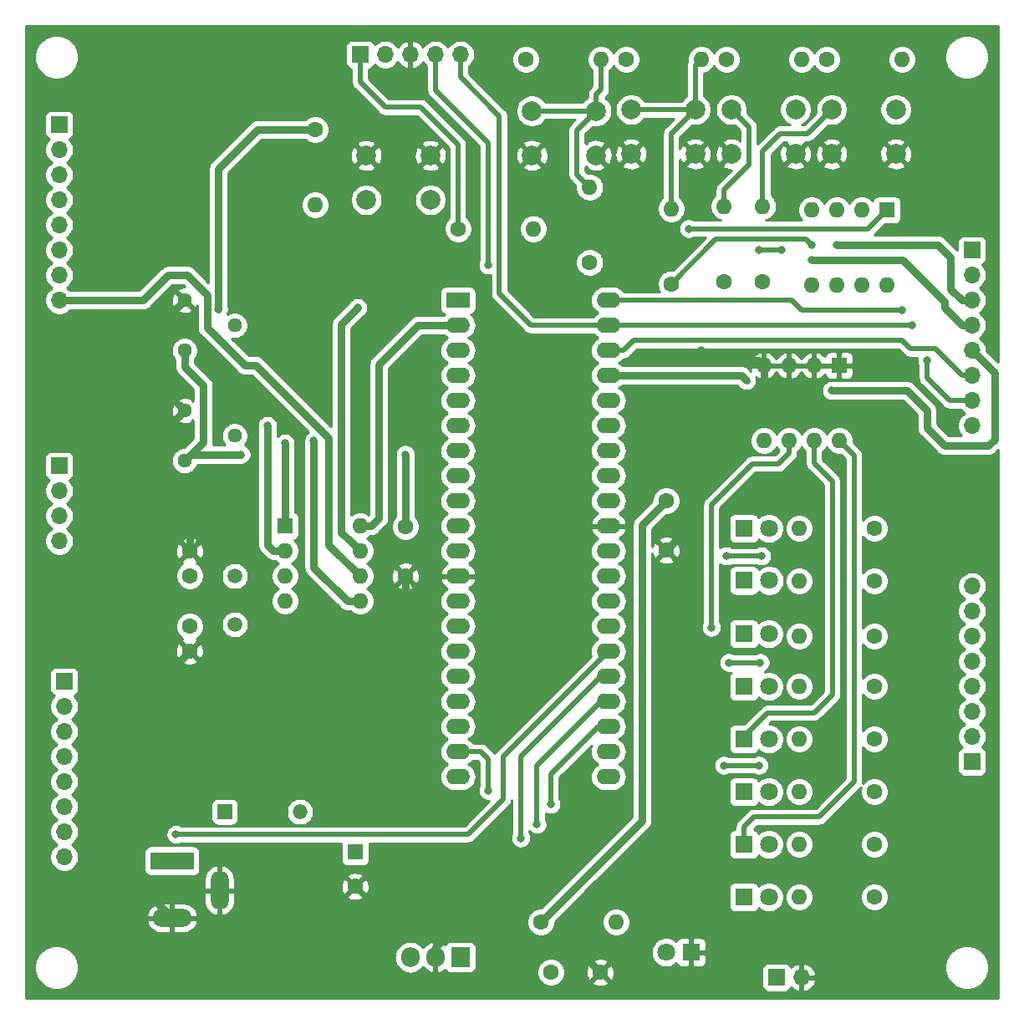
<source format=gbr>
%TF.GenerationSoftware,KiCad,Pcbnew,(5.1.8)-1*%
%TF.CreationDate,2021-11-24T15:28:43-03:00*%
%TF.ProjectId,pic18_base_board_03,70696331-385f-4626-9173-655f626f6172,rev?*%
%TF.SameCoordinates,Original*%
%TF.FileFunction,Copper,L1,Top*%
%TF.FilePolarity,Positive*%
%FSLAX46Y46*%
G04 Gerber Fmt 4.6, Leading zero omitted, Abs format (unit mm)*
G04 Created by KiCad (PCBNEW (5.1.8)-1) date 2021-11-24 15:28:43*
%MOMM*%
%LPD*%
G01*
G04 APERTURE LIST*
%TA.AperFunction,ComponentPad*%
%ADD10O,1.700000X1.700000*%
%TD*%
%TA.AperFunction,ComponentPad*%
%ADD11R,1.700000X1.700000*%
%TD*%
%TA.AperFunction,ComponentPad*%
%ADD12R,4.400000X1.800000*%
%TD*%
%TA.AperFunction,ComponentPad*%
%ADD13O,4.000000X1.800000*%
%TD*%
%TA.AperFunction,ComponentPad*%
%ADD14O,1.800000X4.000000*%
%TD*%
%TA.AperFunction,ComponentPad*%
%ADD15O,1.600000X1.600000*%
%TD*%
%TA.AperFunction,ComponentPad*%
%ADD16C,1.600000*%
%TD*%
%TA.AperFunction,ComponentPad*%
%ADD17O,2.400000X1.600000*%
%TD*%
%TA.AperFunction,ComponentPad*%
%ADD18R,2.400000X1.600000*%
%TD*%
%TA.AperFunction,ComponentPad*%
%ADD19C,2.000000*%
%TD*%
%TA.AperFunction,ComponentPad*%
%ADD20R,1.600000X1.600000*%
%TD*%
%TA.AperFunction,ComponentPad*%
%ADD21R,1.500000X1.500000*%
%TD*%
%TA.AperFunction,ComponentPad*%
%ADD22O,1.500000X1.500000*%
%TD*%
%TA.AperFunction,ComponentPad*%
%ADD23C,1.800000*%
%TD*%
%TA.AperFunction,ComponentPad*%
%ADD24R,1.800000X1.800000*%
%TD*%
%TA.AperFunction,ComponentPad*%
%ADD25C,1.440000*%
%TD*%
%TA.AperFunction,ComponentPad*%
%ADD26R,1.905000X2.000000*%
%TD*%
%TA.AperFunction,ComponentPad*%
%ADD27O,1.905000X2.000000*%
%TD*%
%TA.AperFunction,ComponentPad*%
%ADD28C,1.500000*%
%TD*%
%TA.AperFunction,ViaPad*%
%ADD29C,0.800000*%
%TD*%
%TA.AperFunction,Conductor*%
%ADD30C,0.508000*%
%TD*%
%TA.AperFunction,Conductor*%
%ADD31C,0.762000*%
%TD*%
%TA.AperFunction,Conductor*%
%ADD32C,0.250000*%
%TD*%
%TA.AperFunction,Conductor*%
%ADD33C,0.254000*%
%TD*%
%TA.AperFunction,Conductor*%
%ADD34C,0.100000*%
%TD*%
G04 APERTURE END LIST*
D10*
%TO.P,J8,8*%
%TO.N,/RD7*%
X192024000Y-108204000D03*
%TO.P,J8,7*%
%TO.N,/RD6*%
X192024000Y-110744000D03*
%TO.P,J8,6*%
%TO.N,/RD5*%
X192024000Y-113284000D03*
%TO.P,J8,5*%
%TO.N,/RD4*%
X192024000Y-115824000D03*
%TO.P,J8,4*%
%TO.N,/RD3*%
X192024000Y-118364000D03*
%TO.P,J8,3*%
%TO.N,/RD2*%
X192024000Y-120904000D03*
%TO.P,J8,2*%
%TO.N,/RD1*%
X192024000Y-123444000D03*
D11*
%TO.P,J8,1*%
%TO.N,/RD0*%
X192024000Y-125984000D03*
%TD*%
D10*
%TO.P,J7,8*%
%TO.N,/RC7*%
X100076000Y-135636000D03*
%TO.P,J7,7*%
%TO.N,/RC6*%
X100076000Y-133096000D03*
%TO.P,J7,6*%
%TO.N,/RC5*%
X100076000Y-130556000D03*
%TO.P,J7,5*%
%TO.N,/RC4*%
X100076000Y-128016000D03*
%TO.P,J7,4*%
%TO.N,/RC3*%
X100076000Y-125476000D03*
%TO.P,J7,3*%
%TO.N,/RC2*%
X100076000Y-122936000D03*
%TO.P,J7,2*%
%TO.N,/RC1*%
X100076000Y-120396000D03*
D11*
%TO.P,J7,1*%
%TO.N,/RC0*%
X100076000Y-117856000D03*
%TD*%
D10*
%TO.P,J6,8*%
%TO.N,/RB7*%
X192024000Y-91948000D03*
%TO.P,J6,7*%
%TO.N,/RB6*%
X192024000Y-89408000D03*
%TO.P,J6,6*%
%TO.N,/RB5*%
X192024000Y-86868000D03*
%TO.P,J6,5*%
%TO.N,/RB4*%
X192024000Y-84328000D03*
%TO.P,J6,4*%
%TO.N,/RB3*%
X192024000Y-81788000D03*
%TO.P,J6,3*%
%TO.N,/RB2*%
X192024000Y-79248000D03*
%TO.P,J6,2*%
%TO.N,/RB1*%
X192024000Y-76708000D03*
D11*
%TO.P,J6,1*%
%TO.N,/RB0*%
X192024000Y-74168000D03*
%TD*%
D10*
%TO.P,J5,8*%
%TO.N,/RA7*%
X99568000Y-79248000D03*
%TO.P,J5,7*%
%TO.N,/RA6*%
X99568000Y-76708000D03*
%TO.P,J5,6*%
%TO.N,/RA5*%
X99568000Y-74168000D03*
%TO.P,J5,5*%
%TO.N,/RA4*%
X99568000Y-71628000D03*
%TO.P,J5,4*%
%TO.N,/RA3*%
X99568000Y-69088000D03*
%TO.P,J5,3*%
%TO.N,/RA2*%
X99568000Y-66548000D03*
%TO.P,J5,2*%
%TO.N,/RA1*%
X99568000Y-64008000D03*
D11*
%TO.P,J5,1*%
%TO.N,/RA0*%
X99568000Y-61468000D03*
%TD*%
D10*
%TO.P,J4,4*%
%TO.N,/RE3*%
X99568000Y-103632000D03*
%TO.P,J4,3*%
%TO.N,/RE2*%
X99568000Y-101092000D03*
%TO.P,J4,2*%
%TO.N,/RE1*%
X99568000Y-98552000D03*
D11*
%TO.P,J4,1*%
%TO.N,/RE0*%
X99568000Y-96012000D03*
%TD*%
D10*
%TO.P,J3,5*%
%TO.N,/RB6*%
X140208000Y-54356000D03*
%TO.P,J3,4*%
%TO.N,/RB7*%
X137668000Y-54356000D03*
%TO.P,J3,3*%
%TO.N,GND*%
X135128000Y-54356000D03*
%TO.P,J3,2*%
%TO.N,+5V*%
X132588000Y-54356000D03*
D11*
%TO.P,J3,1*%
%TO.N,/RE3*%
X130048000Y-54356000D03*
%TD*%
D10*
%TO.P,J1,2*%
%TO.N,GND*%
X174752000Y-147828000D03*
D11*
%TO.P,J1,1*%
%TO.N,+5V*%
X172212000Y-147828000D03*
%TD*%
D12*
%TO.P,J2,1*%
%TO.N,Net-(D1-Pad1)*%
X110998000Y-136017000D03*
D13*
%TO.P,J2,2*%
%TO.N,GND*%
X110998000Y-141817000D03*
D14*
%TO.P,J2,3*%
X115798000Y-139017000D03*
%TD*%
D15*
%TO.P,R19,2*%
%TO.N,Net-(B4-Pad1)*%
X170815000Y-69723000D03*
D16*
%TO.P,R19,1*%
%TO.N,/B4*%
X170815000Y-77343000D03*
%TD*%
D15*
%TO.P,R18,2*%
%TO.N,Net-(B3-Pad1)*%
X166878000Y-69723000D03*
D16*
%TO.P,R18,1*%
%TO.N,/B3*%
X166878000Y-77343000D03*
%TD*%
D15*
%TO.P,R17,2*%
%TO.N,Net-(B2-Pad1)*%
X161544000Y-69977000D03*
D16*
%TO.P,R17,1*%
%TO.N,/B2*%
X161544000Y-77597000D03*
%TD*%
D15*
%TO.P,R16,2*%
%TO.N,Net-(B1-Pad1)*%
X153289000Y-67818000D03*
D16*
%TO.P,R16,1*%
%TO.N,/B1*%
X153289000Y-75438000D03*
%TD*%
D15*
%TO.P,R15,2*%
%TO.N,Net-(R1-Pad2)*%
X147574000Y-72009000D03*
D16*
%TO.P,R15,1*%
%TO.N,/RE3*%
X139954000Y-72009000D03*
%TD*%
D17*
%TO.P,U2,40*%
%TO.N,/RB7*%
X155194000Y-79248000D03*
%TO.P,U2,20*%
%TO.N,/RD1*%
X139954000Y-127508000D03*
%TO.P,U2,39*%
%TO.N,/RB6*%
X155194000Y-81788000D03*
%TO.P,U2,19*%
%TO.N,/RD0*%
X139954000Y-124968000D03*
%TO.P,U2,38*%
%TO.N,/RB5*%
X155194000Y-84328000D03*
%TO.P,U2,18*%
%TO.N,/RC3*%
X139954000Y-122428000D03*
%TO.P,U2,37*%
%TO.N,/RB4*%
X155194000Y-86868000D03*
%TO.P,U2,17*%
%TO.N,/RC2*%
X139954000Y-119888000D03*
%TO.P,U2,36*%
%TO.N,/RB3*%
X155194000Y-89408000D03*
%TO.P,U2,16*%
%TO.N,/RC1*%
X139954000Y-117348000D03*
%TO.P,U2,35*%
%TO.N,/RB2*%
X155194000Y-91948000D03*
%TO.P,U2,15*%
%TO.N,/RC0*%
X139954000Y-114808000D03*
%TO.P,U2,34*%
%TO.N,/RB1*%
X155194000Y-94488000D03*
%TO.P,U2,14*%
%TO.N,/RA6*%
X139954000Y-112268000D03*
%TO.P,U2,33*%
%TO.N,/RB0*%
X155194000Y-97028000D03*
%TO.P,U2,13*%
%TO.N,/RA7*%
X139954000Y-109728000D03*
%TO.P,U2,32*%
%TO.N,+5V*%
X155194000Y-99568000D03*
%TO.P,U2,12*%
%TO.N,GND*%
X139954000Y-107188000D03*
%TO.P,U2,31*%
X155194000Y-102108000D03*
%TO.P,U2,11*%
%TO.N,+5V*%
X139954000Y-104648000D03*
%TO.P,U2,30*%
%TO.N,/RD7*%
X155194000Y-104648000D03*
%TO.P,U2,10*%
%TO.N,/RE2*%
X139954000Y-102108000D03*
%TO.P,U2,29*%
%TO.N,/RD6*%
X155194000Y-107188000D03*
%TO.P,U2,9*%
%TO.N,/RE1*%
X139954000Y-99568000D03*
%TO.P,U2,28*%
%TO.N,/RD5*%
X155194000Y-109728000D03*
%TO.P,U2,8*%
%TO.N,/RE0*%
X139954000Y-97028000D03*
%TO.P,U2,27*%
%TO.N,/RD4*%
X155194000Y-112268000D03*
%TO.P,U2,7*%
%TO.N,/RA5*%
X139954000Y-94488000D03*
%TO.P,U2,26*%
%TO.N,/RC7*%
X155194000Y-114808000D03*
%TO.P,U2,6*%
%TO.N,/RA4*%
X139954000Y-91948000D03*
%TO.P,U2,25*%
%TO.N,/RC6*%
X155194000Y-117348000D03*
%TO.P,U2,5*%
%TO.N,/RA3*%
X139954000Y-89408000D03*
%TO.P,U2,24*%
%TO.N,/RC5*%
X155194000Y-119888000D03*
%TO.P,U2,4*%
%TO.N,/RA2*%
X139954000Y-86868000D03*
%TO.P,U2,23*%
%TO.N,/RC4*%
X155194000Y-122428000D03*
%TO.P,U2,3*%
%TO.N,/RA1*%
X139954000Y-84328000D03*
%TO.P,U2,22*%
%TO.N,/RD3*%
X155194000Y-124968000D03*
%TO.P,U2,2*%
%TO.N,/RA0*%
X139954000Y-81788000D03*
%TO.P,U2,21*%
%TO.N,/RD2*%
X155194000Y-127508000D03*
D18*
%TO.P,U2,1*%
%TO.N,/RE3*%
X139954000Y-79248000D03*
%TD*%
D19*
%TO.P,B1,1*%
%TO.N,Net-(B1-Pad1)*%
X153947000Y-60071000D03*
%TO.P,B1,2*%
%TO.N,GND*%
X153947000Y-64571000D03*
%TO.P,B1,1*%
%TO.N,Net-(B1-Pad1)*%
X147447000Y-60071000D03*
%TO.P,B1,2*%
%TO.N,GND*%
X147447000Y-64571000D03*
%TD*%
%TO.P,B2,2*%
%TO.N,GND*%
X157480000Y-64444000D03*
%TO.P,B2,1*%
%TO.N,Net-(B2-Pad1)*%
X157480000Y-59944000D03*
%TO.P,B2,2*%
%TO.N,GND*%
X163980000Y-64444000D03*
%TO.P,B2,1*%
%TO.N,Net-(B2-Pad1)*%
X163980000Y-59944000D03*
%TD*%
%TO.P,B3,1*%
%TO.N,Net-(B3-Pad1)*%
X174140000Y-59944000D03*
%TO.P,B3,2*%
%TO.N,GND*%
X174140000Y-64444000D03*
%TO.P,B3,1*%
%TO.N,Net-(B3-Pad1)*%
X167640000Y-59944000D03*
%TO.P,B3,2*%
%TO.N,GND*%
X167640000Y-64444000D03*
%TD*%
%TO.P,B4,2*%
%TO.N,GND*%
X177800000Y-64444000D03*
%TO.P,B4,1*%
%TO.N,Net-(B4-Pad1)*%
X177800000Y-59944000D03*
%TO.P,B4,2*%
%TO.N,GND*%
X184300000Y-64444000D03*
%TO.P,B4,1*%
%TO.N,Net-(B4-Pad1)*%
X184300000Y-59944000D03*
%TD*%
D20*
%TO.P,C1,1*%
%TO.N,Net-(C1-Pad1)*%
X129540000Y-135128000D03*
D16*
%TO.P,C1,2*%
%TO.N,GND*%
X129540000Y-138628000D03*
%TD*%
%TO.P,C2,1*%
%TO.N,+5V*%
X149352000Y-147320000D03*
%TO.P,C2,2*%
%TO.N,GND*%
X154352000Y-147320000D03*
%TD*%
%TO.P,C3,2*%
%TO.N,GND*%
X134620000Y-107188000D03*
%TO.P,C3,1*%
%TO.N,+5V*%
X134620000Y-102188000D03*
%TD*%
%TO.P,C4,1*%
%TO.N,+5V*%
X161036000Y-99568000D03*
%TO.P,C4,2*%
%TO.N,GND*%
X161036000Y-104568000D03*
%TD*%
%TO.P,C5,2*%
%TO.N,GND*%
X112776000Y-104648000D03*
%TO.P,C5,1*%
%TO.N,/OSC1*%
X112776000Y-107148000D03*
%TD*%
%TO.P,C6,1*%
%TO.N,/OSC2*%
X112776000Y-112268000D03*
%TO.P,C6,2*%
%TO.N,GND*%
X112776000Y-114768000D03*
%TD*%
D21*
%TO.P,D1,1*%
%TO.N,Net-(D1-Pad1)*%
X116332000Y-131064000D03*
D22*
%TO.P,D1,2*%
%TO.N,Net-(C1-Pad1)*%
X123952000Y-131064000D03*
%TD*%
D23*
%TO.P,LED1,2*%
%TO.N,Net-(LED1-Pad2)*%
X171450000Y-139700000D03*
D24*
%TO.P,LED1,1*%
%TO.N,/L_1_2*%
X168910000Y-139700000D03*
%TD*%
%TO.P,LED2,1*%
%TO.N,/L_1_2*%
X168910000Y-134366000D03*
D23*
%TO.P,LED2,2*%
%TO.N,Net-(LED2-Pad2)*%
X171450000Y-134366000D03*
%TD*%
%TO.P,LED3,2*%
%TO.N,Net-(LED3-Pad2)*%
X171450000Y-129032000D03*
D24*
%TO.P,LED3,1*%
%TO.N,/L_3_4*%
X168910000Y-129032000D03*
%TD*%
%TO.P,LED4,1*%
%TO.N,/L_3_4*%
X168910000Y-123698000D03*
D23*
%TO.P,LED4,2*%
%TO.N,Net-(LED4-Pad2)*%
X171450000Y-123698000D03*
%TD*%
%TO.P,LED5,2*%
%TO.N,Net-(LED5-Pad2)*%
X171450000Y-118364000D03*
D24*
%TO.P,LED5,1*%
%TO.N,/L_5_6*%
X168910000Y-118364000D03*
%TD*%
%TO.P,LED6,1*%
%TO.N,/L_5_6*%
X168910000Y-113030000D03*
D23*
%TO.P,LED6,2*%
%TO.N,Net-(LED6-Pad2)*%
X171450000Y-113030000D03*
%TD*%
D24*
%TO.P,LED7,1*%
%TO.N,/L_7_8*%
X168940001Y-107639001D03*
D23*
%TO.P,LED7,2*%
%TO.N,Net-(LED7-Pad2)*%
X171480001Y-107639001D03*
%TD*%
D24*
%TO.P,LED8,1*%
%TO.N,/L_7_8*%
X168910000Y-102362000D03*
D23*
%TO.P,LED8,2*%
%TO.N,Net-(LED8-Pad2)*%
X171450000Y-102362000D03*
%TD*%
%TO.P,ON1,2*%
%TO.N,Net-(ON1-Pad2)*%
X161036000Y-145288000D03*
D24*
%TO.P,ON1,1*%
%TO.N,GND*%
X163576000Y-145288000D03*
%TD*%
D25*
%TO.P,POT1,1*%
%TO.N,+5V*%
X112268000Y-95504000D03*
%TO.P,POT1,2*%
%TO.N,/AN1*%
X117348000Y-92964000D03*
%TO.P,POT1,3*%
%TO.N,GND*%
X112268000Y-90424000D03*
%TD*%
%TO.P,POT2,3*%
%TO.N,GND*%
X112268000Y-79248000D03*
%TO.P,POT2,2*%
%TO.N,/AN2*%
X117348000Y-81788000D03*
%TO.P,POT2,1*%
%TO.N,+5V*%
X112268000Y-84328000D03*
%TD*%
D16*
%TO.P,R1,1*%
%TO.N,+5V*%
X125476000Y-61976000D03*
D15*
%TO.P,R1,2*%
%TO.N,Net-(R1-Pad2)*%
X125476000Y-69596000D03*
%TD*%
D16*
%TO.P,R2,1*%
%TO.N,+5V*%
X146812000Y-54864000D03*
D15*
%TO.P,R2,2*%
%TO.N,Net-(B1-Pad1)*%
X154432000Y-54864000D03*
%TD*%
%TO.P,R3,2*%
%TO.N,Net-(B2-Pad1)*%
X164592000Y-54864000D03*
D16*
%TO.P,R3,1*%
%TO.N,+5V*%
X156972000Y-54864000D03*
%TD*%
D15*
%TO.P,R4,2*%
%TO.N,Net-(B3-Pad1)*%
X174752000Y-54864000D03*
D16*
%TO.P,R4,1*%
%TO.N,+5V*%
X167132000Y-54864000D03*
%TD*%
D15*
%TO.P,R5,2*%
%TO.N,Net-(B4-Pad1)*%
X184912000Y-54864000D03*
D16*
%TO.P,R5,1*%
%TO.N,+5V*%
X177292000Y-54864000D03*
%TD*%
D15*
%TO.P,R6,2*%
%TO.N,Net-(ON1-Pad2)*%
X155956000Y-142240000D03*
D16*
%TO.P,R6,1*%
%TO.N,+5V*%
X148336000Y-142240000D03*
%TD*%
D15*
%TO.P,R7,2*%
%TO.N,Net-(LED1-Pad2)*%
X174498000Y-139700000D03*
D16*
%TO.P,R7,1*%
%TO.N,/RD0*%
X182118000Y-139700000D03*
%TD*%
%TO.P,R8,1*%
%TO.N,/RD1*%
X182118000Y-134366000D03*
D15*
%TO.P,R8,2*%
%TO.N,Net-(LED2-Pad2)*%
X174498000Y-134366000D03*
%TD*%
%TO.P,R9,2*%
%TO.N,Net-(LED3-Pad2)*%
X174498000Y-129032000D03*
D16*
%TO.P,R9,1*%
%TO.N,/RD2*%
X182118000Y-129032000D03*
%TD*%
%TO.P,R10,1*%
%TO.N,/RD3*%
X182118000Y-123698000D03*
D15*
%TO.P,R10,2*%
%TO.N,Net-(LED4-Pad2)*%
X174498000Y-123698000D03*
%TD*%
%TO.P,R11,2*%
%TO.N,Net-(LED5-Pad2)*%
X174498000Y-118364000D03*
D16*
%TO.P,R11,1*%
%TO.N,/RD4*%
X182118000Y-118364000D03*
%TD*%
%TO.P,R12,1*%
%TO.N,/RD5*%
X182118000Y-113284000D03*
D15*
%TO.P,R12,2*%
%TO.N,Net-(LED6-Pad2)*%
X174498000Y-113284000D03*
%TD*%
D16*
%TO.P,R13,1*%
%TO.N,/RD6*%
X182118000Y-107696000D03*
D15*
%TO.P,R13,2*%
%TO.N,Net-(LED7-Pad2)*%
X174498000Y-107696000D03*
%TD*%
D16*
%TO.P,R14,1*%
%TO.N,/RD7*%
X182118000Y-102362000D03*
D15*
%TO.P,R14,2*%
%TO.N,Net-(LED8-Pad2)*%
X174498000Y-102362000D03*
%TD*%
D19*
%TO.P,SW1,2*%
%TO.N,GND*%
X137160000Y-64588000D03*
%TO.P,SW1,1*%
%TO.N,Net-(R1-Pad2)*%
X137160000Y-69088000D03*
%TO.P,SW1,2*%
%TO.N,GND*%
X130660000Y-64588000D03*
%TO.P,SW1,1*%
%TO.N,Net-(R1-Pad2)*%
X130660000Y-69088000D03*
%TD*%
D20*
%TO.P,SW2,1*%
%TO.N,GND*%
X178562000Y-85852000D03*
D15*
%TO.P,SW2,5*%
%TO.N,/L_7_8*%
X170942000Y-93472000D03*
%TO.P,SW2,2*%
%TO.N,GND*%
X176022000Y-85852000D03*
%TO.P,SW2,6*%
%TO.N,/L_5_6*%
X173482000Y-93472000D03*
%TO.P,SW2,3*%
%TO.N,GND*%
X173482000Y-85852000D03*
%TO.P,SW2,7*%
%TO.N,/L_3_4*%
X176022000Y-93472000D03*
%TO.P,SW2,4*%
%TO.N,GND*%
X170942000Y-85852000D03*
%TO.P,SW2,8*%
%TO.N,/L_1_2*%
X178562000Y-93472000D03*
%TD*%
%TO.P,SW3,8*%
%TO.N,/RA0*%
X130048000Y-102108000D03*
%TO.P,SW3,4*%
%TO.N,/OSC2*%
X122428000Y-109728000D03*
%TO.P,SW3,7*%
%TO.N,/RA1*%
X130048000Y-104648000D03*
%TO.P,SW3,3*%
%TO.N,/OSC1*%
X122428000Y-107188000D03*
%TO.P,SW3,6*%
%TO.N,/RA7*%
X130048000Y-107188000D03*
%TO.P,SW3,2*%
%TO.N,/AN2*%
X122428000Y-104648000D03*
%TO.P,SW3,5*%
%TO.N,/RA6*%
X130048000Y-109728000D03*
D20*
%TO.P,SW3,1*%
%TO.N,/AN1*%
X122428000Y-102108000D03*
%TD*%
%TO.P,SW4,1*%
%TO.N,/B1*%
X183388000Y-70104000D03*
D15*
%TO.P,SW4,5*%
%TO.N,/RB3*%
X175768000Y-77724000D03*
%TO.P,SW4,2*%
%TO.N,/B2*%
X180848000Y-70104000D03*
%TO.P,SW4,6*%
%TO.N,/RB2*%
X178308000Y-77724000D03*
%TO.P,SW4,3*%
%TO.N,/B3*%
X178308000Y-70104000D03*
%TO.P,SW4,7*%
%TO.N,/RB1*%
X180848000Y-77724000D03*
%TO.P,SW4,4*%
%TO.N,/B4*%
X175768000Y-70104000D03*
%TO.P,SW4,8*%
%TO.N,/RB0*%
X183388000Y-77724000D03*
%TD*%
D26*
%TO.P,U1,1*%
%TO.N,Net-(C1-Pad1)*%
X140208000Y-145796000D03*
D27*
%TO.P,U1,2*%
%TO.N,GND*%
X137668000Y-145796000D03*
%TO.P,U1,3*%
%TO.N,+5V*%
X135128000Y-145796000D03*
%TD*%
D28*
%TO.P,Y1,1*%
%TO.N,/OSC1*%
X117348000Y-107188000D03*
%TO.P,Y1,2*%
%TO.N,/OSC2*%
X117348000Y-112088000D03*
%TD*%
D29*
%TO.N,/B1*%
X163322000Y-72009000D03*
%TO.N,GND*%
X164592000Y-84293000D03*
X133096000Y-114046000D03*
%TO.N,/B2*%
X175772653Y-73664653D03*
%TO.N,/B3*%
X170434000Y-74168000D03*
X172724653Y-74172653D03*
%TO.N,+5V*%
X134620000Y-94869000D03*
X117983000Y-94869000D03*
X115697000Y-80137000D03*
%TO.N,/RB7*%
X143002000Y-75692000D03*
X184912000Y-80264000D03*
%TO.N,/RB6*%
X187452000Y-85344000D03*
X185928000Y-81788000D03*
%TO.N,/RA6*%
X125349000Y-93472000D03*
%TO.N,/RA1*%
X129794000Y-80010000D03*
%TO.N,/RB2*%
X178308000Y-73660000D03*
%TO.N,/RB3*%
X175768000Y-75184000D03*
%TO.N,/RB4*%
X169164000Y-87376000D03*
X177800000Y-88392000D03*
%TO.N,/RC4*%
X149352000Y-130302000D03*
%TO.N,/RC5*%
X147955000Y-132334000D03*
%TO.N,/RC6*%
X146304000Y-133731000D03*
%TO.N,/RC7*%
X111379000Y-133350000D03*
%TO.N,/RD0*%
X143002000Y-128905000D03*
%TO.N,/RD2*%
X170434000Y-126365000D03*
X166878000Y-126365000D03*
%TO.N,/RD4*%
X170561000Y-115951000D03*
X167386000Y-115951000D03*
%TO.N,/RD7*%
X170688000Y-105156000D03*
X167132000Y-105156000D03*
%TO.N,/L_5_6*%
X165608000Y-112395000D03*
%TO.N,/AN1*%
X122428000Y-93726000D03*
%TO.N,/AN2*%
X120650000Y-91948000D03*
%TD*%
D30*
%TO.N,/B1*%
X182133999Y-71358001D02*
X181483000Y-72009000D01*
X183388000Y-70104000D02*
X182133999Y-71358001D01*
X163322000Y-72009000D02*
X181483000Y-72009000D01*
D31*
%TO.N,GND*%
X170942000Y-88138000D02*
X170942000Y-85852000D01*
X163068000Y-96012000D02*
X170942000Y-88138000D01*
X163068000Y-102536000D02*
X163068000Y-96012000D01*
X161036000Y-104568000D02*
X163068000Y-102536000D01*
X164592000Y-84293000D02*
X165100000Y-84801000D01*
X165100000Y-84801000D02*
X165100000Y-84836000D01*
X165100000Y-84836000D02*
X165608000Y-85344000D01*
X170434000Y-85344000D02*
X170942000Y-85852000D01*
X165608000Y-85344000D02*
X170434000Y-85344000D01*
X137668000Y-145796000D02*
X137668000Y-144780000D01*
X137668000Y-144780000D02*
X138811000Y-143637000D01*
X138811000Y-143637000D02*
X145288000Y-143637000D01*
X145288000Y-143637000D02*
X146939000Y-145288000D01*
X152320000Y-145288000D02*
X154352000Y-147320000D01*
X146939000Y-145288000D02*
X152320000Y-145288000D01*
X133096000Y-114046000D02*
X134620000Y-112522000D01*
X134620000Y-112522000D02*
X134620000Y-107188000D01*
X112268000Y-79248000D02*
X110363000Y-81153000D01*
X110363000Y-88519000D02*
X112268000Y-90424000D01*
X110363000Y-81153000D02*
X110363000Y-88519000D01*
X112776000Y-104648000D02*
X112776000Y-102997000D01*
X112776000Y-102997000D02*
X110109000Y-100330000D01*
X110109000Y-92583000D02*
X112268000Y-90424000D01*
X110109000Y-100330000D02*
X110109000Y-92583000D01*
X112776000Y-114768000D02*
X106005000Y-121539000D01*
X106005000Y-136824000D02*
X110998000Y-141817000D01*
X106005000Y-121539000D02*
X106005000Y-136824000D01*
D30*
%TO.N,/B2*%
X175196500Y-73088500D02*
X175772653Y-73664653D01*
X166052500Y-73088500D02*
X175196500Y-73088500D01*
X161544000Y-77597000D02*
X166052500Y-73088500D01*
%TO.N,/B3*%
X172720000Y-74168000D02*
X172724653Y-74172653D01*
X170434000Y-74168000D02*
X172720000Y-74168000D01*
D31*
%TO.N,+5V*%
X134620000Y-102188000D02*
X134620000Y-94869000D01*
X112903000Y-94869000D02*
X112268000Y-95504000D01*
X117983000Y-94869000D02*
X112903000Y-94869000D01*
X112268000Y-95504000D02*
X114173000Y-93599000D01*
X114173000Y-93599000D02*
X114173000Y-87884000D01*
X112268000Y-85979000D02*
X112268000Y-84328000D01*
X114173000Y-87884000D02*
X112268000Y-85979000D01*
X115697000Y-80137000D02*
X115697000Y-65913000D01*
X119634000Y-61976000D02*
X125476000Y-61976000D01*
X115697000Y-65913000D02*
X119634000Y-61976000D01*
X158623000Y-101981000D02*
X161036000Y-99568000D01*
X148336000Y-142240000D02*
X158623000Y-131953000D01*
X158623000Y-131953000D02*
X158623000Y-101981000D01*
D30*
%TO.N,/RE3*%
X130048000Y-57150000D02*
X130048000Y-54356000D01*
X132588000Y-59690000D02*
X130048000Y-57150000D01*
X136144000Y-59690000D02*
X132588000Y-59690000D01*
X139954000Y-63500000D02*
X136144000Y-59690000D01*
X139954000Y-72009000D02*
X139954000Y-63500000D01*
%TO.N,/RB7*%
X155194000Y-79248000D02*
X173736000Y-79248000D01*
X174752000Y-80264000D02*
X184912000Y-80264000D01*
X173736000Y-79248000D02*
X174752000Y-80264000D01*
X137668000Y-57962800D02*
X137668000Y-54356000D01*
X143002000Y-63296800D02*
X137668000Y-57962800D01*
X143002000Y-75692000D02*
X143002000Y-63296800D01*
%TO.N,/RB6*%
X185928000Y-81788000D02*
X155194000Y-81788000D01*
X147320000Y-81788000D02*
X155194000Y-81788000D01*
X144133300Y-77596000D02*
X144119600Y-77609700D01*
X144119600Y-77609700D02*
X144119600Y-78587600D01*
X144133300Y-60580000D02*
X144133300Y-77596000D01*
X144119600Y-78587600D02*
X147320000Y-81788000D01*
X140208000Y-56654700D02*
X144133300Y-60580000D01*
X140208000Y-54356000D02*
X140208000Y-56654700D01*
X187452000Y-85344000D02*
X187452000Y-87122000D01*
X189738000Y-89408000D02*
X192024000Y-89408000D01*
X187452000Y-87122000D02*
X189738000Y-89408000D01*
D31*
%TO.N,/RA7*%
X126873000Y-104013000D02*
X130048000Y-107188000D01*
X126873000Y-93218000D02*
X126873000Y-104013000D01*
X118364000Y-85852000D02*
X119507000Y-85852000D01*
X114554000Y-82042000D02*
X118364000Y-85852000D01*
X114554000Y-78740000D02*
X114554000Y-82042000D01*
X119507000Y-85852000D02*
X126873000Y-93218000D01*
X112522000Y-76708000D02*
X114554000Y-78740000D01*
X112522000Y-76708000D02*
X110617000Y-76708000D01*
X108077000Y-79248000D02*
X99568000Y-79248000D01*
X110617000Y-76708000D02*
X108077000Y-79248000D01*
%TO.N,/RA6*%
X130048000Y-109728000D02*
X128778000Y-109728000D01*
X128778000Y-109728000D02*
X125349000Y-106299000D01*
X125349000Y-106299000D02*
X125349000Y-94234000D01*
X125349000Y-94234000D02*
X125349000Y-93472000D01*
%TO.N,/RA1*%
X130048000Y-104648000D02*
X129032000Y-103632000D01*
X129032000Y-103632000D02*
X128143000Y-102743000D01*
X128143000Y-102743000D02*
X128143000Y-94361000D01*
X128143000Y-94361000D02*
X128143000Y-83058000D01*
X128143000Y-83058000D02*
X128143000Y-81661000D01*
X128143000Y-81661000D02*
X129794000Y-80010000D01*
%TO.N,/RA0*%
X131191000Y-102108000D02*
X131953000Y-101346000D01*
X130048000Y-102108000D02*
X131191000Y-102108000D01*
X135890000Y-81788000D02*
X131953000Y-85725000D01*
X139954000Y-81788000D02*
X135890000Y-81788000D01*
X131953000Y-101346000D02*
X131953000Y-85725000D01*
%TO.N,/RB2*%
X189865000Y-78105000D02*
X191008000Y-79248000D01*
X191008000Y-79248000D02*
X192024000Y-79248000D01*
X189865000Y-74930000D02*
X189865000Y-78105000D01*
X188595000Y-73660000D02*
X189865000Y-74930000D01*
X178308000Y-73660000D02*
X188595000Y-73660000D01*
%TO.N,/RB3*%
X191008000Y-81788000D02*
X192024000Y-81788000D01*
X189230000Y-80010000D02*
X191008000Y-81788000D01*
X189230000Y-79375000D02*
X189230000Y-80010000D01*
X185039000Y-75184000D02*
X189230000Y-79375000D01*
X175768000Y-75184000D02*
X185039000Y-75184000D01*
%TO.N,/RB4*%
X155194000Y-86868000D02*
X168656000Y-86868000D01*
X168656000Y-86868000D02*
X169164000Y-87376000D01*
X194310000Y-86614000D02*
X192024000Y-84328000D01*
X194310000Y-93345000D02*
X194310000Y-86614000D01*
X189230000Y-93980000D02*
X193675000Y-93980000D01*
X193675000Y-93980000D02*
X194310000Y-93345000D01*
X187452000Y-92202000D02*
X189230000Y-93980000D01*
X187452000Y-90424000D02*
X187452000Y-92202000D01*
X185420000Y-88392000D02*
X187452000Y-90424000D01*
X177800000Y-88392000D02*
X185420000Y-88392000D01*
D30*
%TO.N,/RB5*%
X156718000Y-84328000D02*
X157734000Y-83312000D01*
X155194000Y-84328000D02*
X156718000Y-84328000D01*
X184912000Y-83312000D02*
X185768000Y-84168000D01*
X157734000Y-83312000D02*
X184912000Y-83312000D01*
X185768000Y-84168000D02*
X188308000Y-84168000D01*
X191008000Y-86868000D02*
X192024000Y-86868000D01*
X188308000Y-84168000D02*
X191008000Y-86868000D01*
%TO.N,/RC4*%
X149352000Y-130302000D02*
X149352000Y-127254000D01*
X154178000Y-122428000D02*
X155194000Y-122428000D01*
X149352000Y-127254000D02*
X154178000Y-122428000D01*
%TO.N,/RC5*%
X147955000Y-132334000D02*
X147955000Y-126365000D01*
X154432000Y-119888000D02*
X155194000Y-119888000D01*
X147955000Y-126365000D02*
X154432000Y-119888000D01*
%TO.N,/RC6*%
X146304000Y-133731000D02*
X146304000Y-125476000D01*
X154432000Y-117348000D02*
X155194000Y-117348000D01*
X146304000Y-125476000D02*
X154432000Y-117348000D01*
%TO.N,/RC7*%
X144526000Y-125476000D02*
X155194000Y-114808000D01*
X144526000Y-129794000D02*
X144526000Y-125476000D01*
X140970000Y-133350000D02*
X144526000Y-129794000D01*
X111379000Y-133350000D02*
X140970000Y-133350000D01*
%TO.N,/RD0*%
X143002000Y-128905000D02*
X143002000Y-125730000D01*
X142240000Y-124968000D02*
X139954000Y-124968000D01*
X143002000Y-125730000D02*
X142240000Y-124968000D01*
%TO.N,/RD2*%
X170434000Y-126365000D02*
X166878000Y-126365000D01*
%TO.N,/RD4*%
X170561000Y-115951000D02*
X167386000Y-115951000D01*
%TO.N,/RD7*%
X170688000Y-105156000D02*
X167132000Y-105156000D01*
%TO.N,/L_1_2*%
X168910000Y-132588000D02*
X168910000Y-134366000D01*
X169926000Y-131572000D02*
X168910000Y-132588000D01*
X176530000Y-131572000D02*
X169926000Y-131572000D01*
X180086000Y-128016000D02*
X176530000Y-131572000D01*
X180086000Y-94996000D02*
X180086000Y-128016000D01*
X178562000Y-93472000D02*
X180086000Y-94996000D01*
%TO.N,/L_3_4*%
X168910000Y-123698000D02*
X168910000Y-123444000D01*
X171323000Y-121031000D02*
X175895000Y-121031000D01*
X168910000Y-123444000D02*
X171323000Y-121031000D01*
D32*
X176022000Y-121031000D02*
X175895000Y-121031000D01*
D30*
X176022000Y-121031000D02*
X177863500Y-119189500D01*
X177863500Y-119189500D02*
X177863500Y-97599500D01*
X176022000Y-95758000D02*
X176022000Y-93472000D01*
X177863500Y-97599500D02*
X176022000Y-95758000D01*
%TO.N,/L_5_6*%
X173482000Y-94742000D02*
X173482000Y-93472000D01*
X172402500Y-95821500D02*
X173482000Y-94742000D01*
X169735500Y-95821500D02*
X172402500Y-95821500D01*
X165608000Y-99949000D02*
X169735500Y-95821500D01*
X165608000Y-112395000D02*
X165608000Y-99949000D01*
D31*
%TO.N,/AN1*%
X122428000Y-102108000D02*
X122428000Y-93726000D01*
%TO.N,/AN2*%
X122428000Y-104648000D02*
X121285000Y-104648000D01*
X121285000Y-104648000D02*
X120650000Y-104013000D01*
X120650000Y-104013000D02*
X120650000Y-91948000D01*
D30*
%TO.N,Net-(B1-Pad1)*%
X153947000Y-60071000D02*
X147447000Y-60071000D01*
X151967000Y-66496000D02*
X151967000Y-62051000D01*
X153289000Y-67818000D02*
X151967000Y-66496000D01*
X153947000Y-60071000D02*
X152348000Y-61670000D01*
X151967000Y-62051000D02*
X152348000Y-61670000D01*
X153947000Y-58397000D02*
X153947000Y-60071000D01*
X154432000Y-57912000D02*
X153947000Y-58397000D01*
X154432000Y-54864000D02*
X154432000Y-57912000D01*
%TO.N,Net-(B2-Pad1)*%
X163980000Y-55476000D02*
X164592000Y-54864000D01*
X163980000Y-59944000D02*
X163980000Y-55476000D01*
X157480000Y-59944000D02*
X163980000Y-59944000D01*
X161544000Y-62380000D02*
X163980000Y-59944000D01*
X161544000Y-69977000D02*
X161544000Y-62380000D01*
%TO.N,Net-(B3-Pad1)*%
X166878000Y-69723000D02*
X166878000Y-68072000D01*
X166878000Y-68072000D02*
X169418000Y-65532000D01*
X169418000Y-61722000D02*
X167640000Y-59944000D01*
X169418000Y-65532000D02*
X169418000Y-61722000D01*
D32*
%TO.N,Net-(B4-Pad1)*%
X175387000Y-62357000D02*
X172720000Y-62357000D01*
D30*
X172593000Y-62357000D02*
X172720000Y-62357000D01*
X170815000Y-64135000D02*
X172593000Y-62357000D01*
X170815000Y-69723000D02*
X170815000Y-64135000D01*
X175387000Y-62357000D02*
X177800000Y-59944000D01*
X172593000Y-62357000D02*
X175387000Y-62357000D01*
%TD*%
D33*
%TO.N,GND*%
X194666000Y-85533160D02*
X193509000Y-84376160D01*
X193509000Y-84181740D01*
X193451932Y-83894842D01*
X193339990Y-83624589D01*
X193177475Y-83381368D01*
X192970632Y-83174525D01*
X192796240Y-83058000D01*
X192970632Y-82941475D01*
X193177475Y-82734632D01*
X193339990Y-82491411D01*
X193451932Y-82221158D01*
X193509000Y-81934260D01*
X193509000Y-81641740D01*
X193451932Y-81354842D01*
X193339990Y-81084589D01*
X193177475Y-80841368D01*
X192970632Y-80634525D01*
X192796240Y-80518000D01*
X192970632Y-80401475D01*
X193177475Y-80194632D01*
X193339990Y-79951411D01*
X193451932Y-79681158D01*
X193509000Y-79394260D01*
X193509000Y-79101740D01*
X193451932Y-78814842D01*
X193339990Y-78544589D01*
X193177475Y-78301368D01*
X192970632Y-78094525D01*
X192796240Y-77978000D01*
X192970632Y-77861475D01*
X193177475Y-77654632D01*
X193339990Y-77411411D01*
X193451932Y-77141158D01*
X193509000Y-76854260D01*
X193509000Y-76561740D01*
X193451932Y-76274842D01*
X193339990Y-76004589D01*
X193177475Y-75761368D01*
X193045620Y-75629513D01*
X193118180Y-75607502D01*
X193228494Y-75548537D01*
X193325185Y-75469185D01*
X193404537Y-75372494D01*
X193463502Y-75262180D01*
X193499812Y-75142482D01*
X193512072Y-75018000D01*
X193512072Y-73318000D01*
X193499812Y-73193518D01*
X193463502Y-73073820D01*
X193404537Y-72963506D01*
X193325185Y-72866815D01*
X193228494Y-72787463D01*
X193118180Y-72728498D01*
X192998482Y-72692188D01*
X192874000Y-72679928D01*
X191174000Y-72679928D01*
X191049518Y-72692188D01*
X190929820Y-72728498D01*
X190819506Y-72787463D01*
X190722815Y-72866815D01*
X190643463Y-72963506D01*
X190584498Y-73073820D01*
X190548188Y-73193518D01*
X190535928Y-73318000D01*
X190535928Y-74164087D01*
X189348712Y-72976872D01*
X189316896Y-72938104D01*
X189162190Y-72811140D01*
X188985687Y-72716798D01*
X188794171Y-72658702D01*
X188644902Y-72644000D01*
X188595000Y-72639085D01*
X188545098Y-72644000D01*
X182110588Y-72644000D01*
X182114659Y-72640659D01*
X182142498Y-72606737D01*
X182793494Y-71955742D01*
X182793498Y-71955737D01*
X183207163Y-71542072D01*
X184188000Y-71542072D01*
X184312482Y-71529812D01*
X184432180Y-71493502D01*
X184542494Y-71434537D01*
X184639185Y-71355185D01*
X184718537Y-71258494D01*
X184777502Y-71148180D01*
X184813812Y-71028482D01*
X184826072Y-70904000D01*
X184826072Y-69304000D01*
X184813812Y-69179518D01*
X184777502Y-69059820D01*
X184718537Y-68949506D01*
X184639185Y-68852815D01*
X184542494Y-68773463D01*
X184432180Y-68714498D01*
X184312482Y-68678188D01*
X184188000Y-68665928D01*
X182588000Y-68665928D01*
X182463518Y-68678188D01*
X182343820Y-68714498D01*
X182233506Y-68773463D01*
X182136815Y-68852815D01*
X182057463Y-68949506D01*
X181998498Y-69059820D01*
X181962188Y-69179518D01*
X181961357Y-69187961D01*
X181762759Y-68989363D01*
X181527727Y-68832320D01*
X181266574Y-68724147D01*
X180989335Y-68669000D01*
X180706665Y-68669000D01*
X180429426Y-68724147D01*
X180168273Y-68832320D01*
X179933241Y-68989363D01*
X179733363Y-69189241D01*
X179578000Y-69421759D01*
X179422637Y-69189241D01*
X179222759Y-68989363D01*
X178987727Y-68832320D01*
X178726574Y-68724147D01*
X178449335Y-68669000D01*
X178166665Y-68669000D01*
X177889426Y-68724147D01*
X177628273Y-68832320D01*
X177393241Y-68989363D01*
X177193363Y-69189241D01*
X177038000Y-69421759D01*
X176882637Y-69189241D01*
X176682759Y-68989363D01*
X176447727Y-68832320D01*
X176186574Y-68724147D01*
X175909335Y-68669000D01*
X175626665Y-68669000D01*
X175349426Y-68724147D01*
X175088273Y-68832320D01*
X174853241Y-68989363D01*
X174653363Y-69189241D01*
X174496320Y-69424273D01*
X174388147Y-69685426D01*
X174333000Y-69962665D01*
X174333000Y-70245335D01*
X174388147Y-70522574D01*
X174496320Y-70783727D01*
X174653363Y-71018759D01*
X174754604Y-71120000D01*
X171147371Y-71120000D01*
X171233574Y-71102853D01*
X171494727Y-70994680D01*
X171729759Y-70837637D01*
X171929637Y-70637759D01*
X172086680Y-70402727D01*
X172194853Y-70141574D01*
X172250000Y-69864335D01*
X172250000Y-69581665D01*
X172194853Y-69304426D01*
X172086680Y-69043273D01*
X171929637Y-68808241D01*
X171729759Y-68608363D01*
X171704000Y-68591151D01*
X171704000Y-65579413D01*
X173184192Y-65579413D01*
X173279956Y-65843814D01*
X173569571Y-65984704D01*
X173881108Y-66066384D01*
X174202595Y-66085718D01*
X174521675Y-66041961D01*
X174826088Y-65936795D01*
X175000044Y-65843814D01*
X175095808Y-65579413D01*
X176844192Y-65579413D01*
X176939956Y-65843814D01*
X177229571Y-65984704D01*
X177541108Y-66066384D01*
X177862595Y-66085718D01*
X178181675Y-66041961D01*
X178486088Y-65936795D01*
X178660044Y-65843814D01*
X178755808Y-65579413D01*
X183344192Y-65579413D01*
X183439956Y-65843814D01*
X183729571Y-65984704D01*
X184041108Y-66066384D01*
X184362595Y-66085718D01*
X184681675Y-66041961D01*
X184986088Y-65936795D01*
X185160044Y-65843814D01*
X185255808Y-65579413D01*
X184300000Y-64623605D01*
X183344192Y-65579413D01*
X178755808Y-65579413D01*
X177800000Y-64623605D01*
X176844192Y-65579413D01*
X175095808Y-65579413D01*
X174140000Y-64623605D01*
X173184192Y-65579413D01*
X171704000Y-65579413D01*
X171704000Y-64506595D01*
X172498282Y-64506595D01*
X172542039Y-64825675D01*
X172647205Y-65130088D01*
X172740186Y-65304044D01*
X173004587Y-65399808D01*
X173960395Y-64444000D01*
X174319605Y-64444000D01*
X175275413Y-65399808D01*
X175539814Y-65304044D01*
X175680704Y-65014429D01*
X175762384Y-64702892D01*
X175774189Y-64506595D01*
X176158282Y-64506595D01*
X176202039Y-64825675D01*
X176307205Y-65130088D01*
X176400186Y-65304044D01*
X176664587Y-65399808D01*
X177620395Y-64444000D01*
X177979605Y-64444000D01*
X178935413Y-65399808D01*
X179199814Y-65304044D01*
X179340704Y-65014429D01*
X179422384Y-64702892D01*
X179434189Y-64506595D01*
X182658282Y-64506595D01*
X182702039Y-64825675D01*
X182807205Y-65130088D01*
X182900186Y-65304044D01*
X183164587Y-65399808D01*
X184120395Y-64444000D01*
X184479605Y-64444000D01*
X185435413Y-65399808D01*
X185699814Y-65304044D01*
X185840704Y-65014429D01*
X185922384Y-64702892D01*
X185941718Y-64381405D01*
X185897961Y-64062325D01*
X185792795Y-63757912D01*
X185699814Y-63583956D01*
X185435413Y-63488192D01*
X184479605Y-64444000D01*
X184120395Y-64444000D01*
X183164587Y-63488192D01*
X182900186Y-63583956D01*
X182759296Y-63873571D01*
X182677616Y-64185108D01*
X182658282Y-64506595D01*
X179434189Y-64506595D01*
X179441718Y-64381405D01*
X179397961Y-64062325D01*
X179292795Y-63757912D01*
X179199814Y-63583956D01*
X178935413Y-63488192D01*
X177979605Y-64444000D01*
X177620395Y-64444000D01*
X176664587Y-63488192D01*
X176400186Y-63583956D01*
X176259296Y-63873571D01*
X176177616Y-64185108D01*
X176158282Y-64506595D01*
X175774189Y-64506595D01*
X175781718Y-64381405D01*
X175737961Y-64062325D01*
X175632795Y-63757912D01*
X175539814Y-63583956D01*
X175275413Y-63488192D01*
X174319605Y-64444000D01*
X173960395Y-64444000D01*
X173004587Y-63488192D01*
X172740186Y-63583956D01*
X172599296Y-63873571D01*
X172517616Y-64185108D01*
X172498282Y-64506595D01*
X171704000Y-64506595D01*
X171704000Y-64503235D01*
X172961236Y-63246000D01*
X173206861Y-63246000D01*
X173184192Y-63308587D01*
X174140000Y-64264395D01*
X175095808Y-63308587D01*
X176844192Y-63308587D01*
X177800000Y-64264395D01*
X178755808Y-63308587D01*
X183344192Y-63308587D01*
X184300000Y-64264395D01*
X185255808Y-63308587D01*
X185160044Y-63044186D01*
X184870429Y-62903296D01*
X184558892Y-62821616D01*
X184237405Y-62802282D01*
X183918325Y-62846039D01*
X183613912Y-62951205D01*
X183439956Y-63044186D01*
X183344192Y-63308587D01*
X178755808Y-63308587D01*
X178660044Y-63044186D01*
X178370429Y-62903296D01*
X178058892Y-62821616D01*
X177737405Y-62802282D01*
X177418325Y-62846039D01*
X177113912Y-62951205D01*
X176939956Y-63044186D01*
X176844192Y-63308587D01*
X175095808Y-63308587D01*
X175073139Y-63246000D01*
X175343340Y-63246000D01*
X175387000Y-63250300D01*
X175430660Y-63246000D01*
X175430667Y-63246000D01*
X175561274Y-63233136D01*
X175728851Y-63182303D01*
X175883291Y-63099753D01*
X176018659Y-62988659D01*
X176046499Y-62954736D01*
X177458193Y-61543042D01*
X177638967Y-61579000D01*
X177961033Y-61579000D01*
X178276912Y-61516168D01*
X178574463Y-61392918D01*
X178842252Y-61213987D01*
X179069987Y-60986252D01*
X179248918Y-60718463D01*
X179372168Y-60420912D01*
X179435000Y-60105033D01*
X179435000Y-59782967D01*
X182665000Y-59782967D01*
X182665000Y-60105033D01*
X182727832Y-60420912D01*
X182851082Y-60718463D01*
X183030013Y-60986252D01*
X183257748Y-61213987D01*
X183525537Y-61392918D01*
X183823088Y-61516168D01*
X184138967Y-61579000D01*
X184461033Y-61579000D01*
X184776912Y-61516168D01*
X185074463Y-61392918D01*
X185342252Y-61213987D01*
X185569987Y-60986252D01*
X185748918Y-60718463D01*
X185872168Y-60420912D01*
X185935000Y-60105033D01*
X185935000Y-59782967D01*
X185872168Y-59467088D01*
X185748918Y-59169537D01*
X185569987Y-58901748D01*
X185342252Y-58674013D01*
X185074463Y-58495082D01*
X184776912Y-58371832D01*
X184461033Y-58309000D01*
X184138967Y-58309000D01*
X183823088Y-58371832D01*
X183525537Y-58495082D01*
X183257748Y-58674013D01*
X183030013Y-58901748D01*
X182851082Y-59169537D01*
X182727832Y-59467088D01*
X182665000Y-59782967D01*
X179435000Y-59782967D01*
X179372168Y-59467088D01*
X179248918Y-59169537D01*
X179069987Y-58901748D01*
X178842252Y-58674013D01*
X178574463Y-58495082D01*
X178276912Y-58371832D01*
X177961033Y-58309000D01*
X177638967Y-58309000D01*
X177323088Y-58371832D01*
X177025537Y-58495082D01*
X176757748Y-58674013D01*
X176530013Y-58901748D01*
X176351082Y-59169537D01*
X176227832Y-59467088D01*
X176165000Y-59782967D01*
X176165000Y-60105033D01*
X176200958Y-60285807D01*
X175018765Y-61468000D01*
X174733200Y-61468000D01*
X174914463Y-61392918D01*
X175182252Y-61213987D01*
X175409987Y-60986252D01*
X175588918Y-60718463D01*
X175712168Y-60420912D01*
X175775000Y-60105033D01*
X175775000Y-59782967D01*
X175712168Y-59467088D01*
X175588918Y-59169537D01*
X175409987Y-58901748D01*
X175182252Y-58674013D01*
X174914463Y-58495082D01*
X174616912Y-58371832D01*
X174301033Y-58309000D01*
X173978967Y-58309000D01*
X173663088Y-58371832D01*
X173365537Y-58495082D01*
X173097748Y-58674013D01*
X172870013Y-58901748D01*
X172691082Y-59169537D01*
X172567832Y-59467088D01*
X172505000Y-59782967D01*
X172505000Y-60105033D01*
X172567832Y-60420912D01*
X172691082Y-60718463D01*
X172870013Y-60986252D01*
X173097748Y-61213987D01*
X173365537Y-61392918D01*
X173546800Y-61468000D01*
X172636660Y-61468000D01*
X172593000Y-61463700D01*
X172549340Y-61468000D01*
X172549333Y-61468000D01*
X172435325Y-61479229D01*
X172418725Y-61480864D01*
X172399490Y-61486699D01*
X172251149Y-61531697D01*
X172096709Y-61614247D01*
X171961341Y-61725341D01*
X171933506Y-61759258D01*
X170307000Y-63385765D01*
X170307000Y-61765660D01*
X170311300Y-61722000D01*
X170307000Y-61678340D01*
X170307000Y-61678333D01*
X170294136Y-61547726D01*
X170243303Y-61380149D01*
X170160753Y-61225709D01*
X170049659Y-61090341D01*
X170015742Y-61062506D01*
X169239042Y-60285807D01*
X169275000Y-60105033D01*
X169275000Y-59782967D01*
X169212168Y-59467088D01*
X169088918Y-59169537D01*
X168909987Y-58901748D01*
X168682252Y-58674013D01*
X168414463Y-58495082D01*
X168116912Y-58371832D01*
X167801033Y-58309000D01*
X167478967Y-58309000D01*
X167163088Y-58371832D01*
X166865537Y-58495082D01*
X166597748Y-58674013D01*
X166370013Y-58901748D01*
X166191082Y-59169537D01*
X166067832Y-59467088D01*
X166005000Y-59782967D01*
X166005000Y-60105033D01*
X166067832Y-60420912D01*
X166191082Y-60718463D01*
X166370013Y-60986252D01*
X166597748Y-61213987D01*
X166865537Y-61392918D01*
X167163088Y-61516168D01*
X167478967Y-61579000D01*
X167801033Y-61579000D01*
X167981807Y-61543042D01*
X168529001Y-62090237D01*
X168529001Y-63124134D01*
X168500044Y-63044186D01*
X168210429Y-62903296D01*
X167898892Y-62821616D01*
X167577405Y-62802282D01*
X167258325Y-62846039D01*
X166953912Y-62951205D01*
X166779956Y-63044186D01*
X166684192Y-63308587D01*
X167640000Y-64264395D01*
X167654143Y-64250253D01*
X167833748Y-64429858D01*
X167819605Y-64444000D01*
X167833748Y-64458143D01*
X167654143Y-64637748D01*
X167640000Y-64623605D01*
X166684192Y-65579413D01*
X166779956Y-65843814D01*
X167069571Y-65984704D01*
X167381108Y-66066384D01*
X167612467Y-66080298D01*
X166280259Y-67412506D01*
X166246342Y-67440341D01*
X166218507Y-67474258D01*
X166218505Y-67474260D01*
X166135248Y-67575709D01*
X166052698Y-67730148D01*
X166001864Y-67897726D01*
X165984700Y-68072000D01*
X165989001Y-68115670D01*
X165989001Y-68591151D01*
X165963241Y-68608363D01*
X165763363Y-68808241D01*
X165606320Y-69043273D01*
X165498147Y-69304426D01*
X165443000Y-69581665D01*
X165443000Y-69864335D01*
X165498147Y-70141574D01*
X165606320Y-70402727D01*
X165763363Y-70637759D01*
X165963241Y-70837637D01*
X166198273Y-70994680D01*
X166459426Y-71102853D01*
X166545629Y-71120000D01*
X163854468Y-71120000D01*
X163812256Y-71091795D01*
X163623898Y-71013774D01*
X163423939Y-70974000D01*
X163220061Y-70974000D01*
X163020102Y-71013774D01*
X162831744Y-71091795D01*
X162662226Y-71205063D01*
X162518063Y-71349226D01*
X162404795Y-71518744D01*
X162326774Y-71707102D01*
X162287000Y-71907061D01*
X162287000Y-72110939D01*
X162326774Y-72310898D01*
X162404795Y-72499256D01*
X162518063Y-72668774D01*
X162662226Y-72812937D01*
X162831744Y-72926205D01*
X163020102Y-73004226D01*
X163220061Y-73044000D01*
X163423939Y-73044000D01*
X163623898Y-73004226D01*
X163812256Y-72926205D01*
X163854468Y-72898000D01*
X164985764Y-72898000D01*
X161715721Y-76168044D01*
X161685335Y-76162000D01*
X161402665Y-76162000D01*
X161125426Y-76217147D01*
X160864273Y-76325320D01*
X160629241Y-76482363D01*
X160429363Y-76682241D01*
X160272320Y-76917273D01*
X160164147Y-77178426D01*
X160109000Y-77455665D01*
X160109000Y-77738335D01*
X160164147Y-78015574D01*
X160272320Y-78276727D01*
X160327293Y-78359000D01*
X156720795Y-78359000D01*
X156613608Y-78228392D01*
X156395101Y-78049068D01*
X156145808Y-77915818D01*
X155875309Y-77833764D01*
X155664492Y-77813000D01*
X154723508Y-77813000D01*
X154512691Y-77833764D01*
X154242192Y-77915818D01*
X153992899Y-78049068D01*
X153774392Y-78228392D01*
X153595068Y-78446899D01*
X153461818Y-78696192D01*
X153379764Y-78966691D01*
X153352057Y-79248000D01*
X153379764Y-79529309D01*
X153461818Y-79799808D01*
X153595068Y-80049101D01*
X153774392Y-80267608D01*
X153992899Y-80446932D01*
X154125858Y-80518000D01*
X153992899Y-80589068D01*
X153774392Y-80768392D01*
X153667205Y-80899000D01*
X147688236Y-80899000D01*
X145008600Y-78219365D01*
X145008600Y-77773030D01*
X145009436Y-77770274D01*
X145022300Y-77639667D01*
X145022300Y-77639660D01*
X145026600Y-77596000D01*
X145022300Y-77552340D01*
X145022300Y-75296665D01*
X151854000Y-75296665D01*
X151854000Y-75579335D01*
X151909147Y-75856574D01*
X152017320Y-76117727D01*
X152174363Y-76352759D01*
X152374241Y-76552637D01*
X152609273Y-76709680D01*
X152870426Y-76817853D01*
X153147665Y-76873000D01*
X153430335Y-76873000D01*
X153707574Y-76817853D01*
X153968727Y-76709680D01*
X154203759Y-76552637D01*
X154403637Y-76352759D01*
X154560680Y-76117727D01*
X154668853Y-75856574D01*
X154724000Y-75579335D01*
X154724000Y-75296665D01*
X154668853Y-75019426D01*
X154560680Y-74758273D01*
X154403637Y-74523241D01*
X154203759Y-74323363D01*
X153968727Y-74166320D01*
X153707574Y-74058147D01*
X153430335Y-74003000D01*
X153147665Y-74003000D01*
X152870426Y-74058147D01*
X152609273Y-74166320D01*
X152374241Y-74323363D01*
X152174363Y-74523241D01*
X152017320Y-74758273D01*
X151909147Y-75019426D01*
X151854000Y-75296665D01*
X145022300Y-75296665D01*
X145022300Y-71867665D01*
X146139000Y-71867665D01*
X146139000Y-72150335D01*
X146194147Y-72427574D01*
X146302320Y-72688727D01*
X146459363Y-72923759D01*
X146659241Y-73123637D01*
X146894273Y-73280680D01*
X147155426Y-73388853D01*
X147432665Y-73444000D01*
X147715335Y-73444000D01*
X147992574Y-73388853D01*
X148253727Y-73280680D01*
X148488759Y-73123637D01*
X148688637Y-72923759D01*
X148845680Y-72688727D01*
X148953853Y-72427574D01*
X149009000Y-72150335D01*
X149009000Y-71867665D01*
X148953853Y-71590426D01*
X148845680Y-71329273D01*
X148688637Y-71094241D01*
X148488759Y-70894363D01*
X148253727Y-70737320D01*
X147992574Y-70629147D01*
X147715335Y-70574000D01*
X147432665Y-70574000D01*
X147155426Y-70629147D01*
X146894273Y-70737320D01*
X146659241Y-70894363D01*
X146459363Y-71094241D01*
X146302320Y-71329273D01*
X146194147Y-71590426D01*
X146139000Y-71867665D01*
X145022300Y-71867665D01*
X145022300Y-65706413D01*
X146491192Y-65706413D01*
X146586956Y-65970814D01*
X146876571Y-66111704D01*
X147188108Y-66193384D01*
X147509595Y-66212718D01*
X147828675Y-66168961D01*
X148133088Y-66063795D01*
X148307044Y-65970814D01*
X148402808Y-65706413D01*
X147447000Y-64750605D01*
X146491192Y-65706413D01*
X145022300Y-65706413D01*
X145022300Y-64633595D01*
X145805282Y-64633595D01*
X145849039Y-64952675D01*
X145954205Y-65257088D01*
X146047186Y-65431044D01*
X146311587Y-65526808D01*
X147267395Y-64571000D01*
X147626605Y-64571000D01*
X148582413Y-65526808D01*
X148846814Y-65431044D01*
X148987704Y-65141429D01*
X149069384Y-64829892D01*
X149088718Y-64508405D01*
X149044961Y-64189325D01*
X148939795Y-63884912D01*
X148846814Y-63710956D01*
X148582413Y-63615192D01*
X147626605Y-64571000D01*
X147267395Y-64571000D01*
X146311587Y-63615192D01*
X146047186Y-63710956D01*
X145906296Y-64000571D01*
X145824616Y-64312108D01*
X145805282Y-64633595D01*
X145022300Y-64633595D01*
X145022300Y-63435587D01*
X146491192Y-63435587D01*
X147447000Y-64391395D01*
X148402808Y-63435587D01*
X148307044Y-63171186D01*
X148017429Y-63030296D01*
X147705892Y-62948616D01*
X147384405Y-62929282D01*
X147065325Y-62973039D01*
X146760912Y-63078205D01*
X146586956Y-63171186D01*
X146491192Y-63435587D01*
X145022300Y-63435587D01*
X145022300Y-60623659D01*
X145026600Y-60579999D01*
X145022300Y-60536334D01*
X145022300Y-60536333D01*
X145009436Y-60405726D01*
X145009436Y-60405724D01*
X144973646Y-60287740D01*
X144958603Y-60238149D01*
X144876053Y-60083709D01*
X144764959Y-59948341D01*
X144731043Y-59920507D01*
X144720503Y-59909967D01*
X145812000Y-59909967D01*
X145812000Y-60232033D01*
X145874832Y-60547912D01*
X145998082Y-60845463D01*
X146177013Y-61113252D01*
X146404748Y-61340987D01*
X146672537Y-61519918D01*
X146970088Y-61643168D01*
X147285967Y-61706000D01*
X147608033Y-61706000D01*
X147923912Y-61643168D01*
X148221463Y-61519918D01*
X148489252Y-61340987D01*
X148716987Y-61113252D01*
X148819387Y-60960000D01*
X151800765Y-60960000D01*
X151688505Y-61072260D01*
X151688501Y-61072265D01*
X151369260Y-61391505D01*
X151335342Y-61419341D01*
X151307507Y-61453258D01*
X151307505Y-61453260D01*
X151224248Y-61554709D01*
X151141698Y-61709148D01*
X151090864Y-61876726D01*
X151073700Y-62051000D01*
X151078001Y-62094670D01*
X151078000Y-66452340D01*
X151073700Y-66496000D01*
X151078000Y-66539660D01*
X151078000Y-66539666D01*
X151089057Y-66651926D01*
X151090864Y-66670274D01*
X151112998Y-66743241D01*
X151141697Y-66837850D01*
X151224247Y-66992290D01*
X151335341Y-67127659D01*
X151369264Y-67155499D01*
X151860044Y-67646279D01*
X151854000Y-67676665D01*
X151854000Y-67959335D01*
X151909147Y-68236574D01*
X152017320Y-68497727D01*
X152174363Y-68732759D01*
X152374241Y-68932637D01*
X152609273Y-69089680D01*
X152870426Y-69197853D01*
X153147665Y-69253000D01*
X153430335Y-69253000D01*
X153707574Y-69197853D01*
X153968727Y-69089680D01*
X154203759Y-68932637D01*
X154403637Y-68732759D01*
X154560680Y-68497727D01*
X154668853Y-68236574D01*
X154724000Y-67959335D01*
X154724000Y-67676665D01*
X154668853Y-67399426D01*
X154560680Y-67138273D01*
X154403637Y-66903241D01*
X154203759Y-66703363D01*
X153968727Y-66546320D01*
X153707574Y-66438147D01*
X153430335Y-66383000D01*
X153147665Y-66383000D01*
X153117279Y-66389044D01*
X152856000Y-66127765D01*
X152856000Y-65802558D01*
X152875525Y-65822083D01*
X152991193Y-65706415D01*
X153086956Y-65970814D01*
X153376571Y-66111704D01*
X153688108Y-66193384D01*
X154009595Y-66212718D01*
X154328675Y-66168961D01*
X154633088Y-66063795D01*
X154807044Y-65970814D01*
X154902808Y-65706413D01*
X154775808Y-65579413D01*
X156524192Y-65579413D01*
X156619956Y-65843814D01*
X156909571Y-65984704D01*
X157221108Y-66066384D01*
X157542595Y-66085718D01*
X157861675Y-66041961D01*
X158166088Y-65936795D01*
X158340044Y-65843814D01*
X158435808Y-65579413D01*
X157480000Y-64623605D01*
X156524192Y-65579413D01*
X154775808Y-65579413D01*
X153947000Y-64750605D01*
X153932858Y-64764748D01*
X153753253Y-64585143D01*
X153767395Y-64571000D01*
X154126605Y-64571000D01*
X155082413Y-65526808D01*
X155346814Y-65431044D01*
X155487704Y-65141429D01*
X155569384Y-64829892D01*
X155588718Y-64508405D01*
X155588470Y-64506595D01*
X155838282Y-64506595D01*
X155882039Y-64825675D01*
X155987205Y-65130088D01*
X156080186Y-65304044D01*
X156344587Y-65399808D01*
X157300395Y-64444000D01*
X157659605Y-64444000D01*
X158615413Y-65399808D01*
X158879814Y-65304044D01*
X159020704Y-65014429D01*
X159102384Y-64702892D01*
X159121718Y-64381405D01*
X159077961Y-64062325D01*
X158972795Y-63757912D01*
X158879814Y-63583956D01*
X158615413Y-63488192D01*
X157659605Y-64444000D01*
X157300395Y-64444000D01*
X156344587Y-63488192D01*
X156080186Y-63583956D01*
X155939296Y-63873571D01*
X155857616Y-64185108D01*
X155838282Y-64506595D01*
X155588470Y-64506595D01*
X155544961Y-64189325D01*
X155439795Y-63884912D01*
X155346814Y-63710956D01*
X155082413Y-63615192D01*
X154126605Y-64571000D01*
X153767395Y-64571000D01*
X153753253Y-64556858D01*
X153932858Y-64377253D01*
X153947000Y-64391395D01*
X154902808Y-63435587D01*
X154856810Y-63308587D01*
X156524192Y-63308587D01*
X157480000Y-64264395D01*
X158435808Y-63308587D01*
X158340044Y-63044186D01*
X158050429Y-62903296D01*
X157738892Y-62821616D01*
X157417405Y-62802282D01*
X157098325Y-62846039D01*
X156793912Y-62951205D01*
X156619956Y-63044186D01*
X156524192Y-63308587D01*
X154856810Y-63308587D01*
X154807044Y-63171186D01*
X154517429Y-63030296D01*
X154205892Y-62948616D01*
X153884405Y-62929282D01*
X153565325Y-62973039D01*
X153260912Y-63078205D01*
X153086956Y-63171186D01*
X152991193Y-63435585D01*
X152875525Y-63319917D01*
X152856000Y-63339442D01*
X152856000Y-62419234D01*
X152945735Y-62329499D01*
X152945740Y-62329495D01*
X153605193Y-61670042D01*
X153785967Y-61706000D01*
X154108033Y-61706000D01*
X154423912Y-61643168D01*
X154721463Y-61519918D01*
X154989252Y-61340987D01*
X155216987Y-61113252D01*
X155395918Y-60845463D01*
X155519168Y-60547912D01*
X155582000Y-60232033D01*
X155582000Y-59909967D01*
X155556739Y-59782967D01*
X155845000Y-59782967D01*
X155845000Y-60105033D01*
X155907832Y-60420912D01*
X156031082Y-60718463D01*
X156210013Y-60986252D01*
X156437748Y-61213987D01*
X156705537Y-61392918D01*
X157003088Y-61516168D01*
X157318967Y-61579000D01*
X157641033Y-61579000D01*
X157956912Y-61516168D01*
X158254463Y-61392918D01*
X158522252Y-61213987D01*
X158749987Y-60986252D01*
X158852387Y-60833000D01*
X161833765Y-60833000D01*
X160946259Y-61720506D01*
X160912342Y-61748341D01*
X160884507Y-61782258D01*
X160884505Y-61782260D01*
X160801248Y-61883709D01*
X160718698Y-62038148D01*
X160667864Y-62205726D01*
X160650700Y-62380000D01*
X160655001Y-62423670D01*
X160655000Y-68845151D01*
X160629241Y-68862363D01*
X160429363Y-69062241D01*
X160272320Y-69297273D01*
X160164147Y-69558426D01*
X160109000Y-69835665D01*
X160109000Y-70118335D01*
X160164147Y-70395574D01*
X160272320Y-70656727D01*
X160429363Y-70891759D01*
X160629241Y-71091637D01*
X160864273Y-71248680D01*
X161125426Y-71356853D01*
X161402665Y-71412000D01*
X161685335Y-71412000D01*
X161962574Y-71356853D01*
X162223727Y-71248680D01*
X162458759Y-71091637D01*
X162658637Y-70891759D01*
X162815680Y-70656727D01*
X162923853Y-70395574D01*
X162979000Y-70118335D01*
X162979000Y-69835665D01*
X162923853Y-69558426D01*
X162815680Y-69297273D01*
X162658637Y-69062241D01*
X162458759Y-68862363D01*
X162433000Y-68845151D01*
X162433000Y-65579413D01*
X163024192Y-65579413D01*
X163119956Y-65843814D01*
X163409571Y-65984704D01*
X163721108Y-66066384D01*
X164042595Y-66085718D01*
X164361675Y-66041961D01*
X164666088Y-65936795D01*
X164840044Y-65843814D01*
X164935808Y-65579413D01*
X163980000Y-64623605D01*
X163024192Y-65579413D01*
X162433000Y-65579413D01*
X162433000Y-64973186D01*
X162487205Y-65130088D01*
X162580186Y-65304044D01*
X162844587Y-65399808D01*
X163800395Y-64444000D01*
X164159605Y-64444000D01*
X165115413Y-65399808D01*
X165379814Y-65304044D01*
X165520704Y-65014429D01*
X165602384Y-64702892D01*
X165614189Y-64506595D01*
X165998282Y-64506595D01*
X166042039Y-64825675D01*
X166147205Y-65130088D01*
X166240186Y-65304044D01*
X166504587Y-65399808D01*
X167460395Y-64444000D01*
X166504587Y-63488192D01*
X166240186Y-63583956D01*
X166099296Y-63873571D01*
X166017616Y-64185108D01*
X165998282Y-64506595D01*
X165614189Y-64506595D01*
X165621718Y-64381405D01*
X165577961Y-64062325D01*
X165472795Y-63757912D01*
X165379814Y-63583956D01*
X165115413Y-63488192D01*
X164159605Y-64444000D01*
X163800395Y-64444000D01*
X162844587Y-63488192D01*
X162580186Y-63583956D01*
X162439296Y-63873571D01*
X162433000Y-63897585D01*
X162433000Y-63308587D01*
X163024192Y-63308587D01*
X163980000Y-64264395D01*
X164935808Y-63308587D01*
X164840044Y-63044186D01*
X164550429Y-62903296D01*
X164238892Y-62821616D01*
X163917405Y-62802282D01*
X163598325Y-62846039D01*
X163293912Y-62951205D01*
X163119956Y-63044186D01*
X163024192Y-63308587D01*
X162433000Y-63308587D01*
X162433000Y-62748235D01*
X163638193Y-61543042D01*
X163818967Y-61579000D01*
X164141033Y-61579000D01*
X164456912Y-61516168D01*
X164754463Y-61392918D01*
X165022252Y-61213987D01*
X165249987Y-60986252D01*
X165428918Y-60718463D01*
X165552168Y-60420912D01*
X165615000Y-60105033D01*
X165615000Y-59782967D01*
X165552168Y-59467088D01*
X165428918Y-59169537D01*
X165249987Y-58901748D01*
X165022252Y-58674013D01*
X164869000Y-58571613D01*
X164869000Y-56272014D01*
X165010574Y-56243853D01*
X165271727Y-56135680D01*
X165506759Y-55978637D01*
X165706637Y-55778759D01*
X165862000Y-55546241D01*
X166017363Y-55778759D01*
X166217241Y-55978637D01*
X166452273Y-56135680D01*
X166713426Y-56243853D01*
X166990665Y-56299000D01*
X167273335Y-56299000D01*
X167550574Y-56243853D01*
X167811727Y-56135680D01*
X168046759Y-55978637D01*
X168246637Y-55778759D01*
X168403680Y-55543727D01*
X168511853Y-55282574D01*
X168567000Y-55005335D01*
X168567000Y-54722665D01*
X173317000Y-54722665D01*
X173317000Y-55005335D01*
X173372147Y-55282574D01*
X173480320Y-55543727D01*
X173637363Y-55778759D01*
X173837241Y-55978637D01*
X174072273Y-56135680D01*
X174333426Y-56243853D01*
X174610665Y-56299000D01*
X174893335Y-56299000D01*
X175170574Y-56243853D01*
X175431727Y-56135680D01*
X175666759Y-55978637D01*
X175866637Y-55778759D01*
X176022000Y-55546241D01*
X176177363Y-55778759D01*
X176377241Y-55978637D01*
X176612273Y-56135680D01*
X176873426Y-56243853D01*
X177150665Y-56299000D01*
X177433335Y-56299000D01*
X177710574Y-56243853D01*
X177971727Y-56135680D01*
X178206759Y-55978637D01*
X178406637Y-55778759D01*
X178563680Y-55543727D01*
X178671853Y-55282574D01*
X178727000Y-55005335D01*
X178727000Y-54722665D01*
X183477000Y-54722665D01*
X183477000Y-55005335D01*
X183532147Y-55282574D01*
X183640320Y-55543727D01*
X183797363Y-55778759D01*
X183997241Y-55978637D01*
X184232273Y-56135680D01*
X184493426Y-56243853D01*
X184770665Y-56299000D01*
X185053335Y-56299000D01*
X185330574Y-56243853D01*
X185591727Y-56135680D01*
X185826759Y-55978637D01*
X186026637Y-55778759D01*
X186183680Y-55543727D01*
X186291853Y-55282574D01*
X186347000Y-55005335D01*
X186347000Y-54722665D01*
X186291853Y-54445426D01*
X186268842Y-54389872D01*
X189281000Y-54389872D01*
X189281000Y-54830128D01*
X189366890Y-55261925D01*
X189535369Y-55668669D01*
X189779962Y-56034729D01*
X190091271Y-56346038D01*
X190457331Y-56590631D01*
X190864075Y-56759110D01*
X191295872Y-56845000D01*
X191736128Y-56845000D01*
X192167925Y-56759110D01*
X192574669Y-56590631D01*
X192940729Y-56346038D01*
X193252038Y-56034729D01*
X193496631Y-55668669D01*
X193665110Y-55261925D01*
X193751000Y-54830128D01*
X193751000Y-54389872D01*
X193665110Y-53958075D01*
X193496631Y-53551331D01*
X193252038Y-53185271D01*
X192940729Y-52873962D01*
X192574669Y-52629369D01*
X192167925Y-52460890D01*
X191736128Y-52375000D01*
X191295872Y-52375000D01*
X190864075Y-52460890D01*
X190457331Y-52629369D01*
X190091271Y-52873962D01*
X189779962Y-53185271D01*
X189535369Y-53551331D01*
X189366890Y-53958075D01*
X189281000Y-54389872D01*
X186268842Y-54389872D01*
X186183680Y-54184273D01*
X186026637Y-53949241D01*
X185826759Y-53749363D01*
X185591727Y-53592320D01*
X185330574Y-53484147D01*
X185053335Y-53429000D01*
X184770665Y-53429000D01*
X184493426Y-53484147D01*
X184232273Y-53592320D01*
X183997241Y-53749363D01*
X183797363Y-53949241D01*
X183640320Y-54184273D01*
X183532147Y-54445426D01*
X183477000Y-54722665D01*
X178727000Y-54722665D01*
X178671853Y-54445426D01*
X178563680Y-54184273D01*
X178406637Y-53949241D01*
X178206759Y-53749363D01*
X177971727Y-53592320D01*
X177710574Y-53484147D01*
X177433335Y-53429000D01*
X177150665Y-53429000D01*
X176873426Y-53484147D01*
X176612273Y-53592320D01*
X176377241Y-53749363D01*
X176177363Y-53949241D01*
X176022000Y-54181759D01*
X175866637Y-53949241D01*
X175666759Y-53749363D01*
X175431727Y-53592320D01*
X175170574Y-53484147D01*
X174893335Y-53429000D01*
X174610665Y-53429000D01*
X174333426Y-53484147D01*
X174072273Y-53592320D01*
X173837241Y-53749363D01*
X173637363Y-53949241D01*
X173480320Y-54184273D01*
X173372147Y-54445426D01*
X173317000Y-54722665D01*
X168567000Y-54722665D01*
X168511853Y-54445426D01*
X168403680Y-54184273D01*
X168246637Y-53949241D01*
X168046759Y-53749363D01*
X167811727Y-53592320D01*
X167550574Y-53484147D01*
X167273335Y-53429000D01*
X166990665Y-53429000D01*
X166713426Y-53484147D01*
X166452273Y-53592320D01*
X166217241Y-53749363D01*
X166017363Y-53949241D01*
X165862000Y-54181759D01*
X165706637Y-53949241D01*
X165506759Y-53749363D01*
X165271727Y-53592320D01*
X165010574Y-53484147D01*
X164733335Y-53429000D01*
X164450665Y-53429000D01*
X164173426Y-53484147D01*
X163912273Y-53592320D01*
X163677241Y-53749363D01*
X163477363Y-53949241D01*
X163320320Y-54184273D01*
X163212147Y-54445426D01*
X163157000Y-54722665D01*
X163157000Y-55005335D01*
X163175049Y-55096074D01*
X163154698Y-55134148D01*
X163103864Y-55301726D01*
X163086700Y-55476000D01*
X163091001Y-55519670D01*
X163091000Y-58571613D01*
X162937748Y-58674013D01*
X162710013Y-58901748D01*
X162607613Y-59055000D01*
X158852387Y-59055000D01*
X158749987Y-58901748D01*
X158522252Y-58674013D01*
X158254463Y-58495082D01*
X157956912Y-58371832D01*
X157641033Y-58309000D01*
X157318967Y-58309000D01*
X157003088Y-58371832D01*
X156705537Y-58495082D01*
X156437748Y-58674013D01*
X156210013Y-58901748D01*
X156031082Y-59169537D01*
X155907832Y-59467088D01*
X155845000Y-59782967D01*
X155556739Y-59782967D01*
X155519168Y-59594088D01*
X155395918Y-59296537D01*
X155216987Y-59028748D01*
X154989252Y-58801013D01*
X154875937Y-58725298D01*
X155029736Y-58571499D01*
X155063659Y-58543659D01*
X155174753Y-58408291D01*
X155257303Y-58253851D01*
X155308136Y-58086274D01*
X155320298Y-57962800D01*
X155325301Y-57912000D01*
X155321000Y-57868332D01*
X155321000Y-55995849D01*
X155346759Y-55978637D01*
X155546637Y-55778759D01*
X155702000Y-55546241D01*
X155857363Y-55778759D01*
X156057241Y-55978637D01*
X156292273Y-56135680D01*
X156553426Y-56243853D01*
X156830665Y-56299000D01*
X157113335Y-56299000D01*
X157390574Y-56243853D01*
X157651727Y-56135680D01*
X157886759Y-55978637D01*
X158086637Y-55778759D01*
X158243680Y-55543727D01*
X158351853Y-55282574D01*
X158407000Y-55005335D01*
X158407000Y-54722665D01*
X158351853Y-54445426D01*
X158243680Y-54184273D01*
X158086637Y-53949241D01*
X157886759Y-53749363D01*
X157651727Y-53592320D01*
X157390574Y-53484147D01*
X157113335Y-53429000D01*
X156830665Y-53429000D01*
X156553426Y-53484147D01*
X156292273Y-53592320D01*
X156057241Y-53749363D01*
X155857363Y-53949241D01*
X155702000Y-54181759D01*
X155546637Y-53949241D01*
X155346759Y-53749363D01*
X155111727Y-53592320D01*
X154850574Y-53484147D01*
X154573335Y-53429000D01*
X154290665Y-53429000D01*
X154013426Y-53484147D01*
X153752273Y-53592320D01*
X153517241Y-53749363D01*
X153317363Y-53949241D01*
X153160320Y-54184273D01*
X153052147Y-54445426D01*
X152997000Y-54722665D01*
X152997000Y-55005335D01*
X153052147Y-55282574D01*
X153160320Y-55543727D01*
X153317363Y-55778759D01*
X153517241Y-55978637D01*
X153543000Y-55995849D01*
X153543001Y-57543764D01*
X153349264Y-57737501D01*
X153315341Y-57765341D01*
X153204247Y-57900710D01*
X153121697Y-58055150D01*
X153070864Y-58222727D01*
X153058000Y-58353334D01*
X153058000Y-58353340D01*
X153053700Y-58397000D01*
X153058000Y-58440660D01*
X153058000Y-58698613D01*
X152904748Y-58801013D01*
X152677013Y-59028748D01*
X152574613Y-59182000D01*
X148819387Y-59182000D01*
X148716987Y-59028748D01*
X148489252Y-58801013D01*
X148221463Y-58622082D01*
X147923912Y-58498832D01*
X147608033Y-58436000D01*
X147285967Y-58436000D01*
X146970088Y-58498832D01*
X146672537Y-58622082D01*
X146404748Y-58801013D01*
X146177013Y-59028748D01*
X145998082Y-59296537D01*
X145874832Y-59594088D01*
X145812000Y-59909967D01*
X144720503Y-59909967D01*
X141097000Y-56286465D01*
X141097000Y-55547983D01*
X141154632Y-55509475D01*
X141361475Y-55302632D01*
X141523990Y-55059411D01*
X141635932Y-54789158D01*
X141649158Y-54722665D01*
X145377000Y-54722665D01*
X145377000Y-55005335D01*
X145432147Y-55282574D01*
X145540320Y-55543727D01*
X145697363Y-55778759D01*
X145897241Y-55978637D01*
X146132273Y-56135680D01*
X146393426Y-56243853D01*
X146670665Y-56299000D01*
X146953335Y-56299000D01*
X147230574Y-56243853D01*
X147491727Y-56135680D01*
X147726759Y-55978637D01*
X147926637Y-55778759D01*
X148083680Y-55543727D01*
X148191853Y-55282574D01*
X148247000Y-55005335D01*
X148247000Y-54722665D01*
X148191853Y-54445426D01*
X148083680Y-54184273D01*
X147926637Y-53949241D01*
X147726759Y-53749363D01*
X147491727Y-53592320D01*
X147230574Y-53484147D01*
X146953335Y-53429000D01*
X146670665Y-53429000D01*
X146393426Y-53484147D01*
X146132273Y-53592320D01*
X145897241Y-53749363D01*
X145697363Y-53949241D01*
X145540320Y-54184273D01*
X145432147Y-54445426D01*
X145377000Y-54722665D01*
X141649158Y-54722665D01*
X141693000Y-54502260D01*
X141693000Y-54209740D01*
X141635932Y-53922842D01*
X141523990Y-53652589D01*
X141361475Y-53409368D01*
X141154632Y-53202525D01*
X140911411Y-53040010D01*
X140641158Y-52928068D01*
X140354260Y-52871000D01*
X140061740Y-52871000D01*
X139774842Y-52928068D01*
X139504589Y-53040010D01*
X139261368Y-53202525D01*
X139054525Y-53409368D01*
X138938000Y-53583760D01*
X138821475Y-53409368D01*
X138614632Y-53202525D01*
X138371411Y-53040010D01*
X138101158Y-52928068D01*
X137814260Y-52871000D01*
X137521740Y-52871000D01*
X137234842Y-52928068D01*
X136964589Y-53040010D01*
X136721368Y-53202525D01*
X136514525Y-53409368D01*
X136392805Y-53591534D01*
X136323178Y-53474645D01*
X136128269Y-53258412D01*
X135894920Y-53084359D01*
X135632099Y-52959175D01*
X135484890Y-52914524D01*
X135255000Y-53035845D01*
X135255000Y-54229000D01*
X135275000Y-54229000D01*
X135275000Y-54483000D01*
X135255000Y-54483000D01*
X135255000Y-55676155D01*
X135484890Y-55797476D01*
X135632099Y-55752825D01*
X135894920Y-55627641D01*
X136128269Y-55453588D01*
X136323178Y-55237355D01*
X136392805Y-55120466D01*
X136514525Y-55302632D01*
X136721368Y-55509475D01*
X136779001Y-55547984D01*
X136779000Y-57919140D01*
X136774700Y-57962800D01*
X136779000Y-58006460D01*
X136779000Y-58006466D01*
X136791864Y-58137073D01*
X136842697Y-58304650D01*
X136925247Y-58459090D01*
X137036341Y-58594459D01*
X137070264Y-58622299D01*
X142113001Y-63665037D01*
X142113000Y-75159532D01*
X142084795Y-75201744D01*
X142006774Y-75390102D01*
X141967000Y-75590061D01*
X141967000Y-75793939D01*
X142006774Y-75993898D01*
X142084795Y-76182256D01*
X142198063Y-76351774D01*
X142342226Y-76495937D01*
X142511744Y-76609205D01*
X142700102Y-76687226D01*
X142900061Y-76727000D01*
X143103939Y-76727000D01*
X143244301Y-76699080D01*
X143244301Y-77432668D01*
X143243464Y-77435427D01*
X143230600Y-77566034D01*
X143230600Y-77566040D01*
X143226300Y-77609700D01*
X143230600Y-77653361D01*
X143230601Y-78543931D01*
X143226300Y-78587600D01*
X143243464Y-78761874D01*
X143294298Y-78929452D01*
X143376848Y-79083891D01*
X143452301Y-79175830D01*
X143487942Y-79219259D01*
X143521859Y-79247094D01*
X146660506Y-82385742D01*
X146688341Y-82419659D01*
X146823709Y-82530753D01*
X146978149Y-82613303D01*
X147044058Y-82633296D01*
X147145724Y-82664136D01*
X147177982Y-82667313D01*
X147276333Y-82677000D01*
X147276339Y-82677000D01*
X147319999Y-82681300D01*
X147363659Y-82677000D01*
X153667205Y-82677000D01*
X153774392Y-82807608D01*
X153992899Y-82986932D01*
X154125858Y-83058000D01*
X153992899Y-83129068D01*
X153774392Y-83308392D01*
X153595068Y-83526899D01*
X153461818Y-83776192D01*
X153379764Y-84046691D01*
X153352057Y-84328000D01*
X153379764Y-84609309D01*
X153461818Y-84879808D01*
X153595068Y-85129101D01*
X153774392Y-85347608D01*
X153992899Y-85526932D01*
X154125858Y-85598000D01*
X153992899Y-85669068D01*
X153774392Y-85848392D01*
X153595068Y-86066899D01*
X153461818Y-86316192D01*
X153379764Y-86586691D01*
X153352057Y-86868000D01*
X153379764Y-87149309D01*
X153461818Y-87419808D01*
X153595068Y-87669101D01*
X153774392Y-87887608D01*
X153992899Y-88066932D01*
X154125858Y-88138000D01*
X153992899Y-88209068D01*
X153774392Y-88388392D01*
X153595068Y-88606899D01*
X153461818Y-88856192D01*
X153379764Y-89126691D01*
X153352057Y-89408000D01*
X153379764Y-89689309D01*
X153461818Y-89959808D01*
X153595068Y-90209101D01*
X153774392Y-90427608D01*
X153992899Y-90606932D01*
X154125858Y-90678000D01*
X153992899Y-90749068D01*
X153774392Y-90928392D01*
X153595068Y-91146899D01*
X153461818Y-91396192D01*
X153379764Y-91666691D01*
X153352057Y-91948000D01*
X153379764Y-92229309D01*
X153461818Y-92499808D01*
X153595068Y-92749101D01*
X153774392Y-92967608D01*
X153992899Y-93146932D01*
X154125858Y-93218000D01*
X153992899Y-93289068D01*
X153774392Y-93468392D01*
X153595068Y-93686899D01*
X153461818Y-93936192D01*
X153379764Y-94206691D01*
X153352057Y-94488000D01*
X153379764Y-94769309D01*
X153461818Y-95039808D01*
X153595068Y-95289101D01*
X153774392Y-95507608D01*
X153992899Y-95686932D01*
X154125858Y-95758000D01*
X153992899Y-95829068D01*
X153774392Y-96008392D01*
X153595068Y-96226899D01*
X153461818Y-96476192D01*
X153379764Y-96746691D01*
X153352057Y-97028000D01*
X153379764Y-97309309D01*
X153461818Y-97579808D01*
X153595068Y-97829101D01*
X153774392Y-98047608D01*
X153992899Y-98226932D01*
X154125858Y-98298000D01*
X153992899Y-98369068D01*
X153774392Y-98548392D01*
X153595068Y-98766899D01*
X153461818Y-99016192D01*
X153379764Y-99286691D01*
X153352057Y-99568000D01*
X153379764Y-99849309D01*
X153461818Y-100119808D01*
X153595068Y-100369101D01*
X153774392Y-100587608D01*
X153992899Y-100766932D01*
X154120741Y-100835265D01*
X153891161Y-100985399D01*
X153689500Y-101183105D01*
X153530285Y-101416354D01*
X153419633Y-101676182D01*
X153402096Y-101758961D01*
X153524085Y-101981000D01*
X155067000Y-101981000D01*
X155067000Y-101961000D01*
X155321000Y-101961000D01*
X155321000Y-101981000D01*
X156863915Y-101981000D01*
X156985904Y-101758961D01*
X156968367Y-101676182D01*
X156857715Y-101416354D01*
X156698500Y-101183105D01*
X156496839Y-100985399D01*
X156267259Y-100835265D01*
X156395101Y-100766932D01*
X156613608Y-100587608D01*
X156792932Y-100369101D01*
X156926182Y-100119808D01*
X157008236Y-99849309D01*
X157035943Y-99568000D01*
X157008236Y-99286691D01*
X156926182Y-99016192D01*
X156792932Y-98766899D01*
X156613608Y-98548392D01*
X156395101Y-98369068D01*
X156262142Y-98298000D01*
X156395101Y-98226932D01*
X156613608Y-98047608D01*
X156792932Y-97829101D01*
X156926182Y-97579808D01*
X157008236Y-97309309D01*
X157035943Y-97028000D01*
X157008236Y-96746691D01*
X156926182Y-96476192D01*
X156792932Y-96226899D01*
X156613608Y-96008392D01*
X156395101Y-95829068D01*
X156262142Y-95758000D01*
X156395101Y-95686932D01*
X156613608Y-95507608D01*
X156792932Y-95289101D01*
X156926182Y-95039808D01*
X157008236Y-94769309D01*
X157035943Y-94488000D01*
X157008236Y-94206691D01*
X156926182Y-93936192D01*
X156792932Y-93686899D01*
X156613608Y-93468392D01*
X156395101Y-93289068D01*
X156262142Y-93218000D01*
X156395101Y-93146932D01*
X156613608Y-92967608D01*
X156792932Y-92749101D01*
X156926182Y-92499808D01*
X157008236Y-92229309D01*
X157035943Y-91948000D01*
X157008236Y-91666691D01*
X156926182Y-91396192D01*
X156792932Y-91146899D01*
X156613608Y-90928392D01*
X156395101Y-90749068D01*
X156262142Y-90678000D01*
X156395101Y-90606932D01*
X156613608Y-90427608D01*
X156792932Y-90209101D01*
X156926182Y-89959808D01*
X157008236Y-89689309D01*
X157035943Y-89408000D01*
X157008236Y-89126691D01*
X156926182Y-88856192D01*
X156792932Y-88606899D01*
X156613608Y-88388392D01*
X156395101Y-88209068D01*
X156262142Y-88138000D01*
X156395101Y-88066932D01*
X156613608Y-87887608D01*
X156616569Y-87884000D01*
X168235160Y-87884000D01*
X168305954Y-87954794D01*
X168360063Y-88035774D01*
X168504226Y-88179937D01*
X168673744Y-88293205D01*
X168862102Y-88371226D01*
X169062061Y-88411000D01*
X169265939Y-88411000D01*
X169465898Y-88371226D01*
X169654256Y-88293205D01*
X169823774Y-88179937D01*
X169967937Y-88035774D01*
X170081205Y-87866256D01*
X170159226Y-87677898D01*
X170199000Y-87477939D01*
X170199000Y-87274061D01*
X170159226Y-87074102D01*
X170144471Y-87038482D01*
X170204580Y-87083037D01*
X170458913Y-87203246D01*
X170592961Y-87243904D01*
X170815000Y-87121915D01*
X170815000Y-85979000D01*
X171069000Y-85979000D01*
X171069000Y-87121915D01*
X171291039Y-87243904D01*
X171425087Y-87203246D01*
X171679420Y-87083037D01*
X171905414Y-86915519D01*
X172094385Y-86707131D01*
X172212000Y-86511018D01*
X172329615Y-86707131D01*
X172518586Y-86915519D01*
X172744580Y-87083037D01*
X172998913Y-87203246D01*
X173132961Y-87243904D01*
X173355000Y-87121915D01*
X173355000Y-85979000D01*
X173609000Y-85979000D01*
X173609000Y-87121915D01*
X173831039Y-87243904D01*
X173965087Y-87203246D01*
X174219420Y-87083037D01*
X174445414Y-86915519D01*
X174634385Y-86707131D01*
X174752000Y-86511018D01*
X174869615Y-86707131D01*
X175058586Y-86915519D01*
X175284580Y-87083037D01*
X175538913Y-87203246D01*
X175672961Y-87243904D01*
X175895000Y-87121915D01*
X175895000Y-85979000D01*
X176149000Y-85979000D01*
X176149000Y-87121915D01*
X176371039Y-87243904D01*
X176505087Y-87203246D01*
X176759420Y-87083037D01*
X176985414Y-86915519D01*
X177133769Y-86751920D01*
X177136188Y-86776482D01*
X177172498Y-86896180D01*
X177231463Y-87006494D01*
X177310815Y-87103185D01*
X177407506Y-87182537D01*
X177517820Y-87241502D01*
X177637518Y-87277812D01*
X177762000Y-87290072D01*
X178276250Y-87287000D01*
X178435000Y-87128250D01*
X178435000Y-85979000D01*
X178689000Y-85979000D01*
X178689000Y-87128250D01*
X178847750Y-87287000D01*
X179362000Y-87290072D01*
X179486482Y-87277812D01*
X179606180Y-87241502D01*
X179716494Y-87182537D01*
X179813185Y-87103185D01*
X179892537Y-87006494D01*
X179951502Y-86896180D01*
X179987812Y-86776482D01*
X180000072Y-86652000D01*
X179997000Y-86137750D01*
X179838250Y-85979000D01*
X178689000Y-85979000D01*
X178435000Y-85979000D01*
X176149000Y-85979000D01*
X175895000Y-85979000D01*
X173609000Y-85979000D01*
X173355000Y-85979000D01*
X171069000Y-85979000D01*
X170815000Y-85979000D01*
X169671376Y-85979000D01*
X169550091Y-86201040D01*
X169619385Y-86394545D01*
X169409713Y-86184873D01*
X169377896Y-86146104D01*
X169223190Y-86019140D01*
X169046687Y-85924798D01*
X168855171Y-85866702D01*
X168705902Y-85852000D01*
X168656000Y-85847085D01*
X168606098Y-85852000D01*
X156616569Y-85852000D01*
X156613608Y-85848392D01*
X156395101Y-85669068D01*
X156262142Y-85598000D01*
X156395101Y-85526932D01*
X156424310Y-85502960D01*
X169550091Y-85502960D01*
X169671376Y-85725000D01*
X170815000Y-85725000D01*
X170815000Y-84582085D01*
X171069000Y-84582085D01*
X171069000Y-85725000D01*
X173355000Y-85725000D01*
X173355000Y-84582085D01*
X173609000Y-84582085D01*
X173609000Y-85725000D01*
X175895000Y-85725000D01*
X175895000Y-84582085D01*
X176149000Y-84582085D01*
X176149000Y-85725000D01*
X178435000Y-85725000D01*
X178435000Y-84575750D01*
X178689000Y-84575750D01*
X178689000Y-85725000D01*
X179838250Y-85725000D01*
X179997000Y-85566250D01*
X180000072Y-85052000D01*
X179987812Y-84927518D01*
X179951502Y-84807820D01*
X179892537Y-84697506D01*
X179813185Y-84600815D01*
X179716494Y-84521463D01*
X179606180Y-84462498D01*
X179486482Y-84426188D01*
X179362000Y-84413928D01*
X178847750Y-84417000D01*
X178689000Y-84575750D01*
X178435000Y-84575750D01*
X178276250Y-84417000D01*
X177762000Y-84413928D01*
X177637518Y-84426188D01*
X177517820Y-84462498D01*
X177407506Y-84521463D01*
X177310815Y-84600815D01*
X177231463Y-84697506D01*
X177172498Y-84807820D01*
X177136188Y-84927518D01*
X177133769Y-84952080D01*
X176985414Y-84788481D01*
X176759420Y-84620963D01*
X176505087Y-84500754D01*
X176371039Y-84460096D01*
X176149000Y-84582085D01*
X175895000Y-84582085D01*
X175672961Y-84460096D01*
X175538913Y-84500754D01*
X175284580Y-84620963D01*
X175058586Y-84788481D01*
X174869615Y-84996869D01*
X174752000Y-85192982D01*
X174634385Y-84996869D01*
X174445414Y-84788481D01*
X174219420Y-84620963D01*
X173965087Y-84500754D01*
X173831039Y-84460096D01*
X173609000Y-84582085D01*
X173355000Y-84582085D01*
X173132961Y-84460096D01*
X172998913Y-84500754D01*
X172744580Y-84620963D01*
X172518586Y-84788481D01*
X172329615Y-84996869D01*
X172212000Y-85192982D01*
X172094385Y-84996869D01*
X171905414Y-84788481D01*
X171679420Y-84620963D01*
X171425087Y-84500754D01*
X171291039Y-84460096D01*
X171069000Y-84582085D01*
X170815000Y-84582085D01*
X170592961Y-84460096D01*
X170458913Y-84500754D01*
X170204580Y-84620963D01*
X169978586Y-84788481D01*
X169789615Y-84996869D01*
X169644930Y-85238119D01*
X169550091Y-85502960D01*
X156424310Y-85502960D01*
X156613608Y-85347608D01*
X156717321Y-85221233D01*
X156718000Y-85221300D01*
X156761660Y-85217000D01*
X156761667Y-85217000D01*
X156892274Y-85204136D01*
X157059851Y-85153303D01*
X157214291Y-85070753D01*
X157349659Y-84959659D01*
X157377499Y-84925736D01*
X158102236Y-84201000D01*
X184543765Y-84201000D01*
X185108504Y-84765740D01*
X185136341Y-84799659D01*
X185170258Y-84827494D01*
X185170259Y-84827495D01*
X185180622Y-84836000D01*
X185271709Y-84910753D01*
X185426149Y-84993303D01*
X185484931Y-85011134D01*
X185593725Y-85044136D01*
X185610325Y-85045771D01*
X185724333Y-85057000D01*
X185724340Y-85057000D01*
X185768000Y-85061300D01*
X185811660Y-85057000D01*
X186453811Y-85057000D01*
X186417000Y-85242061D01*
X186417000Y-85445939D01*
X186456774Y-85645898D01*
X186534795Y-85834256D01*
X186563000Y-85876468D01*
X186563001Y-87078330D01*
X186558700Y-87122000D01*
X186575864Y-87296274D01*
X186626698Y-87463852D01*
X186709248Y-87618291D01*
X186790142Y-87716860D01*
X186820342Y-87753659D01*
X186854259Y-87781494D01*
X189078506Y-90005742D01*
X189106341Y-90039659D01*
X189241709Y-90150753D01*
X189396149Y-90233303D01*
X189462058Y-90253296D01*
X189563724Y-90284136D01*
X189596924Y-90287406D01*
X189694333Y-90297000D01*
X189694339Y-90297000D01*
X189737999Y-90301300D01*
X189781659Y-90297000D01*
X190832017Y-90297000D01*
X190870525Y-90354632D01*
X191077368Y-90561475D01*
X191251760Y-90678000D01*
X191077368Y-90794525D01*
X190870525Y-91001368D01*
X190708010Y-91244589D01*
X190596068Y-91514842D01*
X190539000Y-91801740D01*
X190539000Y-92094260D01*
X190596068Y-92381158D01*
X190708010Y-92651411D01*
X190870525Y-92894632D01*
X190939893Y-92964000D01*
X189650841Y-92964000D01*
X188468000Y-91781160D01*
X188468000Y-90473902D01*
X188472915Y-90424000D01*
X188453298Y-90224829D01*
X188430827Y-90150753D01*
X188395202Y-90033313D01*
X188300860Y-89856810D01*
X188173896Y-89702104D01*
X188135133Y-89670292D01*
X186173712Y-87708872D01*
X186141896Y-87670104D01*
X185987190Y-87543140D01*
X185810687Y-87448798D01*
X185619171Y-87390702D01*
X185469902Y-87376000D01*
X185420000Y-87371085D01*
X185370098Y-87376000D01*
X177997459Y-87376000D01*
X177901939Y-87357000D01*
X177698061Y-87357000D01*
X177498102Y-87396774D01*
X177309744Y-87474795D01*
X177140226Y-87588063D01*
X176996063Y-87732226D01*
X176882795Y-87901744D01*
X176804774Y-88090102D01*
X176765000Y-88290061D01*
X176765000Y-88493939D01*
X176804774Y-88693898D01*
X176882795Y-88882256D01*
X176996063Y-89051774D01*
X177140226Y-89195937D01*
X177309744Y-89309205D01*
X177498102Y-89387226D01*
X177698061Y-89427000D01*
X177901939Y-89427000D01*
X177997459Y-89408000D01*
X184999160Y-89408000D01*
X186436000Y-90844841D01*
X186436001Y-92152089D01*
X186431085Y-92202000D01*
X186450702Y-92401170D01*
X186504556Y-92578699D01*
X186508799Y-92592687D01*
X186603141Y-92769190D01*
X186730105Y-92923896D01*
X186768868Y-92955708D01*
X188476292Y-94663133D01*
X188508104Y-94701896D01*
X188662810Y-94828860D01*
X188829244Y-94917820D01*
X188839313Y-94923202D01*
X189030829Y-94981298D01*
X189230000Y-95000915D01*
X189279902Y-94996000D01*
X193625098Y-94996000D01*
X193675000Y-95000915D01*
X193724902Y-94996000D01*
X193874171Y-94981298D01*
X194065687Y-94923202D01*
X194242190Y-94828860D01*
X194396896Y-94701896D01*
X194428713Y-94663127D01*
X194666000Y-94425840D01*
X194666001Y-149962000D01*
X96164000Y-149962000D01*
X96164000Y-146591872D01*
X97079000Y-146591872D01*
X97079000Y-147032128D01*
X97164890Y-147463925D01*
X97333369Y-147870669D01*
X97577962Y-148236729D01*
X97889271Y-148548038D01*
X98255331Y-148792631D01*
X98662075Y-148961110D01*
X99093872Y-149047000D01*
X99534128Y-149047000D01*
X99965925Y-148961110D01*
X100372669Y-148792631D01*
X100738729Y-148548038D01*
X101050038Y-148236729D01*
X101294631Y-147870669D01*
X101463110Y-147463925D01*
X101549000Y-147032128D01*
X101549000Y-146591872D01*
X101463110Y-146160075D01*
X101294631Y-145753331D01*
X101239295Y-145670514D01*
X133540500Y-145670514D01*
X133540500Y-145921485D01*
X133563470Y-146154703D01*
X133654245Y-146453948D01*
X133801655Y-146729734D01*
X134000037Y-146971463D01*
X134241765Y-147169845D01*
X134517551Y-147317255D01*
X134816796Y-147408030D01*
X135128000Y-147438681D01*
X135439203Y-147408030D01*
X135738448Y-147317255D01*
X136014234Y-147169845D01*
X136255963Y-146971463D01*
X136403163Y-146792101D01*
X136558563Y-146977315D01*
X136801077Y-147171969D01*
X137076906Y-147315571D01*
X137295020Y-147386563D01*
X137541000Y-147266594D01*
X137541000Y-145923000D01*
X137521000Y-145923000D01*
X137521000Y-145669000D01*
X137541000Y-145669000D01*
X137541000Y-144325406D01*
X137795000Y-144325406D01*
X137795000Y-145669000D01*
X137815000Y-145669000D01*
X137815000Y-145923000D01*
X137795000Y-145923000D01*
X137795000Y-147266594D01*
X138040980Y-147386563D01*
X138259094Y-147315571D01*
X138534923Y-147171969D01*
X138675941Y-147058781D01*
X138724963Y-147150494D01*
X138804315Y-147247185D01*
X138901006Y-147326537D01*
X139011320Y-147385502D01*
X139131018Y-147421812D01*
X139255500Y-147434072D01*
X141160500Y-147434072D01*
X141284982Y-147421812D01*
X141404680Y-147385502D01*
X141514994Y-147326537D01*
X141611685Y-147247185D01*
X141667917Y-147178665D01*
X147917000Y-147178665D01*
X147917000Y-147461335D01*
X147972147Y-147738574D01*
X148080320Y-147999727D01*
X148237363Y-148234759D01*
X148437241Y-148434637D01*
X148672273Y-148591680D01*
X148933426Y-148699853D01*
X149210665Y-148755000D01*
X149493335Y-148755000D01*
X149770574Y-148699853D01*
X150031727Y-148591680D01*
X150266759Y-148434637D01*
X150388694Y-148312702D01*
X153538903Y-148312702D01*
X153610486Y-148556671D01*
X153865996Y-148677571D01*
X154140184Y-148746300D01*
X154422512Y-148760217D01*
X154702130Y-148718787D01*
X154968292Y-148623603D01*
X155093514Y-148556671D01*
X155165097Y-148312702D01*
X154352000Y-147499605D01*
X153538903Y-148312702D01*
X150388694Y-148312702D01*
X150466637Y-148234759D01*
X150623680Y-147999727D01*
X150731853Y-147738574D01*
X150787000Y-147461335D01*
X150787000Y-147390512D01*
X152911783Y-147390512D01*
X152953213Y-147670130D01*
X153048397Y-147936292D01*
X153115329Y-148061514D01*
X153359298Y-148133097D01*
X154172395Y-147320000D01*
X154531605Y-147320000D01*
X155344702Y-148133097D01*
X155588671Y-148061514D01*
X155709571Y-147806004D01*
X155778300Y-147531816D01*
X155792217Y-147249488D01*
X155751992Y-146978000D01*
X170723928Y-146978000D01*
X170723928Y-148678000D01*
X170736188Y-148802482D01*
X170772498Y-148922180D01*
X170831463Y-149032494D01*
X170910815Y-149129185D01*
X171007506Y-149208537D01*
X171117820Y-149267502D01*
X171237518Y-149303812D01*
X171362000Y-149316072D01*
X173062000Y-149316072D01*
X173186482Y-149303812D01*
X173306180Y-149267502D01*
X173416494Y-149208537D01*
X173513185Y-149129185D01*
X173592537Y-149032494D01*
X173651502Y-148922180D01*
X173675966Y-148841534D01*
X173751731Y-148925588D01*
X173985080Y-149099641D01*
X174247901Y-149224825D01*
X174395110Y-149269476D01*
X174625000Y-149148155D01*
X174625000Y-147955000D01*
X174879000Y-147955000D01*
X174879000Y-149148155D01*
X175108890Y-149269476D01*
X175256099Y-149224825D01*
X175518920Y-149099641D01*
X175752269Y-148925588D01*
X175947178Y-148709355D01*
X176096157Y-148459252D01*
X176193481Y-148184891D01*
X176072814Y-147955000D01*
X174879000Y-147955000D01*
X174625000Y-147955000D01*
X174605000Y-147955000D01*
X174605000Y-147701000D01*
X174625000Y-147701000D01*
X174625000Y-146507845D01*
X174879000Y-146507845D01*
X174879000Y-147701000D01*
X176072814Y-147701000D01*
X176193481Y-147471109D01*
X176096157Y-147196748D01*
X175947178Y-146946645D01*
X175752269Y-146730412D01*
X175566532Y-146591872D01*
X189281000Y-146591872D01*
X189281000Y-147032128D01*
X189366890Y-147463925D01*
X189535369Y-147870669D01*
X189779962Y-148236729D01*
X190091271Y-148548038D01*
X190457331Y-148792631D01*
X190864075Y-148961110D01*
X191295872Y-149047000D01*
X191736128Y-149047000D01*
X192167925Y-148961110D01*
X192574669Y-148792631D01*
X192940729Y-148548038D01*
X193252038Y-148236729D01*
X193496631Y-147870669D01*
X193665110Y-147463925D01*
X193751000Y-147032128D01*
X193751000Y-146591872D01*
X193665110Y-146160075D01*
X193496631Y-145753331D01*
X193252038Y-145387271D01*
X192940729Y-145075962D01*
X192574669Y-144831369D01*
X192167925Y-144662890D01*
X191736128Y-144577000D01*
X191295872Y-144577000D01*
X190864075Y-144662890D01*
X190457331Y-144831369D01*
X190091271Y-145075962D01*
X189779962Y-145387271D01*
X189535369Y-145753331D01*
X189366890Y-146160075D01*
X189281000Y-146591872D01*
X175566532Y-146591872D01*
X175518920Y-146556359D01*
X175256099Y-146431175D01*
X175108890Y-146386524D01*
X174879000Y-146507845D01*
X174625000Y-146507845D01*
X174395110Y-146386524D01*
X174247901Y-146431175D01*
X173985080Y-146556359D01*
X173751731Y-146730412D01*
X173675966Y-146814466D01*
X173651502Y-146733820D01*
X173592537Y-146623506D01*
X173513185Y-146526815D01*
X173416494Y-146447463D01*
X173306180Y-146388498D01*
X173186482Y-146352188D01*
X173062000Y-146339928D01*
X171362000Y-146339928D01*
X171237518Y-146352188D01*
X171117820Y-146388498D01*
X171007506Y-146447463D01*
X170910815Y-146526815D01*
X170831463Y-146623506D01*
X170772498Y-146733820D01*
X170736188Y-146853518D01*
X170723928Y-146978000D01*
X155751992Y-146978000D01*
X155750787Y-146969870D01*
X155655603Y-146703708D01*
X155588671Y-146578486D01*
X155344702Y-146506903D01*
X154531605Y-147320000D01*
X154172395Y-147320000D01*
X153359298Y-146506903D01*
X153115329Y-146578486D01*
X152994429Y-146833996D01*
X152925700Y-147108184D01*
X152911783Y-147390512D01*
X150787000Y-147390512D01*
X150787000Y-147178665D01*
X150731853Y-146901426D01*
X150623680Y-146640273D01*
X150466637Y-146405241D01*
X150388694Y-146327298D01*
X153538903Y-146327298D01*
X154352000Y-147140395D01*
X155165097Y-146327298D01*
X155093514Y-146083329D01*
X154838004Y-145962429D01*
X154563816Y-145893700D01*
X154281488Y-145879783D01*
X154001870Y-145921213D01*
X153735708Y-146016397D01*
X153610486Y-146083329D01*
X153538903Y-146327298D01*
X150388694Y-146327298D01*
X150266759Y-146205363D01*
X150031727Y-146048320D01*
X149770574Y-145940147D01*
X149493335Y-145885000D01*
X149210665Y-145885000D01*
X148933426Y-145940147D01*
X148672273Y-146048320D01*
X148437241Y-146205363D01*
X148237363Y-146405241D01*
X148080320Y-146640273D01*
X147972147Y-146901426D01*
X147917000Y-147178665D01*
X141667917Y-147178665D01*
X141691037Y-147150494D01*
X141750002Y-147040180D01*
X141786312Y-146920482D01*
X141798572Y-146796000D01*
X141798572Y-145136816D01*
X159501000Y-145136816D01*
X159501000Y-145439184D01*
X159559989Y-145735743D01*
X159675701Y-146015095D01*
X159843688Y-146266505D01*
X160057495Y-146480312D01*
X160308905Y-146648299D01*
X160588257Y-146764011D01*
X160884816Y-146823000D01*
X161187184Y-146823000D01*
X161483743Y-146764011D01*
X161763095Y-146648299D01*
X162014505Y-146480312D01*
X162080944Y-146413873D01*
X162086498Y-146432180D01*
X162145463Y-146542494D01*
X162224815Y-146639185D01*
X162321506Y-146718537D01*
X162431820Y-146777502D01*
X162551518Y-146813812D01*
X162676000Y-146826072D01*
X163290250Y-146823000D01*
X163449000Y-146664250D01*
X163449000Y-145415000D01*
X163703000Y-145415000D01*
X163703000Y-146664250D01*
X163861750Y-146823000D01*
X164476000Y-146826072D01*
X164600482Y-146813812D01*
X164720180Y-146777502D01*
X164830494Y-146718537D01*
X164927185Y-146639185D01*
X165006537Y-146542494D01*
X165065502Y-146432180D01*
X165101812Y-146312482D01*
X165114072Y-146188000D01*
X165111000Y-145573750D01*
X164952250Y-145415000D01*
X163703000Y-145415000D01*
X163449000Y-145415000D01*
X163429000Y-145415000D01*
X163429000Y-145161000D01*
X163449000Y-145161000D01*
X163449000Y-143911750D01*
X163703000Y-143911750D01*
X163703000Y-145161000D01*
X164952250Y-145161000D01*
X165111000Y-145002250D01*
X165114072Y-144388000D01*
X165101812Y-144263518D01*
X165065502Y-144143820D01*
X165006537Y-144033506D01*
X164927185Y-143936815D01*
X164830494Y-143857463D01*
X164720180Y-143798498D01*
X164600482Y-143762188D01*
X164476000Y-143749928D01*
X163861750Y-143753000D01*
X163703000Y-143911750D01*
X163449000Y-143911750D01*
X163290250Y-143753000D01*
X162676000Y-143749928D01*
X162551518Y-143762188D01*
X162431820Y-143798498D01*
X162321506Y-143857463D01*
X162224815Y-143936815D01*
X162145463Y-144033506D01*
X162086498Y-144143820D01*
X162080944Y-144162127D01*
X162014505Y-144095688D01*
X161763095Y-143927701D01*
X161483743Y-143811989D01*
X161187184Y-143753000D01*
X160884816Y-143753000D01*
X160588257Y-143811989D01*
X160308905Y-143927701D01*
X160057495Y-144095688D01*
X159843688Y-144309495D01*
X159675701Y-144560905D01*
X159559989Y-144840257D01*
X159501000Y-145136816D01*
X141798572Y-145136816D01*
X141798572Y-144796000D01*
X141786312Y-144671518D01*
X141750002Y-144551820D01*
X141691037Y-144441506D01*
X141611685Y-144344815D01*
X141514994Y-144265463D01*
X141404680Y-144206498D01*
X141284982Y-144170188D01*
X141160500Y-144157928D01*
X139255500Y-144157928D01*
X139131018Y-144170188D01*
X139011320Y-144206498D01*
X138901006Y-144265463D01*
X138804315Y-144344815D01*
X138724963Y-144441506D01*
X138675941Y-144533219D01*
X138534923Y-144420031D01*
X138259094Y-144276429D01*
X138040980Y-144205437D01*
X137795000Y-144325406D01*
X137541000Y-144325406D01*
X137295020Y-144205437D01*
X137076906Y-144276429D01*
X136801077Y-144420031D01*
X136558563Y-144614685D01*
X136403162Y-144799900D01*
X136255963Y-144620537D01*
X136014235Y-144422155D01*
X135738449Y-144274745D01*
X135439204Y-144183970D01*
X135128000Y-144153319D01*
X134816797Y-144183970D01*
X134517552Y-144274745D01*
X134241766Y-144422155D01*
X134000037Y-144620537D01*
X133801655Y-144862265D01*
X133654245Y-145138051D01*
X133563470Y-145437296D01*
X133540500Y-145670514D01*
X101239295Y-145670514D01*
X101050038Y-145387271D01*
X100738729Y-145075962D01*
X100372669Y-144831369D01*
X99965925Y-144662890D01*
X99534128Y-144577000D01*
X99093872Y-144577000D01*
X98662075Y-144662890D01*
X98255331Y-144831369D01*
X97889271Y-145075962D01*
X97577962Y-145387271D01*
X97333369Y-145753331D01*
X97164890Y-146160075D01*
X97079000Y-146591872D01*
X96164000Y-146591872D01*
X96164000Y-142181740D01*
X108406964Y-142181740D01*
X108431245Y-142287087D01*
X108551138Y-142564204D01*
X108722790Y-142812606D01*
X108939604Y-143022748D01*
X109193249Y-143186554D01*
X109473977Y-143297729D01*
X109771000Y-143352000D01*
X110871000Y-143352000D01*
X110871000Y-141944000D01*
X111125000Y-141944000D01*
X111125000Y-143352000D01*
X112225000Y-143352000D01*
X112522023Y-143297729D01*
X112802751Y-143186554D01*
X113056396Y-143022748D01*
X113273210Y-142812606D01*
X113444862Y-142564204D01*
X113564755Y-142287087D01*
X113589036Y-142181740D01*
X113546874Y-142098665D01*
X146901000Y-142098665D01*
X146901000Y-142381335D01*
X146956147Y-142658574D01*
X147064320Y-142919727D01*
X147221363Y-143154759D01*
X147421241Y-143354637D01*
X147656273Y-143511680D01*
X147917426Y-143619853D01*
X148194665Y-143675000D01*
X148477335Y-143675000D01*
X148754574Y-143619853D01*
X149015727Y-143511680D01*
X149250759Y-143354637D01*
X149450637Y-143154759D01*
X149607680Y-142919727D01*
X149715853Y-142658574D01*
X149771000Y-142381335D01*
X149771000Y-142241840D01*
X149914175Y-142098665D01*
X154521000Y-142098665D01*
X154521000Y-142381335D01*
X154576147Y-142658574D01*
X154684320Y-142919727D01*
X154841363Y-143154759D01*
X155041241Y-143354637D01*
X155276273Y-143511680D01*
X155537426Y-143619853D01*
X155814665Y-143675000D01*
X156097335Y-143675000D01*
X156374574Y-143619853D01*
X156635727Y-143511680D01*
X156870759Y-143354637D01*
X157070637Y-143154759D01*
X157227680Y-142919727D01*
X157335853Y-142658574D01*
X157391000Y-142381335D01*
X157391000Y-142098665D01*
X157335853Y-141821426D01*
X157227680Y-141560273D01*
X157070637Y-141325241D01*
X156870759Y-141125363D01*
X156635727Y-140968320D01*
X156374574Y-140860147D01*
X156097335Y-140805000D01*
X155814665Y-140805000D01*
X155537426Y-140860147D01*
X155276273Y-140968320D01*
X155041241Y-141125363D01*
X154841363Y-141325241D01*
X154684320Y-141560273D01*
X154576147Y-141821426D01*
X154521000Y-142098665D01*
X149914175Y-142098665D01*
X153212840Y-138800000D01*
X167371928Y-138800000D01*
X167371928Y-140600000D01*
X167384188Y-140724482D01*
X167420498Y-140844180D01*
X167479463Y-140954494D01*
X167558815Y-141051185D01*
X167655506Y-141130537D01*
X167765820Y-141189502D01*
X167885518Y-141225812D01*
X168010000Y-141238072D01*
X169810000Y-141238072D01*
X169934482Y-141225812D01*
X170054180Y-141189502D01*
X170164494Y-141130537D01*
X170261185Y-141051185D01*
X170340537Y-140954494D01*
X170399502Y-140844180D01*
X170405056Y-140825873D01*
X170471495Y-140892312D01*
X170722905Y-141060299D01*
X171002257Y-141176011D01*
X171298816Y-141235000D01*
X171601184Y-141235000D01*
X171897743Y-141176011D01*
X172177095Y-141060299D01*
X172428505Y-140892312D01*
X172642312Y-140678505D01*
X172810299Y-140427095D01*
X172926011Y-140147743D01*
X172985000Y-139851184D01*
X172985000Y-139558665D01*
X173063000Y-139558665D01*
X173063000Y-139841335D01*
X173118147Y-140118574D01*
X173226320Y-140379727D01*
X173383363Y-140614759D01*
X173583241Y-140814637D01*
X173818273Y-140971680D01*
X174079426Y-141079853D01*
X174356665Y-141135000D01*
X174639335Y-141135000D01*
X174916574Y-141079853D01*
X175177727Y-140971680D01*
X175412759Y-140814637D01*
X175612637Y-140614759D01*
X175769680Y-140379727D01*
X175877853Y-140118574D01*
X175933000Y-139841335D01*
X175933000Y-139558665D01*
X180683000Y-139558665D01*
X180683000Y-139841335D01*
X180738147Y-140118574D01*
X180846320Y-140379727D01*
X181003363Y-140614759D01*
X181203241Y-140814637D01*
X181438273Y-140971680D01*
X181699426Y-141079853D01*
X181976665Y-141135000D01*
X182259335Y-141135000D01*
X182536574Y-141079853D01*
X182797727Y-140971680D01*
X183032759Y-140814637D01*
X183232637Y-140614759D01*
X183389680Y-140379727D01*
X183497853Y-140118574D01*
X183553000Y-139841335D01*
X183553000Y-139558665D01*
X183497853Y-139281426D01*
X183389680Y-139020273D01*
X183232637Y-138785241D01*
X183032759Y-138585363D01*
X182797727Y-138428320D01*
X182536574Y-138320147D01*
X182259335Y-138265000D01*
X181976665Y-138265000D01*
X181699426Y-138320147D01*
X181438273Y-138428320D01*
X181203241Y-138585363D01*
X181003363Y-138785241D01*
X180846320Y-139020273D01*
X180738147Y-139281426D01*
X180683000Y-139558665D01*
X175933000Y-139558665D01*
X175877853Y-139281426D01*
X175769680Y-139020273D01*
X175612637Y-138785241D01*
X175412759Y-138585363D01*
X175177727Y-138428320D01*
X174916574Y-138320147D01*
X174639335Y-138265000D01*
X174356665Y-138265000D01*
X174079426Y-138320147D01*
X173818273Y-138428320D01*
X173583241Y-138585363D01*
X173383363Y-138785241D01*
X173226320Y-139020273D01*
X173118147Y-139281426D01*
X173063000Y-139558665D01*
X172985000Y-139558665D01*
X172985000Y-139548816D01*
X172926011Y-139252257D01*
X172810299Y-138972905D01*
X172642312Y-138721495D01*
X172428505Y-138507688D01*
X172177095Y-138339701D01*
X171897743Y-138223989D01*
X171601184Y-138165000D01*
X171298816Y-138165000D01*
X171002257Y-138223989D01*
X170722905Y-138339701D01*
X170471495Y-138507688D01*
X170405056Y-138574127D01*
X170399502Y-138555820D01*
X170340537Y-138445506D01*
X170261185Y-138348815D01*
X170164494Y-138269463D01*
X170054180Y-138210498D01*
X169934482Y-138174188D01*
X169810000Y-138161928D01*
X168010000Y-138161928D01*
X167885518Y-138174188D01*
X167765820Y-138210498D01*
X167655506Y-138269463D01*
X167558815Y-138348815D01*
X167479463Y-138445506D01*
X167420498Y-138555820D01*
X167384188Y-138675518D01*
X167371928Y-138800000D01*
X153212840Y-138800000D01*
X159306133Y-132706708D01*
X159344896Y-132674896D01*
X159471860Y-132520190D01*
X159533340Y-132405168D01*
X159566202Y-132343688D01*
X159624298Y-132152171D01*
X159643915Y-131953000D01*
X159639000Y-131903098D01*
X159639000Y-128132000D01*
X167371928Y-128132000D01*
X167371928Y-129932000D01*
X167384188Y-130056482D01*
X167420498Y-130176180D01*
X167479463Y-130286494D01*
X167558815Y-130383185D01*
X167655506Y-130462537D01*
X167765820Y-130521502D01*
X167885518Y-130557812D01*
X168010000Y-130570072D01*
X169810000Y-130570072D01*
X169934482Y-130557812D01*
X170054180Y-130521502D01*
X170164494Y-130462537D01*
X170261185Y-130383185D01*
X170340537Y-130286494D01*
X170399502Y-130176180D01*
X170405056Y-130157873D01*
X170471495Y-130224312D01*
X170722905Y-130392299D01*
X171002257Y-130508011D01*
X171298816Y-130567000D01*
X171601184Y-130567000D01*
X171897743Y-130508011D01*
X172177095Y-130392299D01*
X172428505Y-130224312D01*
X172642312Y-130010505D01*
X172810299Y-129759095D01*
X172926011Y-129479743D01*
X172985000Y-129183184D01*
X172985000Y-128890665D01*
X173063000Y-128890665D01*
X173063000Y-129173335D01*
X173118147Y-129450574D01*
X173226320Y-129711727D01*
X173383363Y-129946759D01*
X173583241Y-130146637D01*
X173818273Y-130303680D01*
X174079426Y-130411853D01*
X174356665Y-130467000D01*
X174639335Y-130467000D01*
X174916574Y-130411853D01*
X175177727Y-130303680D01*
X175412759Y-130146637D01*
X175612637Y-129946759D01*
X175769680Y-129711727D01*
X175877853Y-129450574D01*
X175933000Y-129173335D01*
X175933000Y-128890665D01*
X175877853Y-128613426D01*
X175769680Y-128352273D01*
X175612637Y-128117241D01*
X175412759Y-127917363D01*
X175177727Y-127760320D01*
X174916574Y-127652147D01*
X174639335Y-127597000D01*
X174356665Y-127597000D01*
X174079426Y-127652147D01*
X173818273Y-127760320D01*
X173583241Y-127917363D01*
X173383363Y-128117241D01*
X173226320Y-128352273D01*
X173118147Y-128613426D01*
X173063000Y-128890665D01*
X172985000Y-128890665D01*
X172985000Y-128880816D01*
X172926011Y-128584257D01*
X172810299Y-128304905D01*
X172642312Y-128053495D01*
X172428505Y-127839688D01*
X172177095Y-127671701D01*
X171897743Y-127555989D01*
X171601184Y-127497000D01*
X171298816Y-127497000D01*
X171002257Y-127555989D01*
X170722905Y-127671701D01*
X170471495Y-127839688D01*
X170405056Y-127906127D01*
X170399502Y-127887820D01*
X170340537Y-127777506D01*
X170261185Y-127680815D01*
X170164494Y-127601463D01*
X170054180Y-127542498D01*
X169934482Y-127506188D01*
X169810000Y-127493928D01*
X168010000Y-127493928D01*
X167885518Y-127506188D01*
X167765820Y-127542498D01*
X167655506Y-127601463D01*
X167558815Y-127680815D01*
X167479463Y-127777506D01*
X167420498Y-127887820D01*
X167384188Y-128007518D01*
X167371928Y-128132000D01*
X159639000Y-128132000D01*
X159639000Y-126263061D01*
X165843000Y-126263061D01*
X165843000Y-126466939D01*
X165882774Y-126666898D01*
X165960795Y-126855256D01*
X166074063Y-127024774D01*
X166218226Y-127168937D01*
X166387744Y-127282205D01*
X166576102Y-127360226D01*
X166776061Y-127400000D01*
X166979939Y-127400000D01*
X167179898Y-127360226D01*
X167368256Y-127282205D01*
X167410468Y-127254000D01*
X169901532Y-127254000D01*
X169943744Y-127282205D01*
X170132102Y-127360226D01*
X170332061Y-127400000D01*
X170535939Y-127400000D01*
X170735898Y-127360226D01*
X170924256Y-127282205D01*
X171093774Y-127168937D01*
X171237937Y-127024774D01*
X171351205Y-126855256D01*
X171429226Y-126666898D01*
X171469000Y-126466939D01*
X171469000Y-126263061D01*
X171429226Y-126063102D01*
X171351205Y-125874744D01*
X171237937Y-125705226D01*
X171093774Y-125561063D01*
X170924256Y-125447795D01*
X170735898Y-125369774D01*
X170535939Y-125330000D01*
X170332061Y-125330000D01*
X170132102Y-125369774D01*
X169943744Y-125447795D01*
X169901532Y-125476000D01*
X167410468Y-125476000D01*
X167368256Y-125447795D01*
X167179898Y-125369774D01*
X166979939Y-125330000D01*
X166776061Y-125330000D01*
X166576102Y-125369774D01*
X166387744Y-125447795D01*
X166218226Y-125561063D01*
X166074063Y-125705226D01*
X165960795Y-125874744D01*
X165882774Y-126063102D01*
X165843000Y-126263061D01*
X159639000Y-126263061D01*
X159639000Y-115849061D01*
X166351000Y-115849061D01*
X166351000Y-116052939D01*
X166390774Y-116252898D01*
X166468795Y-116441256D01*
X166582063Y-116610774D01*
X166726226Y-116754937D01*
X166895744Y-116868205D01*
X167084102Y-116946226D01*
X167284061Y-116986000D01*
X167487939Y-116986000D01*
X167624616Y-116958813D01*
X167558815Y-117012815D01*
X167479463Y-117109506D01*
X167420498Y-117219820D01*
X167384188Y-117339518D01*
X167371928Y-117464000D01*
X167371928Y-119264000D01*
X167384188Y-119388482D01*
X167420498Y-119508180D01*
X167479463Y-119618494D01*
X167558815Y-119715185D01*
X167655506Y-119794537D01*
X167765820Y-119853502D01*
X167885518Y-119889812D01*
X168010000Y-119902072D01*
X169810000Y-119902072D01*
X169934482Y-119889812D01*
X170054180Y-119853502D01*
X170164494Y-119794537D01*
X170261185Y-119715185D01*
X170340537Y-119618494D01*
X170399502Y-119508180D01*
X170405056Y-119489873D01*
X170471495Y-119556312D01*
X170722905Y-119724299D01*
X171002257Y-119840011D01*
X171298816Y-119899000D01*
X171601184Y-119899000D01*
X171897743Y-119840011D01*
X172177095Y-119724299D01*
X172428505Y-119556312D01*
X172642312Y-119342505D01*
X172810299Y-119091095D01*
X172926011Y-118811743D01*
X172985000Y-118515184D01*
X172985000Y-118222665D01*
X173063000Y-118222665D01*
X173063000Y-118505335D01*
X173118147Y-118782574D01*
X173226320Y-119043727D01*
X173383363Y-119278759D01*
X173583241Y-119478637D01*
X173818273Y-119635680D01*
X174079426Y-119743853D01*
X174356665Y-119799000D01*
X174639335Y-119799000D01*
X174916574Y-119743853D01*
X175177727Y-119635680D01*
X175412759Y-119478637D01*
X175612637Y-119278759D01*
X175769680Y-119043727D01*
X175877853Y-118782574D01*
X175933000Y-118505335D01*
X175933000Y-118222665D01*
X175877853Y-117945426D01*
X175769680Y-117684273D01*
X175612637Y-117449241D01*
X175412759Y-117249363D01*
X175177727Y-117092320D01*
X174916574Y-116984147D01*
X174639335Y-116929000D01*
X174356665Y-116929000D01*
X174079426Y-116984147D01*
X173818273Y-117092320D01*
X173583241Y-117249363D01*
X173383363Y-117449241D01*
X173226320Y-117684273D01*
X173118147Y-117945426D01*
X173063000Y-118222665D01*
X172985000Y-118222665D01*
X172985000Y-118212816D01*
X172926011Y-117916257D01*
X172810299Y-117636905D01*
X172642312Y-117385495D01*
X172428505Y-117171688D01*
X172177095Y-117003701D01*
X171897743Y-116887989D01*
X171601184Y-116829000D01*
X171298816Y-116829000D01*
X171004636Y-116887516D01*
X171051256Y-116868205D01*
X171220774Y-116754937D01*
X171364937Y-116610774D01*
X171478205Y-116441256D01*
X171556226Y-116252898D01*
X171596000Y-116052939D01*
X171596000Y-115849061D01*
X171556226Y-115649102D01*
X171478205Y-115460744D01*
X171364937Y-115291226D01*
X171220774Y-115147063D01*
X171051256Y-115033795D01*
X170862898Y-114955774D01*
X170662939Y-114916000D01*
X170459061Y-114916000D01*
X170259102Y-114955774D01*
X170070744Y-115033795D01*
X170028532Y-115062000D01*
X167918468Y-115062000D01*
X167876256Y-115033795D01*
X167687898Y-114955774D01*
X167487939Y-114916000D01*
X167284061Y-114916000D01*
X167084102Y-114955774D01*
X166895744Y-115033795D01*
X166726226Y-115147063D01*
X166582063Y-115291226D01*
X166468795Y-115460744D01*
X166390774Y-115649102D01*
X166351000Y-115849061D01*
X159639000Y-115849061D01*
X159639000Y-112293061D01*
X164573000Y-112293061D01*
X164573000Y-112496939D01*
X164612774Y-112696898D01*
X164690795Y-112885256D01*
X164804063Y-113054774D01*
X164948226Y-113198937D01*
X165117744Y-113312205D01*
X165306102Y-113390226D01*
X165506061Y-113430000D01*
X165709939Y-113430000D01*
X165909898Y-113390226D01*
X166098256Y-113312205D01*
X166267774Y-113198937D01*
X166411937Y-113054774D01*
X166525205Y-112885256D01*
X166603226Y-112696898D01*
X166643000Y-112496939D01*
X166643000Y-112293061D01*
X166610566Y-112130000D01*
X167371928Y-112130000D01*
X167371928Y-113930000D01*
X167384188Y-114054482D01*
X167420498Y-114174180D01*
X167479463Y-114284494D01*
X167558815Y-114381185D01*
X167655506Y-114460537D01*
X167765820Y-114519502D01*
X167885518Y-114555812D01*
X168010000Y-114568072D01*
X169810000Y-114568072D01*
X169934482Y-114555812D01*
X170054180Y-114519502D01*
X170164494Y-114460537D01*
X170261185Y-114381185D01*
X170340537Y-114284494D01*
X170399502Y-114174180D01*
X170405056Y-114155873D01*
X170471495Y-114222312D01*
X170722905Y-114390299D01*
X171002257Y-114506011D01*
X171298816Y-114565000D01*
X171601184Y-114565000D01*
X171897743Y-114506011D01*
X172177095Y-114390299D01*
X172428505Y-114222312D01*
X172642312Y-114008505D01*
X172810299Y-113757095D01*
X172926011Y-113477743D01*
X172985000Y-113181184D01*
X172985000Y-113142665D01*
X173063000Y-113142665D01*
X173063000Y-113425335D01*
X173118147Y-113702574D01*
X173226320Y-113963727D01*
X173383363Y-114198759D01*
X173583241Y-114398637D01*
X173818273Y-114555680D01*
X174079426Y-114663853D01*
X174356665Y-114719000D01*
X174639335Y-114719000D01*
X174916574Y-114663853D01*
X175177727Y-114555680D01*
X175412759Y-114398637D01*
X175612637Y-114198759D01*
X175769680Y-113963727D01*
X175877853Y-113702574D01*
X175933000Y-113425335D01*
X175933000Y-113142665D01*
X175877853Y-112865426D01*
X175769680Y-112604273D01*
X175612637Y-112369241D01*
X175412759Y-112169363D01*
X175177727Y-112012320D01*
X174916574Y-111904147D01*
X174639335Y-111849000D01*
X174356665Y-111849000D01*
X174079426Y-111904147D01*
X173818273Y-112012320D01*
X173583241Y-112169363D01*
X173383363Y-112369241D01*
X173226320Y-112604273D01*
X173118147Y-112865426D01*
X173063000Y-113142665D01*
X172985000Y-113142665D01*
X172985000Y-112878816D01*
X172926011Y-112582257D01*
X172810299Y-112302905D01*
X172642312Y-112051495D01*
X172428505Y-111837688D01*
X172177095Y-111669701D01*
X171897743Y-111553989D01*
X171601184Y-111495000D01*
X171298816Y-111495000D01*
X171002257Y-111553989D01*
X170722905Y-111669701D01*
X170471495Y-111837688D01*
X170405056Y-111904127D01*
X170399502Y-111885820D01*
X170340537Y-111775506D01*
X170261185Y-111678815D01*
X170164494Y-111599463D01*
X170054180Y-111540498D01*
X169934482Y-111504188D01*
X169810000Y-111491928D01*
X168010000Y-111491928D01*
X167885518Y-111504188D01*
X167765820Y-111540498D01*
X167655506Y-111599463D01*
X167558815Y-111678815D01*
X167479463Y-111775506D01*
X167420498Y-111885820D01*
X167384188Y-112005518D01*
X167371928Y-112130000D01*
X166610566Y-112130000D01*
X166603226Y-112093102D01*
X166525205Y-111904744D01*
X166497000Y-111862532D01*
X166497000Y-106739001D01*
X167401929Y-106739001D01*
X167401929Y-108539001D01*
X167414189Y-108663483D01*
X167450499Y-108783181D01*
X167509464Y-108893495D01*
X167588816Y-108990186D01*
X167685507Y-109069538D01*
X167795821Y-109128503D01*
X167915519Y-109164813D01*
X168040001Y-109177073D01*
X169840001Y-109177073D01*
X169964483Y-109164813D01*
X170084181Y-109128503D01*
X170194495Y-109069538D01*
X170291186Y-108990186D01*
X170370538Y-108893495D01*
X170429503Y-108783181D01*
X170435057Y-108764874D01*
X170501496Y-108831313D01*
X170752906Y-108999300D01*
X171032258Y-109115012D01*
X171328817Y-109174001D01*
X171631185Y-109174001D01*
X171927744Y-109115012D01*
X172207096Y-108999300D01*
X172458506Y-108831313D01*
X172672313Y-108617506D01*
X172840300Y-108366096D01*
X172956012Y-108086744D01*
X173015001Y-107790185D01*
X173015001Y-107554665D01*
X173063000Y-107554665D01*
X173063000Y-107837335D01*
X173118147Y-108114574D01*
X173226320Y-108375727D01*
X173383363Y-108610759D01*
X173583241Y-108810637D01*
X173818273Y-108967680D01*
X174079426Y-109075853D01*
X174356665Y-109131000D01*
X174639335Y-109131000D01*
X174916574Y-109075853D01*
X175177727Y-108967680D01*
X175412759Y-108810637D01*
X175612637Y-108610759D01*
X175769680Y-108375727D01*
X175877853Y-108114574D01*
X175933000Y-107837335D01*
X175933000Y-107554665D01*
X175877853Y-107277426D01*
X175769680Y-107016273D01*
X175612637Y-106781241D01*
X175412759Y-106581363D01*
X175177727Y-106424320D01*
X174916574Y-106316147D01*
X174639335Y-106261000D01*
X174356665Y-106261000D01*
X174079426Y-106316147D01*
X173818273Y-106424320D01*
X173583241Y-106581363D01*
X173383363Y-106781241D01*
X173226320Y-107016273D01*
X173118147Y-107277426D01*
X173063000Y-107554665D01*
X173015001Y-107554665D01*
X173015001Y-107487817D01*
X172956012Y-107191258D01*
X172840300Y-106911906D01*
X172672313Y-106660496D01*
X172458506Y-106446689D01*
X172207096Y-106278702D01*
X171927744Y-106162990D01*
X171631185Y-106104001D01*
X171328817Y-106104001D01*
X171032258Y-106162990D01*
X170752906Y-106278702D01*
X170501496Y-106446689D01*
X170435057Y-106513128D01*
X170429503Y-106494821D01*
X170370538Y-106384507D01*
X170291186Y-106287816D01*
X170194495Y-106208464D01*
X170084181Y-106149499D01*
X169964483Y-106113189D01*
X169840001Y-106100929D01*
X168040001Y-106100929D01*
X167915519Y-106113189D01*
X167795821Y-106149499D01*
X167685507Y-106208464D01*
X167588816Y-106287816D01*
X167509464Y-106384507D01*
X167450499Y-106494821D01*
X167414189Y-106614519D01*
X167401929Y-106739001D01*
X166497000Y-106739001D01*
X166497000Y-105976490D01*
X166641744Y-106073205D01*
X166830102Y-106151226D01*
X167030061Y-106191000D01*
X167233939Y-106191000D01*
X167433898Y-106151226D01*
X167622256Y-106073205D01*
X167664468Y-106045000D01*
X170155532Y-106045000D01*
X170197744Y-106073205D01*
X170386102Y-106151226D01*
X170586061Y-106191000D01*
X170789939Y-106191000D01*
X170989898Y-106151226D01*
X171178256Y-106073205D01*
X171347774Y-105959937D01*
X171491937Y-105815774D01*
X171605205Y-105646256D01*
X171683226Y-105457898D01*
X171723000Y-105257939D01*
X171723000Y-105054061D01*
X171683226Y-104854102D01*
X171605205Y-104665744D01*
X171491937Y-104496226D01*
X171347774Y-104352063D01*
X171178256Y-104238795D01*
X170989898Y-104160774D01*
X170789939Y-104121000D01*
X170586061Y-104121000D01*
X170386102Y-104160774D01*
X170197744Y-104238795D01*
X170155532Y-104267000D01*
X167664468Y-104267000D01*
X167622256Y-104238795D01*
X167433898Y-104160774D01*
X167233939Y-104121000D01*
X167030061Y-104121000D01*
X166830102Y-104160774D01*
X166641744Y-104238795D01*
X166497000Y-104335510D01*
X166497000Y-101462000D01*
X167371928Y-101462000D01*
X167371928Y-103262000D01*
X167384188Y-103386482D01*
X167420498Y-103506180D01*
X167479463Y-103616494D01*
X167558815Y-103713185D01*
X167655506Y-103792537D01*
X167765820Y-103851502D01*
X167885518Y-103887812D01*
X168010000Y-103900072D01*
X169810000Y-103900072D01*
X169934482Y-103887812D01*
X170054180Y-103851502D01*
X170164494Y-103792537D01*
X170261185Y-103713185D01*
X170340537Y-103616494D01*
X170399502Y-103506180D01*
X170405056Y-103487873D01*
X170471495Y-103554312D01*
X170722905Y-103722299D01*
X171002257Y-103838011D01*
X171298816Y-103897000D01*
X171601184Y-103897000D01*
X171897743Y-103838011D01*
X172177095Y-103722299D01*
X172428505Y-103554312D01*
X172642312Y-103340505D01*
X172810299Y-103089095D01*
X172926011Y-102809743D01*
X172985000Y-102513184D01*
X172985000Y-102220665D01*
X173063000Y-102220665D01*
X173063000Y-102503335D01*
X173118147Y-102780574D01*
X173226320Y-103041727D01*
X173383363Y-103276759D01*
X173583241Y-103476637D01*
X173818273Y-103633680D01*
X174079426Y-103741853D01*
X174356665Y-103797000D01*
X174639335Y-103797000D01*
X174916574Y-103741853D01*
X175177727Y-103633680D01*
X175412759Y-103476637D01*
X175612637Y-103276759D01*
X175769680Y-103041727D01*
X175877853Y-102780574D01*
X175933000Y-102503335D01*
X175933000Y-102220665D01*
X175877853Y-101943426D01*
X175769680Y-101682273D01*
X175612637Y-101447241D01*
X175412759Y-101247363D01*
X175177727Y-101090320D01*
X174916574Y-100982147D01*
X174639335Y-100927000D01*
X174356665Y-100927000D01*
X174079426Y-100982147D01*
X173818273Y-101090320D01*
X173583241Y-101247363D01*
X173383363Y-101447241D01*
X173226320Y-101682273D01*
X173118147Y-101943426D01*
X173063000Y-102220665D01*
X172985000Y-102220665D01*
X172985000Y-102210816D01*
X172926011Y-101914257D01*
X172810299Y-101634905D01*
X172642312Y-101383495D01*
X172428505Y-101169688D01*
X172177095Y-101001701D01*
X171897743Y-100885989D01*
X171601184Y-100827000D01*
X171298816Y-100827000D01*
X171002257Y-100885989D01*
X170722905Y-101001701D01*
X170471495Y-101169688D01*
X170405056Y-101236127D01*
X170399502Y-101217820D01*
X170340537Y-101107506D01*
X170261185Y-101010815D01*
X170164494Y-100931463D01*
X170054180Y-100872498D01*
X169934482Y-100836188D01*
X169810000Y-100823928D01*
X168010000Y-100823928D01*
X167885518Y-100836188D01*
X167765820Y-100872498D01*
X167655506Y-100931463D01*
X167558815Y-101010815D01*
X167479463Y-101107506D01*
X167420498Y-101217820D01*
X167384188Y-101337518D01*
X167371928Y-101462000D01*
X166497000Y-101462000D01*
X166497000Y-100317235D01*
X170103736Y-96710500D01*
X172358840Y-96710500D01*
X172402500Y-96714800D01*
X172446160Y-96710500D01*
X172446167Y-96710500D01*
X172576774Y-96697636D01*
X172744351Y-96646803D01*
X172898791Y-96564253D01*
X173034159Y-96453159D01*
X173061999Y-96419236D01*
X174079743Y-95401493D01*
X174113659Y-95373659D01*
X174224753Y-95238291D01*
X174307303Y-95083851D01*
X174353214Y-94932500D01*
X174358136Y-94916275D01*
X174375301Y-94742000D01*
X174371000Y-94698332D01*
X174371000Y-94603849D01*
X174396759Y-94586637D01*
X174596637Y-94386759D01*
X174752000Y-94154241D01*
X174907363Y-94386759D01*
X175107241Y-94586637D01*
X175133001Y-94603849D01*
X175133000Y-95714340D01*
X175128700Y-95758000D01*
X175133000Y-95801660D01*
X175133000Y-95801666D01*
X175145864Y-95932273D01*
X175196697Y-96099850D01*
X175279247Y-96254290D01*
X175390341Y-96389659D01*
X175424264Y-96417499D01*
X176974501Y-97967736D01*
X176974500Y-118821265D01*
X175653765Y-120142000D01*
X171366659Y-120142000D01*
X171322999Y-120137700D01*
X171279339Y-120142000D01*
X171279333Y-120142000D01*
X171181924Y-120151594D01*
X171148724Y-120154864D01*
X171047058Y-120185704D01*
X170981149Y-120205697D01*
X170826709Y-120288247D01*
X170691341Y-120399341D01*
X170663501Y-120433264D01*
X168936837Y-122159928D01*
X168010000Y-122159928D01*
X167885518Y-122172188D01*
X167765820Y-122208498D01*
X167655506Y-122267463D01*
X167558815Y-122346815D01*
X167479463Y-122443506D01*
X167420498Y-122553820D01*
X167384188Y-122673518D01*
X167371928Y-122798000D01*
X167371928Y-124598000D01*
X167384188Y-124722482D01*
X167420498Y-124842180D01*
X167479463Y-124952494D01*
X167558815Y-125049185D01*
X167655506Y-125128537D01*
X167765820Y-125187502D01*
X167885518Y-125223812D01*
X168010000Y-125236072D01*
X169810000Y-125236072D01*
X169934482Y-125223812D01*
X170054180Y-125187502D01*
X170164494Y-125128537D01*
X170261185Y-125049185D01*
X170340537Y-124952494D01*
X170399502Y-124842180D01*
X170405056Y-124823873D01*
X170471495Y-124890312D01*
X170722905Y-125058299D01*
X171002257Y-125174011D01*
X171298816Y-125233000D01*
X171601184Y-125233000D01*
X171897743Y-125174011D01*
X172177095Y-125058299D01*
X172428505Y-124890312D01*
X172642312Y-124676505D01*
X172810299Y-124425095D01*
X172926011Y-124145743D01*
X172985000Y-123849184D01*
X172985000Y-123556665D01*
X173063000Y-123556665D01*
X173063000Y-123839335D01*
X173118147Y-124116574D01*
X173226320Y-124377727D01*
X173383363Y-124612759D01*
X173583241Y-124812637D01*
X173818273Y-124969680D01*
X174079426Y-125077853D01*
X174356665Y-125133000D01*
X174639335Y-125133000D01*
X174916574Y-125077853D01*
X175177727Y-124969680D01*
X175412759Y-124812637D01*
X175612637Y-124612759D01*
X175769680Y-124377727D01*
X175877853Y-124116574D01*
X175933000Y-123839335D01*
X175933000Y-123556665D01*
X175877853Y-123279426D01*
X175769680Y-123018273D01*
X175612637Y-122783241D01*
X175412759Y-122583363D01*
X175177727Y-122426320D01*
X174916574Y-122318147D01*
X174639335Y-122263000D01*
X174356665Y-122263000D01*
X174079426Y-122318147D01*
X173818273Y-122426320D01*
X173583241Y-122583363D01*
X173383363Y-122783241D01*
X173226320Y-123018273D01*
X173118147Y-123279426D01*
X173063000Y-123556665D01*
X172985000Y-123556665D01*
X172985000Y-123546816D01*
X172926011Y-123250257D01*
X172810299Y-122970905D01*
X172642312Y-122719495D01*
X172428505Y-122505688D01*
X172177095Y-122337701D01*
X171897743Y-122221989D01*
X171601184Y-122163000D01*
X171448235Y-122163000D01*
X171691235Y-121920000D01*
X175938667Y-121920000D01*
X175958503Y-121918046D01*
X176022000Y-121924300D01*
X176196274Y-121907136D01*
X176363852Y-121856302D01*
X176518291Y-121773752D01*
X176619740Y-121690495D01*
X178461237Y-119848998D01*
X178495159Y-119821159D01*
X178606253Y-119685791D01*
X178688803Y-119531351D01*
X178722884Y-119419000D01*
X178739636Y-119363776D01*
X178749463Y-119264000D01*
X178752500Y-119233167D01*
X178752500Y-119233161D01*
X178756800Y-119189501D01*
X178752500Y-119145841D01*
X178752500Y-97643159D01*
X178756800Y-97599499D01*
X178752500Y-97555839D01*
X178752500Y-97555833D01*
X178739636Y-97425226D01*
X178739636Y-97425224D01*
X178688802Y-97257647D01*
X178666805Y-97216494D01*
X178606253Y-97103209D01*
X178495159Y-96967841D01*
X178461236Y-96940001D01*
X176911000Y-95389765D01*
X176911000Y-94603849D01*
X176936759Y-94586637D01*
X177136637Y-94386759D01*
X177292000Y-94154241D01*
X177447363Y-94386759D01*
X177647241Y-94586637D01*
X177882273Y-94743680D01*
X178143426Y-94851853D01*
X178420665Y-94907000D01*
X178703335Y-94907000D01*
X178733720Y-94900956D01*
X179197000Y-95364236D01*
X179197001Y-127647764D01*
X176161765Y-130683000D01*
X169969660Y-130683000D01*
X169926000Y-130678700D01*
X169882340Y-130683000D01*
X169882333Y-130683000D01*
X169768325Y-130694229D01*
X169751725Y-130695864D01*
X169678758Y-130717998D01*
X169584149Y-130746697D01*
X169429709Y-130829247D01*
X169294341Y-130940341D01*
X169266505Y-130974259D01*
X168312264Y-131928501D01*
X168278341Y-131956341D01*
X168167247Y-132091710D01*
X168134930Y-132152171D01*
X168084698Y-132246148D01*
X168036966Y-132403502D01*
X168033864Y-132413727D01*
X168021000Y-132544334D01*
X168021000Y-132544340D01*
X168016700Y-132588000D01*
X168021000Y-132631660D01*
X168021000Y-132827928D01*
X168010000Y-132827928D01*
X167885518Y-132840188D01*
X167765820Y-132876498D01*
X167655506Y-132935463D01*
X167558815Y-133014815D01*
X167479463Y-133111506D01*
X167420498Y-133221820D01*
X167384188Y-133341518D01*
X167371928Y-133466000D01*
X167371928Y-135266000D01*
X167384188Y-135390482D01*
X167420498Y-135510180D01*
X167479463Y-135620494D01*
X167558815Y-135717185D01*
X167655506Y-135796537D01*
X167765820Y-135855502D01*
X167885518Y-135891812D01*
X168010000Y-135904072D01*
X169810000Y-135904072D01*
X169934482Y-135891812D01*
X170054180Y-135855502D01*
X170164494Y-135796537D01*
X170261185Y-135717185D01*
X170340537Y-135620494D01*
X170399502Y-135510180D01*
X170405056Y-135491873D01*
X170471495Y-135558312D01*
X170722905Y-135726299D01*
X171002257Y-135842011D01*
X171298816Y-135901000D01*
X171601184Y-135901000D01*
X171897743Y-135842011D01*
X172177095Y-135726299D01*
X172428505Y-135558312D01*
X172642312Y-135344505D01*
X172810299Y-135093095D01*
X172926011Y-134813743D01*
X172985000Y-134517184D01*
X172985000Y-134224665D01*
X173063000Y-134224665D01*
X173063000Y-134507335D01*
X173118147Y-134784574D01*
X173226320Y-135045727D01*
X173383363Y-135280759D01*
X173583241Y-135480637D01*
X173818273Y-135637680D01*
X174079426Y-135745853D01*
X174356665Y-135801000D01*
X174639335Y-135801000D01*
X174916574Y-135745853D01*
X175177727Y-135637680D01*
X175412759Y-135480637D01*
X175612637Y-135280759D01*
X175769680Y-135045727D01*
X175877853Y-134784574D01*
X175933000Y-134507335D01*
X175933000Y-134224665D01*
X180683000Y-134224665D01*
X180683000Y-134507335D01*
X180738147Y-134784574D01*
X180846320Y-135045727D01*
X181003363Y-135280759D01*
X181203241Y-135480637D01*
X181438273Y-135637680D01*
X181699426Y-135745853D01*
X181976665Y-135801000D01*
X182259335Y-135801000D01*
X182536574Y-135745853D01*
X182797727Y-135637680D01*
X183032759Y-135480637D01*
X183232637Y-135280759D01*
X183389680Y-135045727D01*
X183497853Y-134784574D01*
X183553000Y-134507335D01*
X183553000Y-134224665D01*
X183497853Y-133947426D01*
X183389680Y-133686273D01*
X183232637Y-133451241D01*
X183032759Y-133251363D01*
X182797727Y-133094320D01*
X182536574Y-132986147D01*
X182259335Y-132931000D01*
X181976665Y-132931000D01*
X181699426Y-132986147D01*
X181438273Y-133094320D01*
X181203241Y-133251363D01*
X181003363Y-133451241D01*
X180846320Y-133686273D01*
X180738147Y-133947426D01*
X180683000Y-134224665D01*
X175933000Y-134224665D01*
X175877853Y-133947426D01*
X175769680Y-133686273D01*
X175612637Y-133451241D01*
X175412759Y-133251363D01*
X175177727Y-133094320D01*
X174916574Y-132986147D01*
X174639335Y-132931000D01*
X174356665Y-132931000D01*
X174079426Y-132986147D01*
X173818273Y-133094320D01*
X173583241Y-133251363D01*
X173383363Y-133451241D01*
X173226320Y-133686273D01*
X173118147Y-133947426D01*
X173063000Y-134224665D01*
X172985000Y-134224665D01*
X172985000Y-134214816D01*
X172926011Y-133918257D01*
X172810299Y-133638905D01*
X172642312Y-133387495D01*
X172428505Y-133173688D01*
X172177095Y-133005701D01*
X171897743Y-132889989D01*
X171601184Y-132831000D01*
X171298816Y-132831000D01*
X171002257Y-132889989D01*
X170722905Y-133005701D01*
X170471495Y-133173688D01*
X170405056Y-133240127D01*
X170399502Y-133221820D01*
X170340537Y-133111506D01*
X170261185Y-133014815D01*
X170164494Y-132935463D01*
X170054180Y-132876498D01*
X169934482Y-132840188D01*
X169916790Y-132838446D01*
X170294236Y-132461000D01*
X176486340Y-132461000D01*
X176530000Y-132465300D01*
X176573660Y-132461000D01*
X176573667Y-132461000D01*
X176704274Y-132448136D01*
X176871851Y-132397303D01*
X177026291Y-132314753D01*
X177161659Y-132203659D01*
X177189499Y-132169736D01*
X180683736Y-128675499D01*
X180717659Y-128647659D01*
X180735714Y-128625660D01*
X180683000Y-128890665D01*
X180683000Y-129173335D01*
X180738147Y-129450574D01*
X180846320Y-129711727D01*
X181003363Y-129946759D01*
X181203241Y-130146637D01*
X181438273Y-130303680D01*
X181699426Y-130411853D01*
X181976665Y-130467000D01*
X182259335Y-130467000D01*
X182536574Y-130411853D01*
X182797727Y-130303680D01*
X183032759Y-130146637D01*
X183232637Y-129946759D01*
X183389680Y-129711727D01*
X183497853Y-129450574D01*
X183553000Y-129173335D01*
X183553000Y-128890665D01*
X183497853Y-128613426D01*
X183389680Y-128352273D01*
X183232637Y-128117241D01*
X183032759Y-127917363D01*
X182797727Y-127760320D01*
X182536574Y-127652147D01*
X182259335Y-127597000D01*
X181976665Y-127597000D01*
X181699426Y-127652147D01*
X181438273Y-127760320D01*
X181203241Y-127917363D01*
X181003363Y-128117241D01*
X180963445Y-128176982D01*
X180966369Y-128147300D01*
X180975000Y-128059667D01*
X180975000Y-128059661D01*
X180979300Y-128016001D01*
X180975000Y-127972341D01*
X180975000Y-125134000D01*
X190535928Y-125134000D01*
X190535928Y-126834000D01*
X190548188Y-126958482D01*
X190584498Y-127078180D01*
X190643463Y-127188494D01*
X190722815Y-127285185D01*
X190819506Y-127364537D01*
X190929820Y-127423502D01*
X191049518Y-127459812D01*
X191174000Y-127472072D01*
X192874000Y-127472072D01*
X192998482Y-127459812D01*
X193118180Y-127423502D01*
X193228494Y-127364537D01*
X193325185Y-127285185D01*
X193404537Y-127188494D01*
X193463502Y-127078180D01*
X193499812Y-126958482D01*
X193512072Y-126834000D01*
X193512072Y-125134000D01*
X193499812Y-125009518D01*
X193463502Y-124889820D01*
X193404537Y-124779506D01*
X193325185Y-124682815D01*
X193228494Y-124603463D01*
X193118180Y-124544498D01*
X193045620Y-124522487D01*
X193177475Y-124390632D01*
X193339990Y-124147411D01*
X193451932Y-123877158D01*
X193509000Y-123590260D01*
X193509000Y-123297740D01*
X193451932Y-123010842D01*
X193339990Y-122740589D01*
X193177475Y-122497368D01*
X192970632Y-122290525D01*
X192796240Y-122174000D01*
X192970632Y-122057475D01*
X193177475Y-121850632D01*
X193339990Y-121607411D01*
X193451932Y-121337158D01*
X193509000Y-121050260D01*
X193509000Y-120757740D01*
X193451932Y-120470842D01*
X193339990Y-120200589D01*
X193177475Y-119957368D01*
X192970632Y-119750525D01*
X192796240Y-119634000D01*
X192970632Y-119517475D01*
X193177475Y-119310632D01*
X193339990Y-119067411D01*
X193451932Y-118797158D01*
X193509000Y-118510260D01*
X193509000Y-118217740D01*
X193451932Y-117930842D01*
X193339990Y-117660589D01*
X193177475Y-117417368D01*
X192970632Y-117210525D01*
X192796240Y-117094000D01*
X192970632Y-116977475D01*
X193177475Y-116770632D01*
X193339990Y-116527411D01*
X193451932Y-116257158D01*
X193509000Y-115970260D01*
X193509000Y-115677740D01*
X193451932Y-115390842D01*
X193339990Y-115120589D01*
X193177475Y-114877368D01*
X192970632Y-114670525D01*
X192796240Y-114554000D01*
X192970632Y-114437475D01*
X193177475Y-114230632D01*
X193339990Y-113987411D01*
X193451932Y-113717158D01*
X193509000Y-113430260D01*
X193509000Y-113137740D01*
X193451932Y-112850842D01*
X193339990Y-112580589D01*
X193177475Y-112337368D01*
X192970632Y-112130525D01*
X192796240Y-112014000D01*
X192970632Y-111897475D01*
X193177475Y-111690632D01*
X193339990Y-111447411D01*
X193451932Y-111177158D01*
X193509000Y-110890260D01*
X193509000Y-110597740D01*
X193451932Y-110310842D01*
X193339990Y-110040589D01*
X193177475Y-109797368D01*
X192970632Y-109590525D01*
X192796240Y-109474000D01*
X192970632Y-109357475D01*
X193177475Y-109150632D01*
X193339990Y-108907411D01*
X193451932Y-108637158D01*
X193509000Y-108350260D01*
X193509000Y-108057740D01*
X193451932Y-107770842D01*
X193339990Y-107500589D01*
X193177475Y-107257368D01*
X192970632Y-107050525D01*
X192727411Y-106888010D01*
X192457158Y-106776068D01*
X192170260Y-106719000D01*
X191877740Y-106719000D01*
X191590842Y-106776068D01*
X191320589Y-106888010D01*
X191077368Y-107050525D01*
X190870525Y-107257368D01*
X190708010Y-107500589D01*
X190596068Y-107770842D01*
X190539000Y-108057740D01*
X190539000Y-108350260D01*
X190596068Y-108637158D01*
X190708010Y-108907411D01*
X190870525Y-109150632D01*
X191077368Y-109357475D01*
X191251760Y-109474000D01*
X191077368Y-109590525D01*
X190870525Y-109797368D01*
X190708010Y-110040589D01*
X190596068Y-110310842D01*
X190539000Y-110597740D01*
X190539000Y-110890260D01*
X190596068Y-111177158D01*
X190708010Y-111447411D01*
X190870525Y-111690632D01*
X191077368Y-111897475D01*
X191251760Y-112014000D01*
X191077368Y-112130525D01*
X190870525Y-112337368D01*
X190708010Y-112580589D01*
X190596068Y-112850842D01*
X190539000Y-113137740D01*
X190539000Y-113430260D01*
X190596068Y-113717158D01*
X190708010Y-113987411D01*
X190870525Y-114230632D01*
X191077368Y-114437475D01*
X191251760Y-114554000D01*
X191077368Y-114670525D01*
X190870525Y-114877368D01*
X190708010Y-115120589D01*
X190596068Y-115390842D01*
X190539000Y-115677740D01*
X190539000Y-115970260D01*
X190596068Y-116257158D01*
X190708010Y-116527411D01*
X190870525Y-116770632D01*
X191077368Y-116977475D01*
X191251760Y-117094000D01*
X191077368Y-117210525D01*
X190870525Y-117417368D01*
X190708010Y-117660589D01*
X190596068Y-117930842D01*
X190539000Y-118217740D01*
X190539000Y-118510260D01*
X190596068Y-118797158D01*
X190708010Y-119067411D01*
X190870525Y-119310632D01*
X191077368Y-119517475D01*
X191251760Y-119634000D01*
X191077368Y-119750525D01*
X190870525Y-119957368D01*
X190708010Y-120200589D01*
X190596068Y-120470842D01*
X190539000Y-120757740D01*
X190539000Y-121050260D01*
X190596068Y-121337158D01*
X190708010Y-121607411D01*
X190870525Y-121850632D01*
X191077368Y-122057475D01*
X191251760Y-122174000D01*
X191077368Y-122290525D01*
X190870525Y-122497368D01*
X190708010Y-122740589D01*
X190596068Y-123010842D01*
X190539000Y-123297740D01*
X190539000Y-123590260D01*
X190596068Y-123877158D01*
X190708010Y-124147411D01*
X190870525Y-124390632D01*
X191002380Y-124522487D01*
X190929820Y-124544498D01*
X190819506Y-124603463D01*
X190722815Y-124682815D01*
X190643463Y-124779506D01*
X190584498Y-124889820D01*
X190548188Y-125009518D01*
X190535928Y-125134000D01*
X180975000Y-125134000D01*
X180975000Y-124570311D01*
X181003363Y-124612759D01*
X181203241Y-124812637D01*
X181438273Y-124969680D01*
X181699426Y-125077853D01*
X181976665Y-125133000D01*
X182259335Y-125133000D01*
X182536574Y-125077853D01*
X182797727Y-124969680D01*
X183032759Y-124812637D01*
X183232637Y-124612759D01*
X183389680Y-124377727D01*
X183497853Y-124116574D01*
X183553000Y-123839335D01*
X183553000Y-123556665D01*
X183497853Y-123279426D01*
X183389680Y-123018273D01*
X183232637Y-122783241D01*
X183032759Y-122583363D01*
X182797727Y-122426320D01*
X182536574Y-122318147D01*
X182259335Y-122263000D01*
X181976665Y-122263000D01*
X181699426Y-122318147D01*
X181438273Y-122426320D01*
X181203241Y-122583363D01*
X181003363Y-122783241D01*
X180975000Y-122825689D01*
X180975000Y-119236311D01*
X181003363Y-119278759D01*
X181203241Y-119478637D01*
X181438273Y-119635680D01*
X181699426Y-119743853D01*
X181976665Y-119799000D01*
X182259335Y-119799000D01*
X182536574Y-119743853D01*
X182797727Y-119635680D01*
X183032759Y-119478637D01*
X183232637Y-119278759D01*
X183389680Y-119043727D01*
X183497853Y-118782574D01*
X183553000Y-118505335D01*
X183553000Y-118222665D01*
X183497853Y-117945426D01*
X183389680Y-117684273D01*
X183232637Y-117449241D01*
X183032759Y-117249363D01*
X182797727Y-117092320D01*
X182536574Y-116984147D01*
X182259335Y-116929000D01*
X181976665Y-116929000D01*
X181699426Y-116984147D01*
X181438273Y-117092320D01*
X181203241Y-117249363D01*
X181003363Y-117449241D01*
X180975000Y-117491689D01*
X180975000Y-114156311D01*
X181003363Y-114198759D01*
X181203241Y-114398637D01*
X181438273Y-114555680D01*
X181699426Y-114663853D01*
X181976665Y-114719000D01*
X182259335Y-114719000D01*
X182536574Y-114663853D01*
X182797727Y-114555680D01*
X183032759Y-114398637D01*
X183232637Y-114198759D01*
X183389680Y-113963727D01*
X183497853Y-113702574D01*
X183553000Y-113425335D01*
X183553000Y-113142665D01*
X183497853Y-112865426D01*
X183389680Y-112604273D01*
X183232637Y-112369241D01*
X183032759Y-112169363D01*
X182797727Y-112012320D01*
X182536574Y-111904147D01*
X182259335Y-111849000D01*
X181976665Y-111849000D01*
X181699426Y-111904147D01*
X181438273Y-112012320D01*
X181203241Y-112169363D01*
X181003363Y-112369241D01*
X180975000Y-112411689D01*
X180975000Y-108568311D01*
X181003363Y-108610759D01*
X181203241Y-108810637D01*
X181438273Y-108967680D01*
X181699426Y-109075853D01*
X181976665Y-109131000D01*
X182259335Y-109131000D01*
X182536574Y-109075853D01*
X182797727Y-108967680D01*
X183032759Y-108810637D01*
X183232637Y-108610759D01*
X183389680Y-108375727D01*
X183497853Y-108114574D01*
X183553000Y-107837335D01*
X183553000Y-107554665D01*
X183497853Y-107277426D01*
X183389680Y-107016273D01*
X183232637Y-106781241D01*
X183032759Y-106581363D01*
X182797727Y-106424320D01*
X182536574Y-106316147D01*
X182259335Y-106261000D01*
X181976665Y-106261000D01*
X181699426Y-106316147D01*
X181438273Y-106424320D01*
X181203241Y-106581363D01*
X181003363Y-106781241D01*
X180975000Y-106823689D01*
X180975000Y-103234311D01*
X181003363Y-103276759D01*
X181203241Y-103476637D01*
X181438273Y-103633680D01*
X181699426Y-103741853D01*
X181976665Y-103797000D01*
X182259335Y-103797000D01*
X182536574Y-103741853D01*
X182797727Y-103633680D01*
X183032759Y-103476637D01*
X183232637Y-103276759D01*
X183389680Y-103041727D01*
X183497853Y-102780574D01*
X183553000Y-102503335D01*
X183553000Y-102220665D01*
X183497853Y-101943426D01*
X183389680Y-101682273D01*
X183232637Y-101447241D01*
X183032759Y-101247363D01*
X182797727Y-101090320D01*
X182536574Y-100982147D01*
X182259335Y-100927000D01*
X181976665Y-100927000D01*
X181699426Y-100982147D01*
X181438273Y-101090320D01*
X181203241Y-101247363D01*
X181003363Y-101447241D01*
X180975000Y-101489689D01*
X180975000Y-95039659D01*
X180979300Y-94995999D01*
X180975000Y-94952334D01*
X180975000Y-94952333D01*
X180962136Y-94821726D01*
X180962136Y-94821724D01*
X180911302Y-94654147D01*
X180895555Y-94624687D01*
X180828753Y-94499709D01*
X180717659Y-94364341D01*
X180683743Y-94336507D01*
X179990956Y-93643720D01*
X179997000Y-93613335D01*
X179997000Y-93330665D01*
X179941853Y-93053426D01*
X179833680Y-92792273D01*
X179676637Y-92557241D01*
X179476759Y-92357363D01*
X179241727Y-92200320D01*
X178980574Y-92092147D01*
X178703335Y-92037000D01*
X178420665Y-92037000D01*
X178143426Y-92092147D01*
X177882273Y-92200320D01*
X177647241Y-92357363D01*
X177447363Y-92557241D01*
X177292000Y-92789759D01*
X177136637Y-92557241D01*
X176936759Y-92357363D01*
X176701727Y-92200320D01*
X176440574Y-92092147D01*
X176163335Y-92037000D01*
X175880665Y-92037000D01*
X175603426Y-92092147D01*
X175342273Y-92200320D01*
X175107241Y-92357363D01*
X174907363Y-92557241D01*
X174752000Y-92789759D01*
X174596637Y-92557241D01*
X174396759Y-92357363D01*
X174161727Y-92200320D01*
X173900574Y-92092147D01*
X173623335Y-92037000D01*
X173340665Y-92037000D01*
X173063426Y-92092147D01*
X172802273Y-92200320D01*
X172567241Y-92357363D01*
X172367363Y-92557241D01*
X172212000Y-92789759D01*
X172056637Y-92557241D01*
X171856759Y-92357363D01*
X171621727Y-92200320D01*
X171360574Y-92092147D01*
X171083335Y-92037000D01*
X170800665Y-92037000D01*
X170523426Y-92092147D01*
X170262273Y-92200320D01*
X170027241Y-92357363D01*
X169827363Y-92557241D01*
X169670320Y-92792273D01*
X169562147Y-93053426D01*
X169507000Y-93330665D01*
X169507000Y-93613335D01*
X169562147Y-93890574D01*
X169670320Y-94151727D01*
X169827363Y-94386759D01*
X170027241Y-94586637D01*
X170262273Y-94743680D01*
X170523426Y-94851853D01*
X170800665Y-94907000D01*
X171083335Y-94907000D01*
X171360574Y-94851853D01*
X171621727Y-94743680D01*
X171856759Y-94586637D01*
X172056637Y-94386759D01*
X172212000Y-94154241D01*
X172367363Y-94386759D01*
X172473684Y-94493080D01*
X172034265Y-94932500D01*
X169779159Y-94932500D01*
X169735499Y-94928200D01*
X169691839Y-94932500D01*
X169691833Y-94932500D01*
X169594424Y-94942094D01*
X169561224Y-94945364D01*
X169476915Y-94970939D01*
X169393649Y-94996197D01*
X169239209Y-95078747D01*
X169103841Y-95189841D01*
X169076006Y-95223758D01*
X165010259Y-99289506D01*
X164976342Y-99317341D01*
X164948507Y-99351258D01*
X164948505Y-99351260D01*
X164865248Y-99452709D01*
X164782698Y-99607148D01*
X164731864Y-99774726D01*
X164714700Y-99949000D01*
X164719001Y-99992670D01*
X164719000Y-111862532D01*
X164690795Y-111904744D01*
X164612774Y-112093102D01*
X164573000Y-112293061D01*
X159639000Y-112293061D01*
X159639000Y-105560702D01*
X160222903Y-105560702D01*
X160294486Y-105804671D01*
X160549996Y-105925571D01*
X160824184Y-105994300D01*
X161106512Y-106008217D01*
X161386130Y-105966787D01*
X161652292Y-105871603D01*
X161777514Y-105804671D01*
X161849097Y-105560702D01*
X161036000Y-104747605D01*
X160222903Y-105560702D01*
X159639000Y-105560702D01*
X159639000Y-104923127D01*
X159732397Y-105184292D01*
X159799329Y-105309514D01*
X160043298Y-105381097D01*
X160856395Y-104568000D01*
X161215605Y-104568000D01*
X162028702Y-105381097D01*
X162272671Y-105309514D01*
X162393571Y-105054004D01*
X162462300Y-104779816D01*
X162476217Y-104497488D01*
X162434787Y-104217870D01*
X162339603Y-103951708D01*
X162272671Y-103826486D01*
X162028702Y-103754903D01*
X161215605Y-104568000D01*
X160856395Y-104568000D01*
X160043298Y-103754903D01*
X159799329Y-103826486D01*
X159678429Y-104081996D01*
X159639000Y-104239294D01*
X159639000Y-103575298D01*
X160222903Y-103575298D01*
X161036000Y-104388395D01*
X161849097Y-103575298D01*
X161777514Y-103331329D01*
X161522004Y-103210429D01*
X161247816Y-103141700D01*
X160965488Y-103127783D01*
X160685870Y-103169213D01*
X160419708Y-103264397D01*
X160294486Y-103331329D01*
X160222903Y-103575298D01*
X159639000Y-103575298D01*
X159639000Y-102401840D01*
X161037841Y-101003000D01*
X161177335Y-101003000D01*
X161454574Y-100947853D01*
X161715727Y-100839680D01*
X161950759Y-100682637D01*
X162150637Y-100482759D01*
X162307680Y-100247727D01*
X162415853Y-99986574D01*
X162471000Y-99709335D01*
X162471000Y-99426665D01*
X162415853Y-99149426D01*
X162307680Y-98888273D01*
X162150637Y-98653241D01*
X161950759Y-98453363D01*
X161715727Y-98296320D01*
X161454574Y-98188147D01*
X161177335Y-98133000D01*
X160894665Y-98133000D01*
X160617426Y-98188147D01*
X160356273Y-98296320D01*
X160121241Y-98453363D01*
X159921363Y-98653241D01*
X159764320Y-98888273D01*
X159656147Y-99149426D01*
X159601000Y-99426665D01*
X159601000Y-99566159D01*
X157939868Y-101227292D01*
X157901105Y-101259104D01*
X157774141Y-101413810D01*
X157723650Y-101508273D01*
X157679799Y-101590313D01*
X157621702Y-101781830D01*
X157602085Y-101981000D01*
X157607001Y-102030912D01*
X157607000Y-131532159D01*
X148334160Y-140805000D01*
X148194665Y-140805000D01*
X147917426Y-140860147D01*
X147656273Y-140968320D01*
X147421241Y-141125363D01*
X147221363Y-141325241D01*
X147064320Y-141560273D01*
X146956147Y-141821426D01*
X146901000Y-142098665D01*
X113546874Y-142098665D01*
X113468378Y-141944000D01*
X111125000Y-141944000D01*
X110871000Y-141944000D01*
X108527622Y-141944000D01*
X108406964Y-142181740D01*
X96164000Y-142181740D01*
X96164000Y-141452260D01*
X108406964Y-141452260D01*
X108527622Y-141690000D01*
X110871000Y-141690000D01*
X110871000Y-140282000D01*
X111125000Y-140282000D01*
X111125000Y-141690000D01*
X113468378Y-141690000D01*
X113589036Y-141452260D01*
X113564755Y-141346913D01*
X113444862Y-141069796D01*
X113273210Y-140821394D01*
X113056396Y-140611252D01*
X112802751Y-140447446D01*
X112522023Y-140336271D01*
X112225000Y-140282000D01*
X111125000Y-140282000D01*
X110871000Y-140282000D01*
X109771000Y-140282000D01*
X109473977Y-140336271D01*
X109193249Y-140447446D01*
X108939604Y-140611252D01*
X108722790Y-140821394D01*
X108551138Y-141069796D01*
X108431245Y-141346913D01*
X108406964Y-141452260D01*
X96164000Y-141452260D01*
X96164000Y-139144000D01*
X114263000Y-139144000D01*
X114263000Y-140244000D01*
X114317271Y-140541023D01*
X114428446Y-140821751D01*
X114592252Y-141075396D01*
X114802394Y-141292210D01*
X115050796Y-141463862D01*
X115327913Y-141583755D01*
X115433260Y-141608036D01*
X115671000Y-141487378D01*
X115671000Y-139144000D01*
X115925000Y-139144000D01*
X115925000Y-141487378D01*
X116162740Y-141608036D01*
X116268087Y-141583755D01*
X116545204Y-141463862D01*
X116793606Y-141292210D01*
X117003748Y-141075396D01*
X117167554Y-140821751D01*
X117278729Y-140541023D01*
X117333000Y-140244000D01*
X117333000Y-139620702D01*
X128726903Y-139620702D01*
X128798486Y-139864671D01*
X129053996Y-139985571D01*
X129328184Y-140054300D01*
X129610512Y-140068217D01*
X129890130Y-140026787D01*
X130156292Y-139931603D01*
X130281514Y-139864671D01*
X130353097Y-139620702D01*
X129540000Y-138807605D01*
X128726903Y-139620702D01*
X117333000Y-139620702D01*
X117333000Y-139144000D01*
X115925000Y-139144000D01*
X115671000Y-139144000D01*
X114263000Y-139144000D01*
X96164000Y-139144000D01*
X96164000Y-137790000D01*
X114263000Y-137790000D01*
X114263000Y-138890000D01*
X115671000Y-138890000D01*
X115671000Y-136546622D01*
X115925000Y-136546622D01*
X115925000Y-138890000D01*
X117333000Y-138890000D01*
X117333000Y-138698512D01*
X128099783Y-138698512D01*
X128141213Y-138978130D01*
X128236397Y-139244292D01*
X128303329Y-139369514D01*
X128547298Y-139441097D01*
X129360395Y-138628000D01*
X129719605Y-138628000D01*
X130532702Y-139441097D01*
X130776671Y-139369514D01*
X130897571Y-139114004D01*
X130966300Y-138839816D01*
X130980217Y-138557488D01*
X130938787Y-138277870D01*
X130843603Y-138011708D01*
X130776671Y-137886486D01*
X130532702Y-137814903D01*
X129719605Y-138628000D01*
X129360395Y-138628000D01*
X128547298Y-137814903D01*
X128303329Y-137886486D01*
X128182429Y-138141996D01*
X128113700Y-138416184D01*
X128099783Y-138698512D01*
X117333000Y-138698512D01*
X117333000Y-137790000D01*
X117304734Y-137635298D01*
X128726903Y-137635298D01*
X129540000Y-138448395D01*
X130353097Y-137635298D01*
X130281514Y-137391329D01*
X130026004Y-137270429D01*
X129751816Y-137201700D01*
X129469488Y-137187783D01*
X129189870Y-137229213D01*
X128923708Y-137324397D01*
X128798486Y-137391329D01*
X128726903Y-137635298D01*
X117304734Y-137635298D01*
X117278729Y-137492977D01*
X117167554Y-137212249D01*
X117003748Y-136958604D01*
X116793606Y-136741790D01*
X116545204Y-136570138D01*
X116268087Y-136450245D01*
X116162740Y-136425964D01*
X115925000Y-136546622D01*
X115671000Y-136546622D01*
X115433260Y-136425964D01*
X115327913Y-136450245D01*
X115050796Y-136570138D01*
X114802394Y-136741790D01*
X114592252Y-136958604D01*
X114428446Y-137212249D01*
X114317271Y-137492977D01*
X114263000Y-137790000D01*
X96164000Y-137790000D01*
X96164000Y-117006000D01*
X98587928Y-117006000D01*
X98587928Y-118706000D01*
X98600188Y-118830482D01*
X98636498Y-118950180D01*
X98695463Y-119060494D01*
X98774815Y-119157185D01*
X98871506Y-119236537D01*
X98981820Y-119295502D01*
X99054380Y-119317513D01*
X98922525Y-119449368D01*
X98760010Y-119692589D01*
X98648068Y-119962842D01*
X98591000Y-120249740D01*
X98591000Y-120542260D01*
X98648068Y-120829158D01*
X98760010Y-121099411D01*
X98922525Y-121342632D01*
X99129368Y-121549475D01*
X99303760Y-121666000D01*
X99129368Y-121782525D01*
X98922525Y-121989368D01*
X98760010Y-122232589D01*
X98648068Y-122502842D01*
X98591000Y-122789740D01*
X98591000Y-123082260D01*
X98648068Y-123369158D01*
X98760010Y-123639411D01*
X98922525Y-123882632D01*
X99129368Y-124089475D01*
X99303760Y-124206000D01*
X99129368Y-124322525D01*
X98922525Y-124529368D01*
X98760010Y-124772589D01*
X98648068Y-125042842D01*
X98591000Y-125329740D01*
X98591000Y-125622260D01*
X98648068Y-125909158D01*
X98760010Y-126179411D01*
X98922525Y-126422632D01*
X99129368Y-126629475D01*
X99303760Y-126746000D01*
X99129368Y-126862525D01*
X98922525Y-127069368D01*
X98760010Y-127312589D01*
X98648068Y-127582842D01*
X98591000Y-127869740D01*
X98591000Y-128162260D01*
X98648068Y-128449158D01*
X98760010Y-128719411D01*
X98922525Y-128962632D01*
X99129368Y-129169475D01*
X99303760Y-129286000D01*
X99129368Y-129402525D01*
X98922525Y-129609368D01*
X98760010Y-129852589D01*
X98648068Y-130122842D01*
X98591000Y-130409740D01*
X98591000Y-130702260D01*
X98648068Y-130989158D01*
X98760010Y-131259411D01*
X98922525Y-131502632D01*
X99129368Y-131709475D01*
X99303760Y-131826000D01*
X99129368Y-131942525D01*
X98922525Y-132149368D01*
X98760010Y-132392589D01*
X98648068Y-132662842D01*
X98591000Y-132949740D01*
X98591000Y-133242260D01*
X98648068Y-133529158D01*
X98760010Y-133799411D01*
X98922525Y-134042632D01*
X99129368Y-134249475D01*
X99303760Y-134366000D01*
X99129368Y-134482525D01*
X98922525Y-134689368D01*
X98760010Y-134932589D01*
X98648068Y-135202842D01*
X98591000Y-135489740D01*
X98591000Y-135782260D01*
X98648068Y-136069158D01*
X98760010Y-136339411D01*
X98922525Y-136582632D01*
X99129368Y-136789475D01*
X99372589Y-136951990D01*
X99642842Y-137063932D01*
X99929740Y-137121000D01*
X100222260Y-137121000D01*
X100509158Y-137063932D01*
X100779411Y-136951990D01*
X101022632Y-136789475D01*
X101229475Y-136582632D01*
X101391990Y-136339411D01*
X101503932Y-136069158D01*
X101561000Y-135782260D01*
X101561000Y-135489740D01*
X101503932Y-135202842D01*
X101468376Y-135117000D01*
X108159928Y-135117000D01*
X108159928Y-136917000D01*
X108172188Y-137041482D01*
X108208498Y-137161180D01*
X108267463Y-137271494D01*
X108346815Y-137368185D01*
X108443506Y-137447537D01*
X108553820Y-137506502D01*
X108673518Y-137542812D01*
X108798000Y-137555072D01*
X113198000Y-137555072D01*
X113322482Y-137542812D01*
X113442180Y-137506502D01*
X113552494Y-137447537D01*
X113649185Y-137368185D01*
X113728537Y-137271494D01*
X113787502Y-137161180D01*
X113823812Y-137041482D01*
X113836072Y-136917000D01*
X113836072Y-135117000D01*
X113823812Y-134992518D01*
X113787502Y-134872820D01*
X113728537Y-134762506D01*
X113649185Y-134665815D01*
X113552494Y-134586463D01*
X113442180Y-134527498D01*
X113322482Y-134491188D01*
X113198000Y-134478928D01*
X108798000Y-134478928D01*
X108673518Y-134491188D01*
X108553820Y-134527498D01*
X108443506Y-134586463D01*
X108346815Y-134665815D01*
X108267463Y-134762506D01*
X108208498Y-134872820D01*
X108172188Y-134992518D01*
X108159928Y-135117000D01*
X101468376Y-135117000D01*
X101391990Y-134932589D01*
X101229475Y-134689368D01*
X101022632Y-134482525D01*
X100848240Y-134366000D01*
X101022632Y-134249475D01*
X101229475Y-134042632D01*
X101391990Y-133799411D01*
X101503932Y-133529158D01*
X101559846Y-133248061D01*
X110344000Y-133248061D01*
X110344000Y-133451939D01*
X110383774Y-133651898D01*
X110461795Y-133840256D01*
X110575063Y-134009774D01*
X110719226Y-134153937D01*
X110888744Y-134267205D01*
X111077102Y-134345226D01*
X111277061Y-134385000D01*
X111480939Y-134385000D01*
X111680898Y-134345226D01*
X111869256Y-134267205D01*
X111911468Y-134239000D01*
X128110693Y-134239000D01*
X128101928Y-134328000D01*
X128101928Y-135928000D01*
X128114188Y-136052482D01*
X128150498Y-136172180D01*
X128209463Y-136282494D01*
X128288815Y-136379185D01*
X128385506Y-136458537D01*
X128495820Y-136517502D01*
X128615518Y-136553812D01*
X128740000Y-136566072D01*
X130340000Y-136566072D01*
X130464482Y-136553812D01*
X130584180Y-136517502D01*
X130694494Y-136458537D01*
X130791185Y-136379185D01*
X130870537Y-136282494D01*
X130929502Y-136172180D01*
X130965812Y-136052482D01*
X130978072Y-135928000D01*
X130978072Y-134328000D01*
X130969307Y-134239000D01*
X140926340Y-134239000D01*
X140970000Y-134243300D01*
X141013660Y-134239000D01*
X141013667Y-134239000D01*
X141144274Y-134226136D01*
X141311851Y-134175303D01*
X141466291Y-134092753D01*
X141601659Y-133981659D01*
X141629499Y-133947736D01*
X145123737Y-130453498D01*
X145157659Y-130425659D01*
X145268753Y-130290291D01*
X145351303Y-130135851D01*
X145389326Y-130010505D01*
X145402136Y-129968276D01*
X145413530Y-129852589D01*
X145415000Y-129837667D01*
X145415000Y-133198532D01*
X145386795Y-133240744D01*
X145308774Y-133429102D01*
X145269000Y-133629061D01*
X145269000Y-133832939D01*
X145308774Y-134032898D01*
X145386795Y-134221256D01*
X145500063Y-134390774D01*
X145644226Y-134534937D01*
X145813744Y-134648205D01*
X146002102Y-134726226D01*
X146202061Y-134766000D01*
X146405939Y-134766000D01*
X146605898Y-134726226D01*
X146794256Y-134648205D01*
X146963774Y-134534937D01*
X147107937Y-134390774D01*
X147221205Y-134221256D01*
X147299226Y-134032898D01*
X147339000Y-133832939D01*
X147339000Y-133629061D01*
X147299226Y-133429102D01*
X147221205Y-133240744D01*
X147193000Y-133198532D01*
X147193000Y-133035711D01*
X147295226Y-133137937D01*
X147464744Y-133251205D01*
X147653102Y-133329226D01*
X147853061Y-133369000D01*
X148056939Y-133369000D01*
X148256898Y-133329226D01*
X148445256Y-133251205D01*
X148614774Y-133137937D01*
X148758937Y-132993774D01*
X148872205Y-132824256D01*
X148950226Y-132635898D01*
X148990000Y-132435939D01*
X148990000Y-132232061D01*
X148950226Y-132032102D01*
X148872205Y-131843744D01*
X148844000Y-131801532D01*
X148844000Y-131207349D01*
X148861744Y-131219205D01*
X149050102Y-131297226D01*
X149250061Y-131337000D01*
X149453939Y-131337000D01*
X149653898Y-131297226D01*
X149842256Y-131219205D01*
X150011774Y-131105937D01*
X150155937Y-130961774D01*
X150269205Y-130792256D01*
X150347226Y-130603898D01*
X150387000Y-130403939D01*
X150387000Y-130200061D01*
X150347226Y-130000102D01*
X150269205Y-129811744D01*
X150241000Y-129769532D01*
X150241000Y-127622235D01*
X153478783Y-124384453D01*
X153461818Y-124416192D01*
X153379764Y-124686691D01*
X153352057Y-124968000D01*
X153379764Y-125249309D01*
X153461818Y-125519808D01*
X153595068Y-125769101D01*
X153774392Y-125987608D01*
X153992899Y-126166932D01*
X154125858Y-126238000D01*
X153992899Y-126309068D01*
X153774392Y-126488392D01*
X153595068Y-126706899D01*
X153461818Y-126956192D01*
X153379764Y-127226691D01*
X153352057Y-127508000D01*
X153379764Y-127789309D01*
X153461818Y-128059808D01*
X153595068Y-128309101D01*
X153774392Y-128527608D01*
X153992899Y-128706932D01*
X154242192Y-128840182D01*
X154512691Y-128922236D01*
X154723508Y-128943000D01*
X155664492Y-128943000D01*
X155875309Y-128922236D01*
X156145808Y-128840182D01*
X156395101Y-128706932D01*
X156613608Y-128527608D01*
X156792932Y-128309101D01*
X156926182Y-128059808D01*
X157008236Y-127789309D01*
X157035943Y-127508000D01*
X157008236Y-127226691D01*
X156926182Y-126956192D01*
X156792932Y-126706899D01*
X156613608Y-126488392D01*
X156395101Y-126309068D01*
X156262142Y-126238000D01*
X156395101Y-126166932D01*
X156613608Y-125987608D01*
X156792932Y-125769101D01*
X156926182Y-125519808D01*
X157008236Y-125249309D01*
X157035943Y-124968000D01*
X157008236Y-124686691D01*
X156926182Y-124416192D01*
X156792932Y-124166899D01*
X156613608Y-123948392D01*
X156395101Y-123769068D01*
X156262142Y-123698000D01*
X156395101Y-123626932D01*
X156613608Y-123447608D01*
X156792932Y-123229101D01*
X156926182Y-122979808D01*
X157008236Y-122709309D01*
X157035943Y-122428000D01*
X157008236Y-122146691D01*
X156926182Y-121876192D01*
X156792932Y-121626899D01*
X156613608Y-121408392D01*
X156395101Y-121229068D01*
X156262142Y-121158000D01*
X156395101Y-121086932D01*
X156613608Y-120907608D01*
X156792932Y-120689101D01*
X156926182Y-120439808D01*
X157008236Y-120169309D01*
X157035943Y-119888000D01*
X157008236Y-119606691D01*
X156926182Y-119336192D01*
X156792932Y-119086899D01*
X156613608Y-118868392D01*
X156395101Y-118689068D01*
X156262142Y-118618000D01*
X156395101Y-118546932D01*
X156613608Y-118367608D01*
X156792932Y-118149101D01*
X156926182Y-117899808D01*
X157008236Y-117629309D01*
X157035943Y-117348000D01*
X157008236Y-117066691D01*
X156926182Y-116796192D01*
X156792932Y-116546899D01*
X156613608Y-116328392D01*
X156395101Y-116149068D01*
X156262142Y-116078000D01*
X156395101Y-116006932D01*
X156613608Y-115827608D01*
X156792932Y-115609101D01*
X156926182Y-115359808D01*
X157008236Y-115089309D01*
X157035943Y-114808000D01*
X157008236Y-114526691D01*
X156926182Y-114256192D01*
X156792932Y-114006899D01*
X156613608Y-113788392D01*
X156395101Y-113609068D01*
X156262142Y-113538000D01*
X156395101Y-113466932D01*
X156613608Y-113287608D01*
X156792932Y-113069101D01*
X156926182Y-112819808D01*
X157008236Y-112549309D01*
X157035943Y-112268000D01*
X157008236Y-111986691D01*
X156926182Y-111716192D01*
X156792932Y-111466899D01*
X156613608Y-111248392D01*
X156395101Y-111069068D01*
X156262142Y-110998000D01*
X156395101Y-110926932D01*
X156613608Y-110747608D01*
X156792932Y-110529101D01*
X156926182Y-110279808D01*
X157008236Y-110009309D01*
X157035943Y-109728000D01*
X157008236Y-109446691D01*
X156926182Y-109176192D01*
X156792932Y-108926899D01*
X156613608Y-108708392D01*
X156395101Y-108529068D01*
X156262142Y-108458000D01*
X156395101Y-108386932D01*
X156613608Y-108207608D01*
X156792932Y-107989101D01*
X156926182Y-107739808D01*
X157008236Y-107469309D01*
X157035943Y-107188000D01*
X157008236Y-106906691D01*
X156926182Y-106636192D01*
X156792932Y-106386899D01*
X156613608Y-106168392D01*
X156395101Y-105989068D01*
X156262142Y-105918000D01*
X156395101Y-105846932D01*
X156613608Y-105667608D01*
X156792932Y-105449101D01*
X156926182Y-105199808D01*
X157008236Y-104929309D01*
X157035943Y-104648000D01*
X157008236Y-104366691D01*
X156926182Y-104096192D01*
X156792932Y-103846899D01*
X156613608Y-103628392D01*
X156395101Y-103449068D01*
X156267259Y-103380735D01*
X156496839Y-103230601D01*
X156698500Y-103032895D01*
X156857715Y-102799646D01*
X156968367Y-102539818D01*
X156985904Y-102457039D01*
X156863915Y-102235000D01*
X155321000Y-102235000D01*
X155321000Y-102255000D01*
X155067000Y-102255000D01*
X155067000Y-102235000D01*
X153524085Y-102235000D01*
X153402096Y-102457039D01*
X153419633Y-102539818D01*
X153530285Y-102799646D01*
X153689500Y-103032895D01*
X153891161Y-103230601D01*
X154120741Y-103380735D01*
X153992899Y-103449068D01*
X153774392Y-103628392D01*
X153595068Y-103846899D01*
X153461818Y-104096192D01*
X153379764Y-104366691D01*
X153352057Y-104648000D01*
X153379764Y-104929309D01*
X153461818Y-105199808D01*
X153595068Y-105449101D01*
X153774392Y-105667608D01*
X153992899Y-105846932D01*
X154125858Y-105918000D01*
X153992899Y-105989068D01*
X153774392Y-106168392D01*
X153595068Y-106386899D01*
X153461818Y-106636192D01*
X153379764Y-106906691D01*
X153352057Y-107188000D01*
X153379764Y-107469309D01*
X153461818Y-107739808D01*
X153595068Y-107989101D01*
X153774392Y-108207608D01*
X153992899Y-108386932D01*
X154125858Y-108458000D01*
X153992899Y-108529068D01*
X153774392Y-108708392D01*
X153595068Y-108926899D01*
X153461818Y-109176192D01*
X153379764Y-109446691D01*
X153352057Y-109728000D01*
X153379764Y-110009309D01*
X153461818Y-110279808D01*
X153595068Y-110529101D01*
X153774392Y-110747608D01*
X153992899Y-110926932D01*
X154125858Y-110998000D01*
X153992899Y-111069068D01*
X153774392Y-111248392D01*
X153595068Y-111466899D01*
X153461818Y-111716192D01*
X153379764Y-111986691D01*
X153352057Y-112268000D01*
X153379764Y-112549309D01*
X153461818Y-112819808D01*
X153595068Y-113069101D01*
X153774392Y-113287608D01*
X153992899Y-113466932D01*
X154125858Y-113538000D01*
X153992899Y-113609068D01*
X153774392Y-113788392D01*
X153595068Y-114006899D01*
X153461818Y-114256192D01*
X153379764Y-114526691D01*
X153352057Y-114808000D01*
X153379764Y-115089309D01*
X153443929Y-115300836D01*
X143928259Y-124816506D01*
X143894342Y-124844341D01*
X143866507Y-124878258D01*
X143866505Y-124878260D01*
X143783248Y-124979709D01*
X143700698Y-125134148D01*
X143690536Y-125167646D01*
X143633659Y-125098341D01*
X143599741Y-125070505D01*
X142899499Y-124370263D01*
X142871659Y-124336341D01*
X142736291Y-124225247D01*
X142581851Y-124142697D01*
X142414274Y-124091864D01*
X142283667Y-124079000D01*
X142283660Y-124079000D01*
X142240000Y-124074700D01*
X142196340Y-124079000D01*
X141480795Y-124079000D01*
X141373608Y-123948392D01*
X141155101Y-123769068D01*
X141022142Y-123698000D01*
X141155101Y-123626932D01*
X141373608Y-123447608D01*
X141552932Y-123229101D01*
X141686182Y-122979808D01*
X141768236Y-122709309D01*
X141795943Y-122428000D01*
X141768236Y-122146691D01*
X141686182Y-121876192D01*
X141552932Y-121626899D01*
X141373608Y-121408392D01*
X141155101Y-121229068D01*
X141022142Y-121158000D01*
X141155101Y-121086932D01*
X141373608Y-120907608D01*
X141552932Y-120689101D01*
X141686182Y-120439808D01*
X141768236Y-120169309D01*
X141795943Y-119888000D01*
X141768236Y-119606691D01*
X141686182Y-119336192D01*
X141552932Y-119086899D01*
X141373608Y-118868392D01*
X141155101Y-118689068D01*
X141022142Y-118618000D01*
X141155101Y-118546932D01*
X141373608Y-118367608D01*
X141552932Y-118149101D01*
X141686182Y-117899808D01*
X141768236Y-117629309D01*
X141795943Y-117348000D01*
X141768236Y-117066691D01*
X141686182Y-116796192D01*
X141552932Y-116546899D01*
X141373608Y-116328392D01*
X141155101Y-116149068D01*
X141022142Y-116078000D01*
X141155101Y-116006932D01*
X141373608Y-115827608D01*
X141552932Y-115609101D01*
X141686182Y-115359808D01*
X141768236Y-115089309D01*
X141795943Y-114808000D01*
X141768236Y-114526691D01*
X141686182Y-114256192D01*
X141552932Y-114006899D01*
X141373608Y-113788392D01*
X141155101Y-113609068D01*
X141022142Y-113538000D01*
X141155101Y-113466932D01*
X141373608Y-113287608D01*
X141552932Y-113069101D01*
X141686182Y-112819808D01*
X141768236Y-112549309D01*
X141795943Y-112268000D01*
X141768236Y-111986691D01*
X141686182Y-111716192D01*
X141552932Y-111466899D01*
X141373608Y-111248392D01*
X141155101Y-111069068D01*
X141022142Y-110998000D01*
X141155101Y-110926932D01*
X141373608Y-110747608D01*
X141552932Y-110529101D01*
X141686182Y-110279808D01*
X141768236Y-110009309D01*
X141795943Y-109728000D01*
X141768236Y-109446691D01*
X141686182Y-109176192D01*
X141552932Y-108926899D01*
X141373608Y-108708392D01*
X141155101Y-108529068D01*
X141027259Y-108460735D01*
X141256839Y-108310601D01*
X141458500Y-108112895D01*
X141617715Y-107879646D01*
X141728367Y-107619818D01*
X141745904Y-107537039D01*
X141623915Y-107315000D01*
X140081000Y-107315000D01*
X140081000Y-107335000D01*
X139827000Y-107335000D01*
X139827000Y-107315000D01*
X138284085Y-107315000D01*
X138162096Y-107537039D01*
X138179633Y-107619818D01*
X138290285Y-107879646D01*
X138449500Y-108112895D01*
X138651161Y-108310601D01*
X138880741Y-108460735D01*
X138752899Y-108529068D01*
X138534392Y-108708392D01*
X138355068Y-108926899D01*
X138221818Y-109176192D01*
X138139764Y-109446691D01*
X138112057Y-109728000D01*
X138139764Y-110009309D01*
X138221818Y-110279808D01*
X138355068Y-110529101D01*
X138534392Y-110747608D01*
X138752899Y-110926932D01*
X138885858Y-110998000D01*
X138752899Y-111069068D01*
X138534392Y-111248392D01*
X138355068Y-111466899D01*
X138221818Y-111716192D01*
X138139764Y-111986691D01*
X138112057Y-112268000D01*
X138139764Y-112549309D01*
X138221818Y-112819808D01*
X138355068Y-113069101D01*
X138534392Y-113287608D01*
X138752899Y-113466932D01*
X138885858Y-113538000D01*
X138752899Y-113609068D01*
X138534392Y-113788392D01*
X138355068Y-114006899D01*
X138221818Y-114256192D01*
X138139764Y-114526691D01*
X138112057Y-114808000D01*
X138139764Y-115089309D01*
X138221818Y-115359808D01*
X138355068Y-115609101D01*
X138534392Y-115827608D01*
X138752899Y-116006932D01*
X138885858Y-116078000D01*
X138752899Y-116149068D01*
X138534392Y-116328392D01*
X138355068Y-116546899D01*
X138221818Y-116796192D01*
X138139764Y-117066691D01*
X138112057Y-117348000D01*
X138139764Y-117629309D01*
X138221818Y-117899808D01*
X138355068Y-118149101D01*
X138534392Y-118367608D01*
X138752899Y-118546932D01*
X138885858Y-118618000D01*
X138752899Y-118689068D01*
X138534392Y-118868392D01*
X138355068Y-119086899D01*
X138221818Y-119336192D01*
X138139764Y-119606691D01*
X138112057Y-119888000D01*
X138139764Y-120169309D01*
X138221818Y-120439808D01*
X138355068Y-120689101D01*
X138534392Y-120907608D01*
X138752899Y-121086932D01*
X138885858Y-121158000D01*
X138752899Y-121229068D01*
X138534392Y-121408392D01*
X138355068Y-121626899D01*
X138221818Y-121876192D01*
X138139764Y-122146691D01*
X138112057Y-122428000D01*
X138139764Y-122709309D01*
X138221818Y-122979808D01*
X138355068Y-123229101D01*
X138534392Y-123447608D01*
X138752899Y-123626932D01*
X138885858Y-123698000D01*
X138752899Y-123769068D01*
X138534392Y-123948392D01*
X138355068Y-124166899D01*
X138221818Y-124416192D01*
X138139764Y-124686691D01*
X138112057Y-124968000D01*
X138139764Y-125249309D01*
X138221818Y-125519808D01*
X138355068Y-125769101D01*
X138534392Y-125987608D01*
X138752899Y-126166932D01*
X138885858Y-126238000D01*
X138752899Y-126309068D01*
X138534392Y-126488392D01*
X138355068Y-126706899D01*
X138221818Y-126956192D01*
X138139764Y-127226691D01*
X138112057Y-127508000D01*
X138139764Y-127789309D01*
X138221818Y-128059808D01*
X138355068Y-128309101D01*
X138534392Y-128527608D01*
X138752899Y-128706932D01*
X139002192Y-128840182D01*
X139272691Y-128922236D01*
X139483508Y-128943000D01*
X140424492Y-128943000D01*
X140635309Y-128922236D01*
X140905808Y-128840182D01*
X141155101Y-128706932D01*
X141373608Y-128527608D01*
X141552932Y-128309101D01*
X141686182Y-128059808D01*
X141768236Y-127789309D01*
X141795943Y-127508000D01*
X141768236Y-127226691D01*
X141686182Y-126956192D01*
X141552932Y-126706899D01*
X141373608Y-126488392D01*
X141155101Y-126309068D01*
X141022142Y-126238000D01*
X141155101Y-126166932D01*
X141373608Y-125987608D01*
X141480795Y-125857000D01*
X141871765Y-125857000D01*
X142113001Y-126098237D01*
X142113000Y-128372532D01*
X142084795Y-128414744D01*
X142006774Y-128603102D01*
X141967000Y-128803061D01*
X141967000Y-129006939D01*
X142006774Y-129206898D01*
X142084795Y-129395256D01*
X142198063Y-129564774D01*
X142342226Y-129708937D01*
X142511744Y-129822205D01*
X142700102Y-129900226D01*
X142900061Y-129940000D01*
X143103939Y-129940000D01*
X143127440Y-129935325D01*
X140601765Y-132461000D01*
X111911468Y-132461000D01*
X111869256Y-132432795D01*
X111680898Y-132354774D01*
X111480939Y-132315000D01*
X111277061Y-132315000D01*
X111077102Y-132354774D01*
X110888744Y-132432795D01*
X110719226Y-132546063D01*
X110575063Y-132690226D01*
X110461795Y-132859744D01*
X110383774Y-133048102D01*
X110344000Y-133248061D01*
X101559846Y-133248061D01*
X101561000Y-133242260D01*
X101561000Y-132949740D01*
X101503932Y-132662842D01*
X101391990Y-132392589D01*
X101229475Y-132149368D01*
X101022632Y-131942525D01*
X100848240Y-131826000D01*
X101022632Y-131709475D01*
X101229475Y-131502632D01*
X101391990Y-131259411D01*
X101503932Y-130989158D01*
X101561000Y-130702260D01*
X101561000Y-130409740D01*
X101541956Y-130314000D01*
X114943928Y-130314000D01*
X114943928Y-131814000D01*
X114956188Y-131938482D01*
X114992498Y-132058180D01*
X115051463Y-132168494D01*
X115130815Y-132265185D01*
X115227506Y-132344537D01*
X115337820Y-132403502D01*
X115457518Y-132439812D01*
X115582000Y-132452072D01*
X117082000Y-132452072D01*
X117206482Y-132439812D01*
X117326180Y-132403502D01*
X117436494Y-132344537D01*
X117533185Y-132265185D01*
X117612537Y-132168494D01*
X117671502Y-132058180D01*
X117707812Y-131938482D01*
X117720072Y-131814000D01*
X117720072Y-130927589D01*
X122567000Y-130927589D01*
X122567000Y-131200411D01*
X122620225Y-131467989D01*
X122724629Y-131720043D01*
X122876201Y-131946886D01*
X123069114Y-132139799D01*
X123295957Y-132291371D01*
X123548011Y-132395775D01*
X123815589Y-132449000D01*
X124088411Y-132449000D01*
X124355989Y-132395775D01*
X124608043Y-132291371D01*
X124834886Y-132139799D01*
X125027799Y-131946886D01*
X125179371Y-131720043D01*
X125283775Y-131467989D01*
X125337000Y-131200411D01*
X125337000Y-130927589D01*
X125283775Y-130660011D01*
X125179371Y-130407957D01*
X125027799Y-130181114D01*
X124834886Y-129988201D01*
X124608043Y-129836629D01*
X124355989Y-129732225D01*
X124088411Y-129679000D01*
X123815589Y-129679000D01*
X123548011Y-129732225D01*
X123295957Y-129836629D01*
X123069114Y-129988201D01*
X122876201Y-130181114D01*
X122724629Y-130407957D01*
X122620225Y-130660011D01*
X122567000Y-130927589D01*
X117720072Y-130927589D01*
X117720072Y-130314000D01*
X117707812Y-130189518D01*
X117671502Y-130069820D01*
X117612537Y-129959506D01*
X117533185Y-129862815D01*
X117436494Y-129783463D01*
X117326180Y-129724498D01*
X117206482Y-129688188D01*
X117082000Y-129675928D01*
X115582000Y-129675928D01*
X115457518Y-129688188D01*
X115337820Y-129724498D01*
X115227506Y-129783463D01*
X115130815Y-129862815D01*
X115051463Y-129959506D01*
X114992498Y-130069820D01*
X114956188Y-130189518D01*
X114943928Y-130314000D01*
X101541956Y-130314000D01*
X101503932Y-130122842D01*
X101391990Y-129852589D01*
X101229475Y-129609368D01*
X101022632Y-129402525D01*
X100848240Y-129286000D01*
X101022632Y-129169475D01*
X101229475Y-128962632D01*
X101391990Y-128719411D01*
X101503932Y-128449158D01*
X101561000Y-128162260D01*
X101561000Y-127869740D01*
X101503932Y-127582842D01*
X101391990Y-127312589D01*
X101229475Y-127069368D01*
X101022632Y-126862525D01*
X100848240Y-126746000D01*
X101022632Y-126629475D01*
X101229475Y-126422632D01*
X101391990Y-126179411D01*
X101503932Y-125909158D01*
X101561000Y-125622260D01*
X101561000Y-125329740D01*
X101503932Y-125042842D01*
X101391990Y-124772589D01*
X101229475Y-124529368D01*
X101022632Y-124322525D01*
X100848240Y-124206000D01*
X101022632Y-124089475D01*
X101229475Y-123882632D01*
X101391990Y-123639411D01*
X101503932Y-123369158D01*
X101561000Y-123082260D01*
X101561000Y-122789740D01*
X101503932Y-122502842D01*
X101391990Y-122232589D01*
X101229475Y-121989368D01*
X101022632Y-121782525D01*
X100848240Y-121666000D01*
X101022632Y-121549475D01*
X101229475Y-121342632D01*
X101391990Y-121099411D01*
X101503932Y-120829158D01*
X101561000Y-120542260D01*
X101561000Y-120249740D01*
X101503932Y-119962842D01*
X101391990Y-119692589D01*
X101229475Y-119449368D01*
X101097620Y-119317513D01*
X101170180Y-119295502D01*
X101280494Y-119236537D01*
X101377185Y-119157185D01*
X101456537Y-119060494D01*
X101515502Y-118950180D01*
X101551812Y-118830482D01*
X101564072Y-118706000D01*
X101564072Y-117006000D01*
X101551812Y-116881518D01*
X101515502Y-116761820D01*
X101456537Y-116651506D01*
X101377185Y-116554815D01*
X101280494Y-116475463D01*
X101170180Y-116416498D01*
X101050482Y-116380188D01*
X100926000Y-116367928D01*
X99226000Y-116367928D01*
X99101518Y-116380188D01*
X98981820Y-116416498D01*
X98871506Y-116475463D01*
X98774815Y-116554815D01*
X98695463Y-116651506D01*
X98636498Y-116761820D01*
X98600188Y-116881518D01*
X98587928Y-117006000D01*
X96164000Y-117006000D01*
X96164000Y-115760702D01*
X111962903Y-115760702D01*
X112034486Y-116004671D01*
X112289996Y-116125571D01*
X112564184Y-116194300D01*
X112846512Y-116208217D01*
X113126130Y-116166787D01*
X113392292Y-116071603D01*
X113517514Y-116004671D01*
X113589097Y-115760702D01*
X112776000Y-114947605D01*
X111962903Y-115760702D01*
X96164000Y-115760702D01*
X96164000Y-114838512D01*
X111335783Y-114838512D01*
X111377213Y-115118130D01*
X111472397Y-115384292D01*
X111539329Y-115509514D01*
X111783298Y-115581097D01*
X112596395Y-114768000D01*
X112955605Y-114768000D01*
X113768702Y-115581097D01*
X114012671Y-115509514D01*
X114133571Y-115254004D01*
X114202300Y-114979816D01*
X114216217Y-114697488D01*
X114174787Y-114417870D01*
X114079603Y-114151708D01*
X114012671Y-114026486D01*
X113768702Y-113954903D01*
X112955605Y-114768000D01*
X112596395Y-114768000D01*
X111783298Y-113954903D01*
X111539329Y-114026486D01*
X111418429Y-114281996D01*
X111349700Y-114556184D01*
X111335783Y-114838512D01*
X96164000Y-114838512D01*
X96164000Y-112126665D01*
X111341000Y-112126665D01*
X111341000Y-112409335D01*
X111396147Y-112686574D01*
X111504320Y-112947727D01*
X111661363Y-113182759D01*
X111861241Y-113382637D01*
X112061869Y-113516692D01*
X112034486Y-113531329D01*
X111962903Y-113775298D01*
X112776000Y-114588395D01*
X113589097Y-113775298D01*
X113517514Y-113531329D01*
X113488659Y-113517676D01*
X113690759Y-113382637D01*
X113890637Y-113182759D01*
X114047680Y-112947727D01*
X114155853Y-112686574D01*
X114211000Y-112409335D01*
X114211000Y-112126665D01*
X114176175Y-111951589D01*
X115963000Y-111951589D01*
X115963000Y-112224411D01*
X116016225Y-112491989D01*
X116120629Y-112744043D01*
X116272201Y-112970886D01*
X116465114Y-113163799D01*
X116691957Y-113315371D01*
X116944011Y-113419775D01*
X117211589Y-113473000D01*
X117484411Y-113473000D01*
X117751989Y-113419775D01*
X118004043Y-113315371D01*
X118230886Y-113163799D01*
X118423799Y-112970886D01*
X118575371Y-112744043D01*
X118679775Y-112491989D01*
X118733000Y-112224411D01*
X118733000Y-111951589D01*
X118679775Y-111684011D01*
X118575371Y-111431957D01*
X118423799Y-111205114D01*
X118230886Y-111012201D01*
X118004043Y-110860629D01*
X117751989Y-110756225D01*
X117484411Y-110703000D01*
X117211589Y-110703000D01*
X116944011Y-110756225D01*
X116691957Y-110860629D01*
X116465114Y-111012201D01*
X116272201Y-111205114D01*
X116120629Y-111431957D01*
X116016225Y-111684011D01*
X115963000Y-111951589D01*
X114176175Y-111951589D01*
X114155853Y-111849426D01*
X114047680Y-111588273D01*
X113890637Y-111353241D01*
X113690759Y-111153363D01*
X113455727Y-110996320D01*
X113194574Y-110888147D01*
X112917335Y-110833000D01*
X112634665Y-110833000D01*
X112357426Y-110888147D01*
X112096273Y-110996320D01*
X111861241Y-111153363D01*
X111661363Y-111353241D01*
X111504320Y-111588273D01*
X111396147Y-111849426D01*
X111341000Y-112126665D01*
X96164000Y-112126665D01*
X96164000Y-107006665D01*
X111341000Y-107006665D01*
X111341000Y-107289335D01*
X111396147Y-107566574D01*
X111504320Y-107827727D01*
X111661363Y-108062759D01*
X111861241Y-108262637D01*
X112096273Y-108419680D01*
X112357426Y-108527853D01*
X112634665Y-108583000D01*
X112917335Y-108583000D01*
X113194574Y-108527853D01*
X113455727Y-108419680D01*
X113690759Y-108262637D01*
X113890637Y-108062759D01*
X114047680Y-107827727D01*
X114155853Y-107566574D01*
X114211000Y-107289335D01*
X114211000Y-107051589D01*
X115963000Y-107051589D01*
X115963000Y-107324411D01*
X116016225Y-107591989D01*
X116120629Y-107844043D01*
X116272201Y-108070886D01*
X116465114Y-108263799D01*
X116691957Y-108415371D01*
X116944011Y-108519775D01*
X117211589Y-108573000D01*
X117484411Y-108573000D01*
X117751989Y-108519775D01*
X118004043Y-108415371D01*
X118230886Y-108263799D01*
X118423799Y-108070886D01*
X118575371Y-107844043D01*
X118679775Y-107591989D01*
X118733000Y-107324411D01*
X118733000Y-107051589D01*
X118679775Y-106784011D01*
X118575371Y-106531957D01*
X118423799Y-106305114D01*
X118230886Y-106112201D01*
X118004043Y-105960629D01*
X117751989Y-105856225D01*
X117484411Y-105803000D01*
X117211589Y-105803000D01*
X116944011Y-105856225D01*
X116691957Y-105960629D01*
X116465114Y-106112201D01*
X116272201Y-106305114D01*
X116120629Y-106531957D01*
X116016225Y-106784011D01*
X115963000Y-107051589D01*
X114211000Y-107051589D01*
X114211000Y-107006665D01*
X114155853Y-106729426D01*
X114047680Y-106468273D01*
X113890637Y-106233241D01*
X113690759Y-106033363D01*
X113490131Y-105899308D01*
X113517514Y-105884671D01*
X113589097Y-105640702D01*
X112776000Y-104827605D01*
X111962903Y-105640702D01*
X112034486Y-105884671D01*
X112063341Y-105898324D01*
X111861241Y-106033363D01*
X111661363Y-106233241D01*
X111504320Y-106468273D01*
X111396147Y-106729426D01*
X111341000Y-107006665D01*
X96164000Y-107006665D01*
X96164000Y-95162000D01*
X98079928Y-95162000D01*
X98079928Y-96862000D01*
X98092188Y-96986482D01*
X98128498Y-97106180D01*
X98187463Y-97216494D01*
X98266815Y-97313185D01*
X98363506Y-97392537D01*
X98473820Y-97451502D01*
X98546380Y-97473513D01*
X98414525Y-97605368D01*
X98252010Y-97848589D01*
X98140068Y-98118842D01*
X98083000Y-98405740D01*
X98083000Y-98698260D01*
X98140068Y-98985158D01*
X98252010Y-99255411D01*
X98414525Y-99498632D01*
X98621368Y-99705475D01*
X98795760Y-99822000D01*
X98621368Y-99938525D01*
X98414525Y-100145368D01*
X98252010Y-100388589D01*
X98140068Y-100658842D01*
X98083000Y-100945740D01*
X98083000Y-101238260D01*
X98140068Y-101525158D01*
X98252010Y-101795411D01*
X98414525Y-102038632D01*
X98621368Y-102245475D01*
X98795760Y-102362000D01*
X98621368Y-102478525D01*
X98414525Y-102685368D01*
X98252010Y-102928589D01*
X98140068Y-103198842D01*
X98083000Y-103485740D01*
X98083000Y-103778260D01*
X98140068Y-104065158D01*
X98252010Y-104335411D01*
X98414525Y-104578632D01*
X98621368Y-104785475D01*
X98864589Y-104947990D01*
X99134842Y-105059932D01*
X99421740Y-105117000D01*
X99714260Y-105117000D01*
X100001158Y-105059932D01*
X100271411Y-104947990D01*
X100514632Y-104785475D01*
X100581595Y-104718512D01*
X111335783Y-104718512D01*
X111377213Y-104998130D01*
X111472397Y-105264292D01*
X111539329Y-105389514D01*
X111783298Y-105461097D01*
X112596395Y-104648000D01*
X112955605Y-104648000D01*
X113768702Y-105461097D01*
X114012671Y-105389514D01*
X114133571Y-105134004D01*
X114202300Y-104859816D01*
X114216217Y-104577488D01*
X114174787Y-104297870D01*
X114079603Y-104031708D01*
X114012671Y-103906486D01*
X113768702Y-103834903D01*
X112955605Y-104648000D01*
X112596395Y-104648000D01*
X111783298Y-103834903D01*
X111539329Y-103906486D01*
X111418429Y-104161996D01*
X111349700Y-104436184D01*
X111335783Y-104718512D01*
X100581595Y-104718512D01*
X100721475Y-104578632D01*
X100883990Y-104335411D01*
X100995932Y-104065158D01*
X101053000Y-103778260D01*
X101053000Y-103655298D01*
X111962903Y-103655298D01*
X112776000Y-104468395D01*
X113589097Y-103655298D01*
X113517514Y-103411329D01*
X113262004Y-103290429D01*
X112987816Y-103221700D01*
X112705488Y-103207783D01*
X112425870Y-103249213D01*
X112159708Y-103344397D01*
X112034486Y-103411329D01*
X111962903Y-103655298D01*
X101053000Y-103655298D01*
X101053000Y-103485740D01*
X100995932Y-103198842D01*
X100883990Y-102928589D01*
X100721475Y-102685368D01*
X100514632Y-102478525D01*
X100340240Y-102362000D01*
X100514632Y-102245475D01*
X100721475Y-102038632D01*
X100883990Y-101795411D01*
X100995932Y-101525158D01*
X101053000Y-101238260D01*
X101053000Y-100945740D01*
X100995932Y-100658842D01*
X100883990Y-100388589D01*
X100721475Y-100145368D01*
X100514632Y-99938525D01*
X100340240Y-99822000D01*
X100514632Y-99705475D01*
X100721475Y-99498632D01*
X100883990Y-99255411D01*
X100995932Y-98985158D01*
X101053000Y-98698260D01*
X101053000Y-98405740D01*
X100995932Y-98118842D01*
X100883990Y-97848589D01*
X100721475Y-97605368D01*
X100589620Y-97473513D01*
X100662180Y-97451502D01*
X100772494Y-97392537D01*
X100869185Y-97313185D01*
X100948537Y-97216494D01*
X101007502Y-97106180D01*
X101043812Y-96986482D01*
X101056072Y-96862000D01*
X101056072Y-95162000D01*
X101043812Y-95037518D01*
X101007502Y-94917820D01*
X100948537Y-94807506D01*
X100869185Y-94710815D01*
X100772494Y-94631463D01*
X100662180Y-94572498D01*
X100542482Y-94536188D01*
X100418000Y-94523928D01*
X98718000Y-94523928D01*
X98593518Y-94536188D01*
X98473820Y-94572498D01*
X98363506Y-94631463D01*
X98266815Y-94710815D01*
X98187463Y-94807506D01*
X98128498Y-94917820D01*
X98092188Y-95037518D01*
X98079928Y-95162000D01*
X96164000Y-95162000D01*
X96164000Y-90497680D01*
X110908439Y-90497680D01*
X110948937Y-90761501D01*
X111040125Y-91012353D01*
X111096632Y-91118068D01*
X111332440Y-91179955D01*
X112088395Y-90424000D01*
X111332440Y-89668045D01*
X111096632Y-89729932D01*
X110983734Y-89971790D01*
X110920189Y-90231027D01*
X110908439Y-90497680D01*
X96164000Y-90497680D01*
X96164000Y-84194544D01*
X110913000Y-84194544D01*
X110913000Y-84461456D01*
X110965072Y-84723239D01*
X111067215Y-84969833D01*
X111215503Y-85191762D01*
X111252000Y-85228259D01*
X111252000Y-85929098D01*
X111247085Y-85979000D01*
X111252000Y-86028901D01*
X111266702Y-86178170D01*
X111324798Y-86369686D01*
X111419140Y-86546190D01*
X111546104Y-86700896D01*
X111584872Y-86732712D01*
X113157001Y-88304842D01*
X113157001Y-89388339D01*
X113140527Y-89371865D01*
X113023954Y-89488438D01*
X112962068Y-89252632D01*
X112720210Y-89139734D01*
X112460973Y-89076189D01*
X112194320Y-89064439D01*
X111930499Y-89104937D01*
X111679647Y-89196125D01*
X111573932Y-89252632D01*
X111512045Y-89488440D01*
X112268000Y-90244395D01*
X112282143Y-90230253D01*
X112461748Y-90409858D01*
X112447605Y-90424000D01*
X112461748Y-90438143D01*
X112282143Y-90617748D01*
X112268000Y-90603605D01*
X111512045Y-91359560D01*
X111573932Y-91595368D01*
X111815790Y-91708266D01*
X112075027Y-91771811D01*
X112341680Y-91783561D01*
X112605501Y-91743063D01*
X112856353Y-91651875D01*
X112962068Y-91595368D01*
X113023954Y-91359562D01*
X113140527Y-91476135D01*
X113157000Y-91459662D01*
X113157000Y-93178159D01*
X112219871Y-94115289D01*
X112181104Y-94147104D01*
X112179548Y-94149000D01*
X112134544Y-94149000D01*
X111872761Y-94201072D01*
X111626167Y-94303215D01*
X111404238Y-94451503D01*
X111215503Y-94640238D01*
X111067215Y-94862167D01*
X110965072Y-95108761D01*
X110913000Y-95370544D01*
X110913000Y-95637456D01*
X110965072Y-95899239D01*
X111067215Y-96145833D01*
X111215503Y-96367762D01*
X111404238Y-96556497D01*
X111626167Y-96704785D01*
X111872761Y-96806928D01*
X112134544Y-96859000D01*
X112401456Y-96859000D01*
X112663239Y-96806928D01*
X112909833Y-96704785D01*
X113131762Y-96556497D01*
X113320497Y-96367762D01*
X113468785Y-96145833D01*
X113570928Y-95899239D01*
X113573760Y-95885000D01*
X117785541Y-95885000D01*
X117881061Y-95904000D01*
X118084939Y-95904000D01*
X118284898Y-95864226D01*
X118473256Y-95786205D01*
X118642774Y-95672937D01*
X118786937Y-95528774D01*
X118900205Y-95359256D01*
X118978226Y-95170898D01*
X119018000Y-94970939D01*
X119018000Y-94767061D01*
X118978226Y-94567102D01*
X118900205Y-94378744D01*
X118786937Y-94209226D01*
X118642774Y-94065063D01*
X118473256Y-93951795D01*
X118334103Y-93894156D01*
X118400497Y-93827762D01*
X118548785Y-93605833D01*
X118650928Y-93359239D01*
X118703000Y-93097456D01*
X118703000Y-92830544D01*
X118650928Y-92568761D01*
X118548785Y-92322167D01*
X118400497Y-92100238D01*
X118211762Y-91911503D01*
X118113821Y-91846061D01*
X119615000Y-91846061D01*
X119615000Y-92049939D01*
X119634001Y-92145464D01*
X119634000Y-103963098D01*
X119629085Y-104013000D01*
X119634000Y-104062901D01*
X119648702Y-104212170D01*
X119706798Y-104403686D01*
X119801140Y-104580190D01*
X119928104Y-104734896D01*
X119966873Y-104766713D01*
X120531287Y-105331127D01*
X120563104Y-105369896D01*
X120659616Y-105449101D01*
X120717810Y-105496860D01*
X120894313Y-105591202D01*
X121085829Y-105649298D01*
X121285000Y-105668915D01*
X121334902Y-105664000D01*
X121414604Y-105664000D01*
X121513241Y-105762637D01*
X121745759Y-105918000D01*
X121513241Y-106073363D01*
X121313363Y-106273241D01*
X121156320Y-106508273D01*
X121048147Y-106769426D01*
X120993000Y-107046665D01*
X120993000Y-107329335D01*
X121048147Y-107606574D01*
X121156320Y-107867727D01*
X121313363Y-108102759D01*
X121513241Y-108302637D01*
X121745759Y-108458000D01*
X121513241Y-108613363D01*
X121313363Y-108813241D01*
X121156320Y-109048273D01*
X121048147Y-109309426D01*
X120993000Y-109586665D01*
X120993000Y-109869335D01*
X121048147Y-110146574D01*
X121156320Y-110407727D01*
X121313363Y-110642759D01*
X121513241Y-110842637D01*
X121748273Y-110999680D01*
X122009426Y-111107853D01*
X122286665Y-111163000D01*
X122569335Y-111163000D01*
X122846574Y-111107853D01*
X123107727Y-110999680D01*
X123342759Y-110842637D01*
X123542637Y-110642759D01*
X123699680Y-110407727D01*
X123807853Y-110146574D01*
X123863000Y-109869335D01*
X123863000Y-109586665D01*
X123807853Y-109309426D01*
X123699680Y-109048273D01*
X123542637Y-108813241D01*
X123342759Y-108613363D01*
X123110241Y-108458000D01*
X123342759Y-108302637D01*
X123542637Y-108102759D01*
X123699680Y-107867727D01*
X123807853Y-107606574D01*
X123863000Y-107329335D01*
X123863000Y-107046665D01*
X123807853Y-106769426D01*
X123699680Y-106508273D01*
X123542637Y-106273241D01*
X123342759Y-106073363D01*
X123110241Y-105918000D01*
X123342759Y-105762637D01*
X123542637Y-105562759D01*
X123699680Y-105327727D01*
X123807853Y-105066574D01*
X123863000Y-104789335D01*
X123863000Y-104506665D01*
X123807853Y-104229426D01*
X123699680Y-103968273D01*
X123542637Y-103733241D01*
X123344039Y-103534643D01*
X123352482Y-103533812D01*
X123472180Y-103497502D01*
X123582494Y-103438537D01*
X123679185Y-103359185D01*
X123758537Y-103262494D01*
X123817502Y-103152180D01*
X123853812Y-103032482D01*
X123866072Y-102908000D01*
X123866072Y-101308000D01*
X123853812Y-101183518D01*
X123817502Y-101063820D01*
X123758537Y-100953506D01*
X123679185Y-100856815D01*
X123582494Y-100777463D01*
X123472180Y-100718498D01*
X123444000Y-100709950D01*
X123444000Y-93923459D01*
X123463000Y-93827939D01*
X123463000Y-93624061D01*
X123423226Y-93424102D01*
X123345205Y-93235744D01*
X123231937Y-93066226D01*
X123087774Y-92922063D01*
X122918256Y-92808795D01*
X122729898Y-92730774D01*
X122529939Y-92691000D01*
X122326061Y-92691000D01*
X122126102Y-92730774D01*
X121937744Y-92808795D01*
X121768226Y-92922063D01*
X121666000Y-93024289D01*
X121666000Y-92145459D01*
X121685000Y-92049939D01*
X121685000Y-91846061D01*
X121645226Y-91646102D01*
X121567205Y-91457744D01*
X121453937Y-91288226D01*
X121309774Y-91144063D01*
X121140256Y-91030795D01*
X120951898Y-90952774D01*
X120751939Y-90913000D01*
X120548061Y-90913000D01*
X120348102Y-90952774D01*
X120159744Y-91030795D01*
X119990226Y-91144063D01*
X119846063Y-91288226D01*
X119732795Y-91457744D01*
X119654774Y-91646102D01*
X119615000Y-91846061D01*
X118113821Y-91846061D01*
X117989833Y-91763215D01*
X117743239Y-91661072D01*
X117481456Y-91609000D01*
X117214544Y-91609000D01*
X116952761Y-91661072D01*
X116706167Y-91763215D01*
X116484238Y-91911503D01*
X116295503Y-92100238D01*
X116147215Y-92322167D01*
X116045072Y-92568761D01*
X115993000Y-92830544D01*
X115993000Y-93097456D01*
X116045072Y-93359239D01*
X116147215Y-93605833D01*
X116295503Y-93827762D01*
X116320741Y-93853000D01*
X115157666Y-93853000D01*
X115174298Y-93798171D01*
X115189000Y-93648902D01*
X115189000Y-93648901D01*
X115193915Y-93599000D01*
X115189000Y-93549098D01*
X115189000Y-87933902D01*
X115193915Y-87884000D01*
X115177737Y-87719740D01*
X115174298Y-87684829D01*
X115116202Y-87493313D01*
X115021860Y-87316810D01*
X114894896Y-87162104D01*
X114856133Y-87130292D01*
X113284000Y-85558160D01*
X113284000Y-85228259D01*
X113320497Y-85191762D01*
X113468785Y-84969833D01*
X113570928Y-84723239D01*
X113623000Y-84461456D01*
X113623000Y-84194544D01*
X113570928Y-83932761D01*
X113468785Y-83686167D01*
X113320497Y-83464238D01*
X113131762Y-83275503D01*
X112909833Y-83127215D01*
X112663239Y-83025072D01*
X112401456Y-82973000D01*
X112134544Y-82973000D01*
X111872761Y-83025072D01*
X111626167Y-83127215D01*
X111404238Y-83275503D01*
X111215503Y-83464238D01*
X111067215Y-83686167D01*
X110965072Y-83932761D01*
X110913000Y-84194544D01*
X96164000Y-84194544D01*
X96164000Y-60618000D01*
X98079928Y-60618000D01*
X98079928Y-62318000D01*
X98092188Y-62442482D01*
X98128498Y-62562180D01*
X98187463Y-62672494D01*
X98266815Y-62769185D01*
X98363506Y-62848537D01*
X98473820Y-62907502D01*
X98546380Y-62929513D01*
X98414525Y-63061368D01*
X98252010Y-63304589D01*
X98140068Y-63574842D01*
X98083000Y-63861740D01*
X98083000Y-64154260D01*
X98140068Y-64441158D01*
X98252010Y-64711411D01*
X98414525Y-64954632D01*
X98621368Y-65161475D01*
X98795760Y-65278000D01*
X98621368Y-65394525D01*
X98414525Y-65601368D01*
X98252010Y-65844589D01*
X98140068Y-66114842D01*
X98083000Y-66401740D01*
X98083000Y-66694260D01*
X98140068Y-66981158D01*
X98252010Y-67251411D01*
X98414525Y-67494632D01*
X98621368Y-67701475D01*
X98795760Y-67818000D01*
X98621368Y-67934525D01*
X98414525Y-68141368D01*
X98252010Y-68384589D01*
X98140068Y-68654842D01*
X98083000Y-68941740D01*
X98083000Y-69234260D01*
X98140068Y-69521158D01*
X98252010Y-69791411D01*
X98414525Y-70034632D01*
X98621368Y-70241475D01*
X98795760Y-70358000D01*
X98621368Y-70474525D01*
X98414525Y-70681368D01*
X98252010Y-70924589D01*
X98140068Y-71194842D01*
X98083000Y-71481740D01*
X98083000Y-71774260D01*
X98140068Y-72061158D01*
X98252010Y-72331411D01*
X98414525Y-72574632D01*
X98621368Y-72781475D01*
X98795760Y-72898000D01*
X98621368Y-73014525D01*
X98414525Y-73221368D01*
X98252010Y-73464589D01*
X98140068Y-73734842D01*
X98083000Y-74021740D01*
X98083000Y-74314260D01*
X98140068Y-74601158D01*
X98252010Y-74871411D01*
X98414525Y-75114632D01*
X98621368Y-75321475D01*
X98795760Y-75438000D01*
X98621368Y-75554525D01*
X98414525Y-75761368D01*
X98252010Y-76004589D01*
X98140068Y-76274842D01*
X98083000Y-76561740D01*
X98083000Y-76854260D01*
X98140068Y-77141158D01*
X98252010Y-77411411D01*
X98414525Y-77654632D01*
X98621368Y-77861475D01*
X98795760Y-77978000D01*
X98621368Y-78094525D01*
X98414525Y-78301368D01*
X98252010Y-78544589D01*
X98140068Y-78814842D01*
X98083000Y-79101740D01*
X98083000Y-79394260D01*
X98140068Y-79681158D01*
X98252010Y-79951411D01*
X98414525Y-80194632D01*
X98621368Y-80401475D01*
X98864589Y-80563990D01*
X99134842Y-80675932D01*
X99421740Y-80733000D01*
X99714260Y-80733000D01*
X100001158Y-80675932D01*
X100271411Y-80563990D01*
X100514632Y-80401475D01*
X100652107Y-80264000D01*
X108027098Y-80264000D01*
X108077000Y-80268915D01*
X108126902Y-80264000D01*
X108276171Y-80249298D01*
X108467687Y-80191202D01*
X108481984Y-80183560D01*
X111512045Y-80183560D01*
X111573932Y-80419368D01*
X111815790Y-80532266D01*
X112075027Y-80595811D01*
X112341680Y-80607561D01*
X112605501Y-80567063D01*
X112856353Y-80475875D01*
X112962068Y-80419368D01*
X113023955Y-80183560D01*
X112268000Y-79427605D01*
X111512045Y-80183560D01*
X108481984Y-80183560D01*
X108644190Y-80096860D01*
X108798896Y-79969896D01*
X108830712Y-79931128D01*
X109440160Y-79321680D01*
X110908439Y-79321680D01*
X110948937Y-79585501D01*
X111040125Y-79836353D01*
X111096632Y-79942068D01*
X111332440Y-80003955D01*
X112088395Y-79248000D01*
X111332440Y-78492045D01*
X111096632Y-78553932D01*
X110983734Y-78795790D01*
X110920189Y-79055027D01*
X110908439Y-79321680D01*
X109440160Y-79321680D01*
X111037841Y-77724000D01*
X112101160Y-77724000D01*
X112268884Y-77891725D01*
X112194320Y-77888439D01*
X111930499Y-77928937D01*
X111679647Y-78020125D01*
X111573932Y-78076632D01*
X111512045Y-78312440D01*
X112268000Y-79068395D01*
X112282143Y-79054253D01*
X112461748Y-79233858D01*
X112447605Y-79248000D01*
X113203560Y-80003955D01*
X113439368Y-79942068D01*
X113538000Y-79730771D01*
X113538001Y-81992089D01*
X113533085Y-82042000D01*
X113552702Y-82241170D01*
X113582624Y-82339808D01*
X113610799Y-82432687D01*
X113705141Y-82609190D01*
X113832105Y-82763896D01*
X113870868Y-82795708D01*
X117610292Y-86535133D01*
X117642104Y-86573896D01*
X117737274Y-86652000D01*
X117796810Y-86700860D01*
X117973313Y-86795202D01*
X118164829Y-86853298D01*
X118364000Y-86872915D01*
X118413902Y-86868000D01*
X119086160Y-86868000D01*
X124807317Y-92589158D01*
X124689226Y-92668063D01*
X124545063Y-92812226D01*
X124431795Y-92981744D01*
X124353774Y-93170102D01*
X124314000Y-93370061D01*
X124314000Y-93573939D01*
X124333000Y-93669459D01*
X124333000Y-94283901D01*
X124333001Y-94283911D01*
X124333000Y-106249098D01*
X124328085Y-106299000D01*
X124333000Y-106348901D01*
X124347702Y-106498170D01*
X124405798Y-106689686D01*
X124500140Y-106866190D01*
X124627104Y-107020896D01*
X124665872Y-107052712D01*
X128024292Y-110411133D01*
X128056104Y-110449896D01*
X128210810Y-110576860D01*
X128387313Y-110671202D01*
X128578829Y-110729298D01*
X128728098Y-110744000D01*
X128728105Y-110744000D01*
X128777999Y-110748914D01*
X128827893Y-110744000D01*
X129034604Y-110744000D01*
X129133241Y-110842637D01*
X129368273Y-110999680D01*
X129629426Y-111107853D01*
X129906665Y-111163000D01*
X130189335Y-111163000D01*
X130466574Y-111107853D01*
X130727727Y-110999680D01*
X130962759Y-110842637D01*
X131162637Y-110642759D01*
X131319680Y-110407727D01*
X131427853Y-110146574D01*
X131483000Y-109869335D01*
X131483000Y-109586665D01*
X131427853Y-109309426D01*
X131319680Y-109048273D01*
X131162637Y-108813241D01*
X130962759Y-108613363D01*
X130730241Y-108458000D01*
X130962759Y-108302637D01*
X131084694Y-108180702D01*
X133806903Y-108180702D01*
X133878486Y-108424671D01*
X134133996Y-108545571D01*
X134408184Y-108614300D01*
X134690512Y-108628217D01*
X134970130Y-108586787D01*
X135236292Y-108491603D01*
X135361514Y-108424671D01*
X135433097Y-108180702D01*
X134620000Y-107367605D01*
X133806903Y-108180702D01*
X131084694Y-108180702D01*
X131162637Y-108102759D01*
X131319680Y-107867727D01*
X131427853Y-107606574D01*
X131483000Y-107329335D01*
X131483000Y-107258512D01*
X133179783Y-107258512D01*
X133221213Y-107538130D01*
X133316397Y-107804292D01*
X133383329Y-107929514D01*
X133627298Y-108001097D01*
X134440395Y-107188000D01*
X134799605Y-107188000D01*
X135612702Y-108001097D01*
X135856671Y-107929514D01*
X135977571Y-107674004D01*
X136046300Y-107399816D01*
X136060217Y-107117488D01*
X136018787Y-106837870D01*
X135923603Y-106571708D01*
X135856671Y-106446486D01*
X135612702Y-106374903D01*
X134799605Y-107188000D01*
X134440395Y-107188000D01*
X133627298Y-106374903D01*
X133383329Y-106446486D01*
X133262429Y-106701996D01*
X133193700Y-106976184D01*
X133179783Y-107258512D01*
X131483000Y-107258512D01*
X131483000Y-107046665D01*
X131427853Y-106769426D01*
X131319680Y-106508273D01*
X131162637Y-106273241D01*
X131084694Y-106195298D01*
X133806903Y-106195298D01*
X134620000Y-107008395D01*
X135433097Y-106195298D01*
X135361514Y-105951329D01*
X135106004Y-105830429D01*
X134831816Y-105761700D01*
X134549488Y-105747783D01*
X134269870Y-105789213D01*
X134003708Y-105884397D01*
X133878486Y-105951329D01*
X133806903Y-106195298D01*
X131084694Y-106195298D01*
X130962759Y-106073363D01*
X130730241Y-105918000D01*
X130962759Y-105762637D01*
X131162637Y-105562759D01*
X131319680Y-105327727D01*
X131427853Y-105066574D01*
X131483000Y-104789335D01*
X131483000Y-104506665D01*
X131427853Y-104229426D01*
X131319680Y-103968273D01*
X131162637Y-103733241D01*
X130962759Y-103533363D01*
X130730241Y-103378000D01*
X130962759Y-103222637D01*
X131061396Y-103124000D01*
X131141098Y-103124000D01*
X131191000Y-103128915D01*
X131240902Y-103124000D01*
X131390171Y-103109298D01*
X131581687Y-103051202D01*
X131758190Y-102956860D01*
X131912896Y-102829896D01*
X131944712Y-102791128D01*
X132636133Y-102099708D01*
X132674896Y-102067896D01*
X132692319Y-102046665D01*
X133185000Y-102046665D01*
X133185000Y-102329335D01*
X133240147Y-102606574D01*
X133348320Y-102867727D01*
X133505363Y-103102759D01*
X133705241Y-103302637D01*
X133940273Y-103459680D01*
X134201426Y-103567853D01*
X134478665Y-103623000D01*
X134761335Y-103623000D01*
X135038574Y-103567853D01*
X135299727Y-103459680D01*
X135534759Y-103302637D01*
X135734637Y-103102759D01*
X135891680Y-102867727D01*
X135999853Y-102606574D01*
X136055000Y-102329335D01*
X136055000Y-102046665D01*
X135999853Y-101769426D01*
X135891680Y-101508273D01*
X135734637Y-101273241D01*
X135636000Y-101174604D01*
X135636000Y-95066459D01*
X135655000Y-94970939D01*
X135655000Y-94767061D01*
X135615226Y-94567102D01*
X135537205Y-94378744D01*
X135423937Y-94209226D01*
X135279774Y-94065063D01*
X135110256Y-93951795D01*
X134921898Y-93873774D01*
X134721939Y-93834000D01*
X134518061Y-93834000D01*
X134318102Y-93873774D01*
X134129744Y-93951795D01*
X133960226Y-94065063D01*
X133816063Y-94209226D01*
X133702795Y-94378744D01*
X133624774Y-94567102D01*
X133585000Y-94767061D01*
X133585000Y-94970939D01*
X133604001Y-95066464D01*
X133604000Y-101174604D01*
X133505363Y-101273241D01*
X133348320Y-101508273D01*
X133240147Y-101769426D01*
X133185000Y-102046665D01*
X132692319Y-102046665D01*
X132801860Y-101913190D01*
X132896202Y-101736687D01*
X132954298Y-101545171D01*
X132969000Y-101395902D01*
X132969000Y-101395901D01*
X132973915Y-101346000D01*
X132969000Y-101296098D01*
X132969000Y-86145840D01*
X136310841Y-82804000D01*
X138531431Y-82804000D01*
X138534392Y-82807608D01*
X138752899Y-82986932D01*
X138885858Y-83058000D01*
X138752899Y-83129068D01*
X138534392Y-83308392D01*
X138355068Y-83526899D01*
X138221818Y-83776192D01*
X138139764Y-84046691D01*
X138112057Y-84328000D01*
X138139764Y-84609309D01*
X138221818Y-84879808D01*
X138355068Y-85129101D01*
X138534392Y-85347608D01*
X138752899Y-85526932D01*
X138885858Y-85598000D01*
X138752899Y-85669068D01*
X138534392Y-85848392D01*
X138355068Y-86066899D01*
X138221818Y-86316192D01*
X138139764Y-86586691D01*
X138112057Y-86868000D01*
X138139764Y-87149309D01*
X138221818Y-87419808D01*
X138355068Y-87669101D01*
X138534392Y-87887608D01*
X138752899Y-88066932D01*
X138885858Y-88138000D01*
X138752899Y-88209068D01*
X138534392Y-88388392D01*
X138355068Y-88606899D01*
X138221818Y-88856192D01*
X138139764Y-89126691D01*
X138112057Y-89408000D01*
X138139764Y-89689309D01*
X138221818Y-89959808D01*
X138355068Y-90209101D01*
X138534392Y-90427608D01*
X138752899Y-90606932D01*
X138885858Y-90678000D01*
X138752899Y-90749068D01*
X138534392Y-90928392D01*
X138355068Y-91146899D01*
X138221818Y-91396192D01*
X138139764Y-91666691D01*
X138112057Y-91948000D01*
X138139764Y-92229309D01*
X138221818Y-92499808D01*
X138355068Y-92749101D01*
X138534392Y-92967608D01*
X138752899Y-93146932D01*
X138885858Y-93218000D01*
X138752899Y-93289068D01*
X138534392Y-93468392D01*
X138355068Y-93686899D01*
X138221818Y-93936192D01*
X138139764Y-94206691D01*
X138112057Y-94488000D01*
X138139764Y-94769309D01*
X138221818Y-95039808D01*
X138355068Y-95289101D01*
X138534392Y-95507608D01*
X138752899Y-95686932D01*
X138885858Y-95758000D01*
X138752899Y-95829068D01*
X138534392Y-96008392D01*
X138355068Y-96226899D01*
X138221818Y-96476192D01*
X138139764Y-96746691D01*
X138112057Y-97028000D01*
X138139764Y-97309309D01*
X138221818Y-97579808D01*
X138355068Y-97829101D01*
X138534392Y-98047608D01*
X138752899Y-98226932D01*
X138885858Y-98298000D01*
X138752899Y-98369068D01*
X138534392Y-98548392D01*
X138355068Y-98766899D01*
X138221818Y-99016192D01*
X138139764Y-99286691D01*
X138112057Y-99568000D01*
X138139764Y-99849309D01*
X138221818Y-100119808D01*
X138355068Y-100369101D01*
X138534392Y-100587608D01*
X138752899Y-100766932D01*
X138885858Y-100838000D01*
X138752899Y-100909068D01*
X138534392Y-101088392D01*
X138355068Y-101306899D01*
X138221818Y-101556192D01*
X138139764Y-101826691D01*
X138112057Y-102108000D01*
X138139764Y-102389309D01*
X138221818Y-102659808D01*
X138355068Y-102909101D01*
X138534392Y-103127608D01*
X138752899Y-103306932D01*
X138885858Y-103378000D01*
X138752899Y-103449068D01*
X138534392Y-103628392D01*
X138355068Y-103846899D01*
X138221818Y-104096192D01*
X138139764Y-104366691D01*
X138112057Y-104648000D01*
X138139764Y-104929309D01*
X138221818Y-105199808D01*
X138355068Y-105449101D01*
X138534392Y-105667608D01*
X138752899Y-105846932D01*
X138880741Y-105915265D01*
X138651161Y-106065399D01*
X138449500Y-106263105D01*
X138290285Y-106496354D01*
X138179633Y-106756182D01*
X138162096Y-106838961D01*
X138284085Y-107061000D01*
X139827000Y-107061000D01*
X139827000Y-107041000D01*
X140081000Y-107041000D01*
X140081000Y-107061000D01*
X141623915Y-107061000D01*
X141745904Y-106838961D01*
X141728367Y-106756182D01*
X141617715Y-106496354D01*
X141458500Y-106263105D01*
X141256839Y-106065399D01*
X141027259Y-105915265D01*
X141155101Y-105846932D01*
X141373608Y-105667608D01*
X141552932Y-105449101D01*
X141686182Y-105199808D01*
X141768236Y-104929309D01*
X141795943Y-104648000D01*
X141768236Y-104366691D01*
X141686182Y-104096192D01*
X141552932Y-103846899D01*
X141373608Y-103628392D01*
X141155101Y-103449068D01*
X141022142Y-103378000D01*
X141155101Y-103306932D01*
X141373608Y-103127608D01*
X141552932Y-102909101D01*
X141686182Y-102659808D01*
X141768236Y-102389309D01*
X141795943Y-102108000D01*
X141768236Y-101826691D01*
X141686182Y-101556192D01*
X141552932Y-101306899D01*
X141373608Y-101088392D01*
X141155101Y-100909068D01*
X141022142Y-100838000D01*
X141155101Y-100766932D01*
X141373608Y-100587608D01*
X141552932Y-100369101D01*
X141686182Y-100119808D01*
X141768236Y-99849309D01*
X141795943Y-99568000D01*
X141768236Y-99286691D01*
X141686182Y-99016192D01*
X141552932Y-98766899D01*
X141373608Y-98548392D01*
X141155101Y-98369068D01*
X141022142Y-98298000D01*
X141155101Y-98226932D01*
X141373608Y-98047608D01*
X141552932Y-97829101D01*
X141686182Y-97579808D01*
X141768236Y-97309309D01*
X141795943Y-97028000D01*
X141768236Y-96746691D01*
X141686182Y-96476192D01*
X141552932Y-96226899D01*
X141373608Y-96008392D01*
X141155101Y-95829068D01*
X141022142Y-95758000D01*
X141155101Y-95686932D01*
X141373608Y-95507608D01*
X141552932Y-95289101D01*
X141686182Y-95039808D01*
X141768236Y-94769309D01*
X141795943Y-94488000D01*
X141768236Y-94206691D01*
X141686182Y-93936192D01*
X141552932Y-93686899D01*
X141373608Y-93468392D01*
X141155101Y-93289068D01*
X141022142Y-93218000D01*
X141155101Y-93146932D01*
X141373608Y-92967608D01*
X141552932Y-92749101D01*
X141686182Y-92499808D01*
X141768236Y-92229309D01*
X141795943Y-91948000D01*
X141768236Y-91666691D01*
X141686182Y-91396192D01*
X141552932Y-91146899D01*
X141373608Y-90928392D01*
X141155101Y-90749068D01*
X141022142Y-90678000D01*
X141155101Y-90606932D01*
X141373608Y-90427608D01*
X141552932Y-90209101D01*
X141686182Y-89959808D01*
X141768236Y-89689309D01*
X141795943Y-89408000D01*
X141768236Y-89126691D01*
X141686182Y-88856192D01*
X141552932Y-88606899D01*
X141373608Y-88388392D01*
X141155101Y-88209068D01*
X141022142Y-88138000D01*
X141155101Y-88066932D01*
X141373608Y-87887608D01*
X141552932Y-87669101D01*
X141686182Y-87419808D01*
X141768236Y-87149309D01*
X141795943Y-86868000D01*
X141768236Y-86586691D01*
X141686182Y-86316192D01*
X141552932Y-86066899D01*
X141373608Y-85848392D01*
X141155101Y-85669068D01*
X141022142Y-85598000D01*
X141155101Y-85526932D01*
X141373608Y-85347608D01*
X141552932Y-85129101D01*
X141686182Y-84879808D01*
X141768236Y-84609309D01*
X141795943Y-84328000D01*
X141768236Y-84046691D01*
X141686182Y-83776192D01*
X141552932Y-83526899D01*
X141373608Y-83308392D01*
X141155101Y-83129068D01*
X141022142Y-83058000D01*
X141155101Y-82986932D01*
X141373608Y-82807608D01*
X141552932Y-82589101D01*
X141686182Y-82339808D01*
X141768236Y-82069309D01*
X141795943Y-81788000D01*
X141768236Y-81506691D01*
X141686182Y-81236192D01*
X141552932Y-80986899D01*
X141373608Y-80768392D01*
X141260518Y-80675581D01*
X141278482Y-80673812D01*
X141398180Y-80637502D01*
X141508494Y-80578537D01*
X141605185Y-80499185D01*
X141684537Y-80402494D01*
X141743502Y-80292180D01*
X141779812Y-80172482D01*
X141792072Y-80048000D01*
X141792072Y-78448000D01*
X141779812Y-78323518D01*
X141743502Y-78203820D01*
X141684537Y-78093506D01*
X141605185Y-77996815D01*
X141508494Y-77917463D01*
X141398180Y-77858498D01*
X141278482Y-77822188D01*
X141154000Y-77809928D01*
X138754000Y-77809928D01*
X138629518Y-77822188D01*
X138509820Y-77858498D01*
X138399506Y-77917463D01*
X138302815Y-77996815D01*
X138223463Y-78093506D01*
X138164498Y-78203820D01*
X138128188Y-78323518D01*
X138115928Y-78448000D01*
X138115928Y-80048000D01*
X138128188Y-80172482D01*
X138164498Y-80292180D01*
X138223463Y-80402494D01*
X138302815Y-80499185D01*
X138399506Y-80578537D01*
X138509820Y-80637502D01*
X138629518Y-80673812D01*
X138647482Y-80675581D01*
X138534392Y-80768392D01*
X138531431Y-80772000D01*
X135939902Y-80772000D01*
X135890000Y-80767085D01*
X135840098Y-80772000D01*
X135690829Y-80786702D01*
X135499313Y-80844798D01*
X135322810Y-80939140D01*
X135168104Y-81066104D01*
X135136294Y-81104865D01*
X131269868Y-84971292D01*
X131231105Y-85003104D01*
X131104141Y-85157810D01*
X131051067Y-85257105D01*
X131009799Y-85334313D01*
X130951702Y-85525830D01*
X130932085Y-85725000D01*
X130937001Y-85774912D01*
X130937000Y-100925159D01*
X130906433Y-100955727D01*
X130727727Y-100836320D01*
X130466574Y-100728147D01*
X130189335Y-100673000D01*
X129906665Y-100673000D01*
X129629426Y-100728147D01*
X129368273Y-100836320D01*
X129159000Y-100976151D01*
X129159000Y-82081840D01*
X130372797Y-80868044D01*
X130453774Y-80813937D01*
X130597937Y-80669774D01*
X130711205Y-80500256D01*
X130789226Y-80311898D01*
X130829000Y-80111939D01*
X130829000Y-79908061D01*
X130789226Y-79708102D01*
X130711205Y-79519744D01*
X130597937Y-79350226D01*
X130453774Y-79206063D01*
X130284256Y-79092795D01*
X130095898Y-79014774D01*
X129895939Y-78975000D01*
X129692061Y-78975000D01*
X129492102Y-79014774D01*
X129303744Y-79092795D01*
X129134226Y-79206063D01*
X128990063Y-79350226D01*
X128935956Y-79431203D01*
X127459868Y-80907292D01*
X127421105Y-80939104D01*
X127294141Y-81093810D01*
X127241048Y-81193141D01*
X127199799Y-81270313D01*
X127141702Y-81461830D01*
X127122085Y-81661000D01*
X127127001Y-81710911D01*
X127127000Y-83107901D01*
X127127001Y-83107911D01*
X127127000Y-92035159D01*
X120260712Y-85168872D01*
X120228896Y-85130104D01*
X120074190Y-85003140D01*
X119897687Y-84908798D01*
X119706171Y-84850702D01*
X119556902Y-84836000D01*
X119507000Y-84831085D01*
X119457098Y-84836000D01*
X118784841Y-84836000D01*
X117061373Y-83112532D01*
X117214544Y-83143000D01*
X117481456Y-83143000D01*
X117743239Y-83090928D01*
X117989833Y-82988785D01*
X118211762Y-82840497D01*
X118400497Y-82651762D01*
X118548785Y-82429833D01*
X118650928Y-82183239D01*
X118703000Y-81921456D01*
X118703000Y-81654544D01*
X118650928Y-81392761D01*
X118548785Y-81146167D01*
X118400497Y-80924238D01*
X118211762Y-80735503D01*
X117989833Y-80587215D01*
X117743239Y-80485072D01*
X117481456Y-80433000D01*
X117214544Y-80433000D01*
X116952761Y-80485072D01*
X116706167Y-80587215D01*
X116588366Y-80665927D01*
X116614205Y-80627256D01*
X116692226Y-80438898D01*
X116732000Y-80238939D01*
X116732000Y-80035061D01*
X116713000Y-79939541D01*
X116713000Y-69454665D01*
X124041000Y-69454665D01*
X124041000Y-69737335D01*
X124096147Y-70014574D01*
X124204320Y-70275727D01*
X124361363Y-70510759D01*
X124561241Y-70710637D01*
X124796273Y-70867680D01*
X125057426Y-70975853D01*
X125334665Y-71031000D01*
X125617335Y-71031000D01*
X125894574Y-70975853D01*
X126155727Y-70867680D01*
X126390759Y-70710637D01*
X126590637Y-70510759D01*
X126747680Y-70275727D01*
X126855853Y-70014574D01*
X126911000Y-69737335D01*
X126911000Y-69454665D01*
X126855853Y-69177426D01*
X126752110Y-68926967D01*
X129025000Y-68926967D01*
X129025000Y-69249033D01*
X129087832Y-69564912D01*
X129211082Y-69862463D01*
X129390013Y-70130252D01*
X129617748Y-70357987D01*
X129885537Y-70536918D01*
X130183088Y-70660168D01*
X130498967Y-70723000D01*
X130821033Y-70723000D01*
X131136912Y-70660168D01*
X131434463Y-70536918D01*
X131702252Y-70357987D01*
X131929987Y-70130252D01*
X132108918Y-69862463D01*
X132232168Y-69564912D01*
X132295000Y-69249033D01*
X132295000Y-68926967D01*
X135525000Y-68926967D01*
X135525000Y-69249033D01*
X135587832Y-69564912D01*
X135711082Y-69862463D01*
X135890013Y-70130252D01*
X136117748Y-70357987D01*
X136385537Y-70536918D01*
X136683088Y-70660168D01*
X136998967Y-70723000D01*
X137321033Y-70723000D01*
X137636912Y-70660168D01*
X137934463Y-70536918D01*
X138202252Y-70357987D01*
X138429987Y-70130252D01*
X138608918Y-69862463D01*
X138732168Y-69564912D01*
X138795000Y-69249033D01*
X138795000Y-68926967D01*
X138732168Y-68611088D01*
X138608918Y-68313537D01*
X138429987Y-68045748D01*
X138202252Y-67818013D01*
X137934463Y-67639082D01*
X137636912Y-67515832D01*
X137321033Y-67453000D01*
X136998967Y-67453000D01*
X136683088Y-67515832D01*
X136385537Y-67639082D01*
X136117748Y-67818013D01*
X135890013Y-68045748D01*
X135711082Y-68313537D01*
X135587832Y-68611088D01*
X135525000Y-68926967D01*
X132295000Y-68926967D01*
X132232168Y-68611088D01*
X132108918Y-68313537D01*
X131929987Y-68045748D01*
X131702252Y-67818013D01*
X131434463Y-67639082D01*
X131136912Y-67515832D01*
X130821033Y-67453000D01*
X130498967Y-67453000D01*
X130183088Y-67515832D01*
X129885537Y-67639082D01*
X129617748Y-67818013D01*
X129390013Y-68045748D01*
X129211082Y-68313537D01*
X129087832Y-68611088D01*
X129025000Y-68926967D01*
X126752110Y-68926967D01*
X126747680Y-68916273D01*
X126590637Y-68681241D01*
X126390759Y-68481363D01*
X126155727Y-68324320D01*
X125894574Y-68216147D01*
X125617335Y-68161000D01*
X125334665Y-68161000D01*
X125057426Y-68216147D01*
X124796273Y-68324320D01*
X124561241Y-68481363D01*
X124361363Y-68681241D01*
X124204320Y-68916273D01*
X124096147Y-69177426D01*
X124041000Y-69454665D01*
X116713000Y-69454665D01*
X116713000Y-66333840D01*
X117323427Y-65723413D01*
X129704192Y-65723413D01*
X129799956Y-65987814D01*
X130089571Y-66128704D01*
X130401108Y-66210384D01*
X130722595Y-66229718D01*
X131041675Y-66185961D01*
X131346088Y-66080795D01*
X131520044Y-65987814D01*
X131615808Y-65723413D01*
X136204192Y-65723413D01*
X136299956Y-65987814D01*
X136589571Y-66128704D01*
X136901108Y-66210384D01*
X137222595Y-66229718D01*
X137541675Y-66185961D01*
X137846088Y-66080795D01*
X138020044Y-65987814D01*
X138115808Y-65723413D01*
X137160000Y-64767605D01*
X136204192Y-65723413D01*
X131615808Y-65723413D01*
X130660000Y-64767605D01*
X129704192Y-65723413D01*
X117323427Y-65723413D01*
X118396245Y-64650595D01*
X129018282Y-64650595D01*
X129062039Y-64969675D01*
X129167205Y-65274088D01*
X129260186Y-65448044D01*
X129524587Y-65543808D01*
X130480395Y-64588000D01*
X130839605Y-64588000D01*
X131795413Y-65543808D01*
X132059814Y-65448044D01*
X132200704Y-65158429D01*
X132282384Y-64846892D01*
X132294189Y-64650595D01*
X135518282Y-64650595D01*
X135562039Y-64969675D01*
X135667205Y-65274088D01*
X135760186Y-65448044D01*
X136024587Y-65543808D01*
X136980395Y-64588000D01*
X137339605Y-64588000D01*
X138295413Y-65543808D01*
X138559814Y-65448044D01*
X138700704Y-65158429D01*
X138782384Y-64846892D01*
X138801718Y-64525405D01*
X138757961Y-64206325D01*
X138652795Y-63901912D01*
X138559814Y-63727956D01*
X138295413Y-63632192D01*
X137339605Y-64588000D01*
X136980395Y-64588000D01*
X136024587Y-63632192D01*
X135760186Y-63727956D01*
X135619296Y-64017571D01*
X135537616Y-64329108D01*
X135518282Y-64650595D01*
X132294189Y-64650595D01*
X132301718Y-64525405D01*
X132257961Y-64206325D01*
X132152795Y-63901912D01*
X132059814Y-63727956D01*
X131795413Y-63632192D01*
X130839605Y-64588000D01*
X130480395Y-64588000D01*
X129524587Y-63632192D01*
X129260186Y-63727956D01*
X129119296Y-64017571D01*
X129037616Y-64329108D01*
X129018282Y-64650595D01*
X118396245Y-64650595D01*
X119594253Y-63452587D01*
X129704192Y-63452587D01*
X130660000Y-64408395D01*
X131615808Y-63452587D01*
X136204192Y-63452587D01*
X137160000Y-64408395D01*
X138115808Y-63452587D01*
X138020044Y-63188186D01*
X137730429Y-63047296D01*
X137418892Y-62965616D01*
X137097405Y-62946282D01*
X136778325Y-62990039D01*
X136473912Y-63095205D01*
X136299956Y-63188186D01*
X136204192Y-63452587D01*
X131615808Y-63452587D01*
X131520044Y-63188186D01*
X131230429Y-63047296D01*
X130918892Y-62965616D01*
X130597405Y-62946282D01*
X130278325Y-62990039D01*
X129973912Y-63095205D01*
X129799956Y-63188186D01*
X129704192Y-63452587D01*
X119594253Y-63452587D01*
X120054841Y-62992000D01*
X124462604Y-62992000D01*
X124561241Y-63090637D01*
X124796273Y-63247680D01*
X125057426Y-63355853D01*
X125334665Y-63411000D01*
X125617335Y-63411000D01*
X125894574Y-63355853D01*
X126155727Y-63247680D01*
X126390759Y-63090637D01*
X126590637Y-62890759D01*
X126747680Y-62655727D01*
X126855853Y-62394574D01*
X126911000Y-62117335D01*
X126911000Y-61834665D01*
X126855853Y-61557426D01*
X126747680Y-61296273D01*
X126590637Y-61061241D01*
X126390759Y-60861363D01*
X126155727Y-60704320D01*
X125894574Y-60596147D01*
X125617335Y-60541000D01*
X125334665Y-60541000D01*
X125057426Y-60596147D01*
X124796273Y-60704320D01*
X124561241Y-60861363D01*
X124462604Y-60960000D01*
X119683902Y-60960000D01*
X119634000Y-60955085D01*
X119584098Y-60960000D01*
X119434829Y-60974702D01*
X119243313Y-61032798D01*
X119066810Y-61127140D01*
X118912104Y-61254104D01*
X118880292Y-61292867D01*
X115013868Y-65159292D01*
X114975105Y-65191104D01*
X114848141Y-65345810D01*
X114841772Y-65357726D01*
X114753799Y-65522313D01*
X114695702Y-65713830D01*
X114676085Y-65913000D01*
X114681001Y-65962912D01*
X114681000Y-77430159D01*
X113275712Y-76024872D01*
X113243896Y-75986104D01*
X113089190Y-75859140D01*
X112912687Y-75764798D01*
X112721171Y-75706702D01*
X112571902Y-75692000D01*
X112522000Y-75687085D01*
X112472098Y-75692000D01*
X110666893Y-75692000D01*
X110616999Y-75687086D01*
X110567105Y-75692000D01*
X110567098Y-75692000D01*
X110437177Y-75704796D01*
X110417828Y-75706702D01*
X110359732Y-75724326D01*
X110226313Y-75764798D01*
X110049810Y-75859140D01*
X109895104Y-75986104D01*
X109863292Y-76024867D01*
X107656160Y-78232000D01*
X100652107Y-78232000D01*
X100514632Y-78094525D01*
X100340240Y-77978000D01*
X100514632Y-77861475D01*
X100721475Y-77654632D01*
X100883990Y-77411411D01*
X100995932Y-77141158D01*
X101053000Y-76854260D01*
X101053000Y-76561740D01*
X100995932Y-76274842D01*
X100883990Y-76004589D01*
X100721475Y-75761368D01*
X100514632Y-75554525D01*
X100340240Y-75438000D01*
X100514632Y-75321475D01*
X100721475Y-75114632D01*
X100883990Y-74871411D01*
X100995932Y-74601158D01*
X101053000Y-74314260D01*
X101053000Y-74021740D01*
X100995932Y-73734842D01*
X100883990Y-73464589D01*
X100721475Y-73221368D01*
X100514632Y-73014525D01*
X100340240Y-72898000D01*
X100514632Y-72781475D01*
X100721475Y-72574632D01*
X100883990Y-72331411D01*
X100995932Y-72061158D01*
X101053000Y-71774260D01*
X101053000Y-71481740D01*
X100995932Y-71194842D01*
X100883990Y-70924589D01*
X100721475Y-70681368D01*
X100514632Y-70474525D01*
X100340240Y-70358000D01*
X100514632Y-70241475D01*
X100721475Y-70034632D01*
X100883990Y-69791411D01*
X100995932Y-69521158D01*
X101053000Y-69234260D01*
X101053000Y-68941740D01*
X100995932Y-68654842D01*
X100883990Y-68384589D01*
X100721475Y-68141368D01*
X100514632Y-67934525D01*
X100340240Y-67818000D01*
X100514632Y-67701475D01*
X100721475Y-67494632D01*
X100883990Y-67251411D01*
X100995932Y-66981158D01*
X101053000Y-66694260D01*
X101053000Y-66401740D01*
X100995932Y-66114842D01*
X100883990Y-65844589D01*
X100721475Y-65601368D01*
X100514632Y-65394525D01*
X100340240Y-65278000D01*
X100514632Y-65161475D01*
X100721475Y-64954632D01*
X100883990Y-64711411D01*
X100995932Y-64441158D01*
X101053000Y-64154260D01*
X101053000Y-63861740D01*
X100995932Y-63574842D01*
X100883990Y-63304589D01*
X100721475Y-63061368D01*
X100589620Y-62929513D01*
X100662180Y-62907502D01*
X100772494Y-62848537D01*
X100869185Y-62769185D01*
X100948537Y-62672494D01*
X101007502Y-62562180D01*
X101043812Y-62442482D01*
X101056072Y-62318000D01*
X101056072Y-60618000D01*
X101043812Y-60493518D01*
X101007502Y-60373820D01*
X100948537Y-60263506D01*
X100869185Y-60166815D01*
X100772494Y-60087463D01*
X100662180Y-60028498D01*
X100542482Y-59992188D01*
X100418000Y-59979928D01*
X98718000Y-59979928D01*
X98593518Y-59992188D01*
X98473820Y-60028498D01*
X98363506Y-60087463D01*
X98266815Y-60166815D01*
X98187463Y-60263506D01*
X98128498Y-60373820D01*
X98092188Y-60493518D01*
X98079928Y-60618000D01*
X96164000Y-60618000D01*
X96164000Y-54389872D01*
X97079000Y-54389872D01*
X97079000Y-54830128D01*
X97164890Y-55261925D01*
X97333369Y-55668669D01*
X97577962Y-56034729D01*
X97889271Y-56346038D01*
X98255331Y-56590631D01*
X98662075Y-56759110D01*
X99093872Y-56845000D01*
X99534128Y-56845000D01*
X99965925Y-56759110D01*
X100372669Y-56590631D01*
X100738729Y-56346038D01*
X101050038Y-56034729D01*
X101294631Y-55668669D01*
X101463110Y-55261925D01*
X101549000Y-54830128D01*
X101549000Y-54389872D01*
X101463110Y-53958075D01*
X101294631Y-53551331D01*
X101264342Y-53506000D01*
X128559928Y-53506000D01*
X128559928Y-55206000D01*
X128572188Y-55330482D01*
X128608498Y-55450180D01*
X128667463Y-55560494D01*
X128746815Y-55657185D01*
X128843506Y-55736537D01*
X128953820Y-55795502D01*
X129073518Y-55831812D01*
X129159000Y-55840231D01*
X129159000Y-57106340D01*
X129154700Y-57150000D01*
X129159000Y-57193660D01*
X129159000Y-57193666D01*
X129171864Y-57324273D01*
X129222697Y-57491850D01*
X129305247Y-57646290D01*
X129416341Y-57781659D01*
X129450264Y-57809499D01*
X131928504Y-60287740D01*
X131956341Y-60321659D01*
X132091709Y-60432753D01*
X132246149Y-60515303D01*
X132312058Y-60535296D01*
X132413724Y-60566136D01*
X132446924Y-60569406D01*
X132544333Y-60579000D01*
X132544339Y-60579000D01*
X132587999Y-605833
... [181328 chars truncated]
</source>
